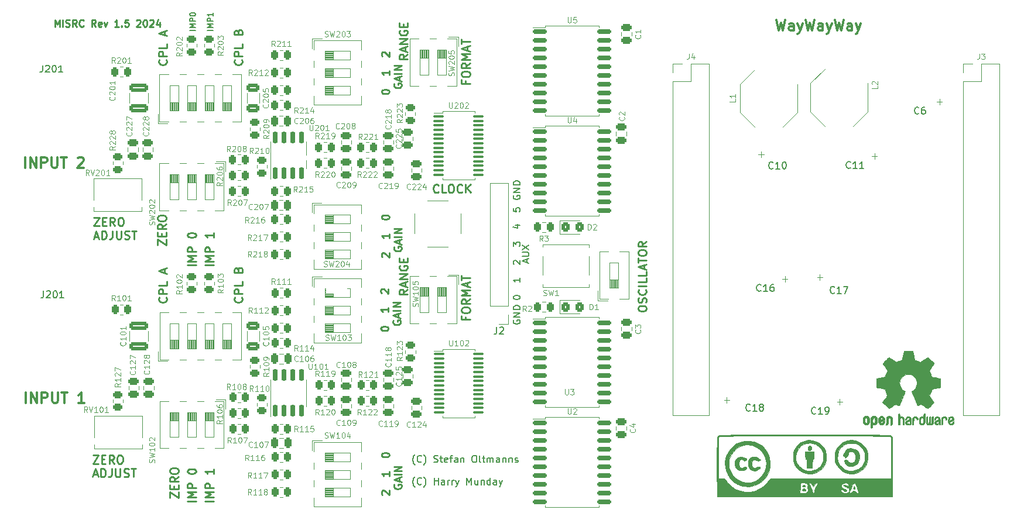
<source format=gbr>
%TF.GenerationSoftware,KiCad,Pcbnew,8.0.2*%
%TF.CreationDate,2024-10-09T13:35:06+01:00*%
%TF.ProjectId,MISRC V1.5,4d495352-4320-4563-912e-352e6b696361,0.3*%
%TF.SameCoordinates,Original*%
%TF.FileFunction,Legend,Top*%
%TF.FilePolarity,Positive*%
%FSLAX46Y46*%
G04 Gerber Fmt 4.6, Leading zero omitted, Abs format (unit mm)*
G04 Created by KiCad (PCBNEW 8.0.2) date 2024-10-09 13:35:06*
%MOMM*%
%LPD*%
G01*
G04 APERTURE LIST*
G04 Aperture macros list*
%AMRoundRect*
0 Rectangle with rounded corners*
0 $1 Rounding radius*
0 $2 $3 $4 $5 $6 $7 $8 $9 X,Y pos of 4 corners*
0 Add a 4 corners polygon primitive as box body*
4,1,4,$2,$3,$4,$5,$6,$7,$8,$9,$2,$3,0*
0 Add four circle primitives for the rounded corners*
1,1,$1+$1,$2,$3*
1,1,$1+$1,$4,$5*
1,1,$1+$1,$6,$7*
1,1,$1+$1,$8,$9*
0 Add four rect primitives between the rounded corners*
20,1,$1+$1,$2,$3,$4,$5,0*
20,1,$1+$1,$4,$5,$6,$7,0*
20,1,$1+$1,$6,$7,$8,$9,0*
20,1,$1+$1,$8,$9,$2,$3,0*%
G04 Aperture macros list end*
%ADD10C,0.150000*%
%ADD11C,0.250000*%
%ADD12C,0.200000*%
%ADD13C,0.300000*%
%ADD14C,0.160000*%
%ADD15C,0.120000*%
%ADD16C,0.010000*%
%ADD17C,0.532905*%
%ADD18C,0.434210*%
%ADD19C,0.476609*%
%ADD20R,2.440000X1.120000*%
%ADD21R,1.600000X1.600000*%
%ADD22C,1.600000*%
%ADD23RoundRect,0.250000X-0.475000X0.250000X-0.475000X-0.250000X0.475000X-0.250000X0.475000X0.250000X0*%
%ADD24RoundRect,0.250000X-0.262500X-0.450000X0.262500X-0.450000X0.262500X0.450000X-0.262500X0.450000X0*%
%ADD25R,1.700000X1.700000*%
%ADD26O,1.700000X1.700000*%
%ADD27C,3.200000*%
%ADD28RoundRect,0.250000X-0.325000X-0.450000X0.325000X-0.450000X0.325000X0.450000X-0.325000X0.450000X0*%
%ADD29RoundRect,0.250000X1.100000X-0.325000X1.100000X0.325000X-1.100000X0.325000X-1.100000X-0.325000X0*%
%ADD30RoundRect,0.250000X-0.450000X0.262500X-0.450000X-0.262500X0.450000X-0.262500X0.450000X0.262500X0*%
%ADD31RoundRect,0.250000X0.450000X-0.262500X0.450000X0.262500X-0.450000X0.262500X-0.450000X-0.262500X0*%
%ADD32RoundRect,0.250000X0.262500X0.450000X-0.262500X0.450000X-0.262500X-0.450000X0.262500X-0.450000X0*%
%ADD33RoundRect,0.100000X-0.637500X-0.100000X0.637500X-0.100000X0.637500X0.100000X-0.637500X0.100000X0*%
%ADD34RoundRect,0.250000X-0.250000X-0.475000X0.250000X-0.475000X0.250000X0.475000X-0.250000X0.475000X0*%
%ADD35RoundRect,0.150000X-0.875000X-0.150000X0.875000X-0.150000X0.875000X0.150000X-0.875000X0.150000X0*%
%ADD36C,2.050000*%
%ADD37C,2.250000*%
%ADD38C,1.440000*%
%ADD39R,3.200000X2.000000*%
%ADD40R,1.120000X2.440000*%
%ADD41C,2.500000*%
%ADD42C,2.400000*%
%ADD43RoundRect,0.250000X0.475000X-0.250000X0.475000X0.250000X-0.475000X0.250000X-0.475000X-0.250000X0*%
%ADD44R,2.750000X1.000000*%
%ADD45RoundRect,0.250000X-0.650000X0.325000X-0.650000X-0.325000X0.650000X-0.325000X0.650000X0.325000X0*%
%ADD46RoundRect,0.150000X0.150000X-0.725000X0.150000X0.725000X-0.150000X0.725000X-0.150000X-0.725000X0*%
G04 APERTURE END LIST*
D10*
X121172493Y-129180855D02*
X121124874Y-129133236D01*
X121124874Y-129133236D02*
X121029636Y-128990379D01*
X121029636Y-128990379D02*
X120982017Y-128895141D01*
X120982017Y-128895141D02*
X120934398Y-128752284D01*
X120934398Y-128752284D02*
X120886779Y-128514188D01*
X120886779Y-128514188D02*
X120886779Y-128323712D01*
X120886779Y-128323712D02*
X120934398Y-128085617D01*
X120934398Y-128085617D02*
X120982017Y-127942760D01*
X120982017Y-127942760D02*
X121029636Y-127847522D01*
X121029636Y-127847522D02*
X121124874Y-127704664D01*
X121124874Y-127704664D02*
X121172493Y-127657045D01*
X122124874Y-128704664D02*
X122077255Y-128752284D01*
X122077255Y-128752284D02*
X121934398Y-128799903D01*
X121934398Y-128799903D02*
X121839160Y-128799903D01*
X121839160Y-128799903D02*
X121696303Y-128752284D01*
X121696303Y-128752284D02*
X121601065Y-128657045D01*
X121601065Y-128657045D02*
X121553446Y-128561807D01*
X121553446Y-128561807D02*
X121505827Y-128371331D01*
X121505827Y-128371331D02*
X121505827Y-128228474D01*
X121505827Y-128228474D02*
X121553446Y-128037998D01*
X121553446Y-128037998D02*
X121601065Y-127942760D01*
X121601065Y-127942760D02*
X121696303Y-127847522D01*
X121696303Y-127847522D02*
X121839160Y-127799903D01*
X121839160Y-127799903D02*
X121934398Y-127799903D01*
X121934398Y-127799903D02*
X122077255Y-127847522D01*
X122077255Y-127847522D02*
X122124874Y-127895141D01*
X122458208Y-129180855D02*
X122505827Y-129133236D01*
X122505827Y-129133236D02*
X122601065Y-128990379D01*
X122601065Y-128990379D02*
X122648684Y-128895141D01*
X122648684Y-128895141D02*
X122696303Y-128752284D01*
X122696303Y-128752284D02*
X122743922Y-128514188D01*
X122743922Y-128514188D02*
X122743922Y-128323712D01*
X122743922Y-128323712D02*
X122696303Y-128085617D01*
X122696303Y-128085617D02*
X122648684Y-127942760D01*
X122648684Y-127942760D02*
X122601065Y-127847522D01*
X122601065Y-127847522D02*
X122505827Y-127704664D01*
X122505827Y-127704664D02*
X122458208Y-127657045D01*
X123934399Y-128752284D02*
X124077256Y-128799903D01*
X124077256Y-128799903D02*
X124315351Y-128799903D01*
X124315351Y-128799903D02*
X124410589Y-128752284D01*
X124410589Y-128752284D02*
X124458208Y-128704664D01*
X124458208Y-128704664D02*
X124505827Y-128609426D01*
X124505827Y-128609426D02*
X124505827Y-128514188D01*
X124505827Y-128514188D02*
X124458208Y-128418950D01*
X124458208Y-128418950D02*
X124410589Y-128371331D01*
X124410589Y-128371331D02*
X124315351Y-128323712D01*
X124315351Y-128323712D02*
X124124875Y-128276093D01*
X124124875Y-128276093D02*
X124029637Y-128228474D01*
X124029637Y-128228474D02*
X123982018Y-128180855D01*
X123982018Y-128180855D02*
X123934399Y-128085617D01*
X123934399Y-128085617D02*
X123934399Y-127990379D01*
X123934399Y-127990379D02*
X123982018Y-127895141D01*
X123982018Y-127895141D02*
X124029637Y-127847522D01*
X124029637Y-127847522D02*
X124124875Y-127799903D01*
X124124875Y-127799903D02*
X124362970Y-127799903D01*
X124362970Y-127799903D02*
X124505827Y-127847522D01*
X124791542Y-128133236D02*
X125172494Y-128133236D01*
X124934399Y-127799903D02*
X124934399Y-128657045D01*
X124934399Y-128657045D02*
X124982018Y-128752284D01*
X124982018Y-128752284D02*
X125077256Y-128799903D01*
X125077256Y-128799903D02*
X125172494Y-128799903D01*
X125886780Y-128752284D02*
X125791542Y-128799903D01*
X125791542Y-128799903D02*
X125601066Y-128799903D01*
X125601066Y-128799903D02*
X125505828Y-128752284D01*
X125505828Y-128752284D02*
X125458209Y-128657045D01*
X125458209Y-128657045D02*
X125458209Y-128276093D01*
X125458209Y-128276093D02*
X125505828Y-128180855D01*
X125505828Y-128180855D02*
X125601066Y-128133236D01*
X125601066Y-128133236D02*
X125791542Y-128133236D01*
X125791542Y-128133236D02*
X125886780Y-128180855D01*
X125886780Y-128180855D02*
X125934399Y-128276093D01*
X125934399Y-128276093D02*
X125934399Y-128371331D01*
X125934399Y-128371331D02*
X125458209Y-128466569D01*
X126220114Y-128133236D02*
X126601066Y-128133236D01*
X126362971Y-128799903D02*
X126362971Y-127942760D01*
X126362971Y-127942760D02*
X126410590Y-127847522D01*
X126410590Y-127847522D02*
X126505828Y-127799903D01*
X126505828Y-127799903D02*
X126601066Y-127799903D01*
X127362971Y-128799903D02*
X127362971Y-128276093D01*
X127362971Y-128276093D02*
X127315352Y-128180855D01*
X127315352Y-128180855D02*
X127220114Y-128133236D01*
X127220114Y-128133236D02*
X127029638Y-128133236D01*
X127029638Y-128133236D02*
X126934400Y-128180855D01*
X127362971Y-128752284D02*
X127267733Y-128799903D01*
X127267733Y-128799903D02*
X127029638Y-128799903D01*
X127029638Y-128799903D02*
X126934400Y-128752284D01*
X126934400Y-128752284D02*
X126886781Y-128657045D01*
X126886781Y-128657045D02*
X126886781Y-128561807D01*
X126886781Y-128561807D02*
X126934400Y-128466569D01*
X126934400Y-128466569D02*
X127029638Y-128418950D01*
X127029638Y-128418950D02*
X127267733Y-128418950D01*
X127267733Y-128418950D02*
X127362971Y-128371331D01*
X127839162Y-128133236D02*
X127839162Y-128799903D01*
X127839162Y-128228474D02*
X127886781Y-128180855D01*
X127886781Y-128180855D02*
X127982019Y-128133236D01*
X127982019Y-128133236D02*
X128124876Y-128133236D01*
X128124876Y-128133236D02*
X128220114Y-128180855D01*
X128220114Y-128180855D02*
X128267733Y-128276093D01*
X128267733Y-128276093D02*
X128267733Y-128799903D01*
X129696305Y-127799903D02*
X129886781Y-127799903D01*
X129886781Y-127799903D02*
X129982019Y-127847522D01*
X129982019Y-127847522D02*
X130077257Y-127942760D01*
X130077257Y-127942760D02*
X130124876Y-128133236D01*
X130124876Y-128133236D02*
X130124876Y-128466569D01*
X130124876Y-128466569D02*
X130077257Y-128657045D01*
X130077257Y-128657045D02*
X129982019Y-128752284D01*
X129982019Y-128752284D02*
X129886781Y-128799903D01*
X129886781Y-128799903D02*
X129696305Y-128799903D01*
X129696305Y-128799903D02*
X129601067Y-128752284D01*
X129601067Y-128752284D02*
X129505829Y-128657045D01*
X129505829Y-128657045D02*
X129458210Y-128466569D01*
X129458210Y-128466569D02*
X129458210Y-128133236D01*
X129458210Y-128133236D02*
X129505829Y-127942760D01*
X129505829Y-127942760D02*
X129601067Y-127847522D01*
X129601067Y-127847522D02*
X129696305Y-127799903D01*
X130696305Y-128799903D02*
X130601067Y-128752284D01*
X130601067Y-128752284D02*
X130553448Y-128657045D01*
X130553448Y-128657045D02*
X130553448Y-127799903D01*
X130934401Y-128133236D02*
X131315353Y-128133236D01*
X131077258Y-127799903D02*
X131077258Y-128657045D01*
X131077258Y-128657045D02*
X131124877Y-128752284D01*
X131124877Y-128752284D02*
X131220115Y-128799903D01*
X131220115Y-128799903D02*
X131315353Y-128799903D01*
X131648687Y-128799903D02*
X131648687Y-128133236D01*
X131648687Y-128228474D02*
X131696306Y-128180855D01*
X131696306Y-128180855D02*
X131791544Y-128133236D01*
X131791544Y-128133236D02*
X131934401Y-128133236D01*
X131934401Y-128133236D02*
X132029639Y-128180855D01*
X132029639Y-128180855D02*
X132077258Y-128276093D01*
X132077258Y-128276093D02*
X132077258Y-128799903D01*
X132077258Y-128276093D02*
X132124877Y-128180855D01*
X132124877Y-128180855D02*
X132220115Y-128133236D01*
X132220115Y-128133236D02*
X132362972Y-128133236D01*
X132362972Y-128133236D02*
X132458211Y-128180855D01*
X132458211Y-128180855D02*
X132505830Y-128276093D01*
X132505830Y-128276093D02*
X132505830Y-128799903D01*
X133410591Y-128799903D02*
X133410591Y-128276093D01*
X133410591Y-128276093D02*
X133362972Y-128180855D01*
X133362972Y-128180855D02*
X133267734Y-128133236D01*
X133267734Y-128133236D02*
X133077258Y-128133236D01*
X133077258Y-128133236D02*
X132982020Y-128180855D01*
X133410591Y-128752284D02*
X133315353Y-128799903D01*
X133315353Y-128799903D02*
X133077258Y-128799903D01*
X133077258Y-128799903D02*
X132982020Y-128752284D01*
X132982020Y-128752284D02*
X132934401Y-128657045D01*
X132934401Y-128657045D02*
X132934401Y-128561807D01*
X132934401Y-128561807D02*
X132982020Y-128466569D01*
X132982020Y-128466569D02*
X133077258Y-128418950D01*
X133077258Y-128418950D02*
X133315353Y-128418950D01*
X133315353Y-128418950D02*
X133410591Y-128371331D01*
X133886782Y-128133236D02*
X133886782Y-128799903D01*
X133886782Y-128228474D02*
X133934401Y-128180855D01*
X133934401Y-128180855D02*
X134029639Y-128133236D01*
X134029639Y-128133236D02*
X134172496Y-128133236D01*
X134172496Y-128133236D02*
X134267734Y-128180855D01*
X134267734Y-128180855D02*
X134315353Y-128276093D01*
X134315353Y-128276093D02*
X134315353Y-128799903D01*
X134791544Y-128133236D02*
X134791544Y-128799903D01*
X134791544Y-128228474D02*
X134839163Y-128180855D01*
X134839163Y-128180855D02*
X134934401Y-128133236D01*
X134934401Y-128133236D02*
X135077258Y-128133236D01*
X135077258Y-128133236D02*
X135172496Y-128180855D01*
X135172496Y-128180855D02*
X135220115Y-128276093D01*
X135220115Y-128276093D02*
X135220115Y-128799903D01*
X135648687Y-128752284D02*
X135743925Y-128799903D01*
X135743925Y-128799903D02*
X135934401Y-128799903D01*
X135934401Y-128799903D02*
X136029639Y-128752284D01*
X136029639Y-128752284D02*
X136077258Y-128657045D01*
X136077258Y-128657045D02*
X136077258Y-128609426D01*
X136077258Y-128609426D02*
X136029639Y-128514188D01*
X136029639Y-128514188D02*
X135934401Y-128466569D01*
X135934401Y-128466569D02*
X135791544Y-128466569D01*
X135791544Y-128466569D02*
X135696306Y-128418950D01*
X135696306Y-128418950D02*
X135648687Y-128323712D01*
X135648687Y-128323712D02*
X135648687Y-128276093D01*
X135648687Y-128276093D02*
X135696306Y-128180855D01*
X135696306Y-128180855D02*
X135791544Y-128133236D01*
X135791544Y-128133236D02*
X135934401Y-128133236D01*
X135934401Y-128133236D02*
X136029639Y-128180855D01*
X121172493Y-132400743D02*
X121124874Y-132353124D01*
X121124874Y-132353124D02*
X121029636Y-132210267D01*
X121029636Y-132210267D02*
X120982017Y-132115029D01*
X120982017Y-132115029D02*
X120934398Y-131972172D01*
X120934398Y-131972172D02*
X120886779Y-131734076D01*
X120886779Y-131734076D02*
X120886779Y-131543600D01*
X120886779Y-131543600D02*
X120934398Y-131305505D01*
X120934398Y-131305505D02*
X120982017Y-131162648D01*
X120982017Y-131162648D02*
X121029636Y-131067410D01*
X121029636Y-131067410D02*
X121124874Y-130924552D01*
X121124874Y-130924552D02*
X121172493Y-130876933D01*
X122124874Y-131924552D02*
X122077255Y-131972172D01*
X122077255Y-131972172D02*
X121934398Y-132019791D01*
X121934398Y-132019791D02*
X121839160Y-132019791D01*
X121839160Y-132019791D02*
X121696303Y-131972172D01*
X121696303Y-131972172D02*
X121601065Y-131876933D01*
X121601065Y-131876933D02*
X121553446Y-131781695D01*
X121553446Y-131781695D02*
X121505827Y-131591219D01*
X121505827Y-131591219D02*
X121505827Y-131448362D01*
X121505827Y-131448362D02*
X121553446Y-131257886D01*
X121553446Y-131257886D02*
X121601065Y-131162648D01*
X121601065Y-131162648D02*
X121696303Y-131067410D01*
X121696303Y-131067410D02*
X121839160Y-131019791D01*
X121839160Y-131019791D02*
X121934398Y-131019791D01*
X121934398Y-131019791D02*
X122077255Y-131067410D01*
X122077255Y-131067410D02*
X122124874Y-131115029D01*
X122458208Y-132400743D02*
X122505827Y-132353124D01*
X122505827Y-132353124D02*
X122601065Y-132210267D01*
X122601065Y-132210267D02*
X122648684Y-132115029D01*
X122648684Y-132115029D02*
X122696303Y-131972172D01*
X122696303Y-131972172D02*
X122743922Y-131734076D01*
X122743922Y-131734076D02*
X122743922Y-131543600D01*
X122743922Y-131543600D02*
X122696303Y-131305505D01*
X122696303Y-131305505D02*
X122648684Y-131162648D01*
X122648684Y-131162648D02*
X122601065Y-131067410D01*
X122601065Y-131067410D02*
X122505827Y-130924552D01*
X122505827Y-130924552D02*
X122458208Y-130876933D01*
X123982018Y-132019791D02*
X123982018Y-131019791D01*
X123982018Y-131495981D02*
X124553446Y-131495981D01*
X124553446Y-132019791D02*
X124553446Y-131019791D01*
X125458208Y-132019791D02*
X125458208Y-131495981D01*
X125458208Y-131495981D02*
X125410589Y-131400743D01*
X125410589Y-131400743D02*
X125315351Y-131353124D01*
X125315351Y-131353124D02*
X125124875Y-131353124D01*
X125124875Y-131353124D02*
X125029637Y-131400743D01*
X125458208Y-131972172D02*
X125362970Y-132019791D01*
X125362970Y-132019791D02*
X125124875Y-132019791D01*
X125124875Y-132019791D02*
X125029637Y-131972172D01*
X125029637Y-131972172D02*
X124982018Y-131876933D01*
X124982018Y-131876933D02*
X124982018Y-131781695D01*
X124982018Y-131781695D02*
X125029637Y-131686457D01*
X125029637Y-131686457D02*
X125124875Y-131638838D01*
X125124875Y-131638838D02*
X125362970Y-131638838D01*
X125362970Y-131638838D02*
X125458208Y-131591219D01*
X125934399Y-132019791D02*
X125934399Y-131353124D01*
X125934399Y-131543600D02*
X125982018Y-131448362D01*
X125982018Y-131448362D02*
X126029637Y-131400743D01*
X126029637Y-131400743D02*
X126124875Y-131353124D01*
X126124875Y-131353124D02*
X126220113Y-131353124D01*
X126553447Y-132019791D02*
X126553447Y-131353124D01*
X126553447Y-131543600D02*
X126601066Y-131448362D01*
X126601066Y-131448362D02*
X126648685Y-131400743D01*
X126648685Y-131400743D02*
X126743923Y-131353124D01*
X126743923Y-131353124D02*
X126839161Y-131353124D01*
X127077257Y-131353124D02*
X127315352Y-132019791D01*
X127553447Y-131353124D02*
X127315352Y-132019791D01*
X127315352Y-132019791D02*
X127220114Y-132257886D01*
X127220114Y-132257886D02*
X127172495Y-132305505D01*
X127172495Y-132305505D02*
X127077257Y-132353124D01*
X128696305Y-132019791D02*
X128696305Y-131019791D01*
X128696305Y-131019791D02*
X129029638Y-131734076D01*
X129029638Y-131734076D02*
X129362971Y-131019791D01*
X129362971Y-131019791D02*
X129362971Y-132019791D01*
X130267733Y-131353124D02*
X130267733Y-132019791D01*
X129839162Y-131353124D02*
X129839162Y-131876933D01*
X129839162Y-131876933D02*
X129886781Y-131972172D01*
X129886781Y-131972172D02*
X129982019Y-132019791D01*
X129982019Y-132019791D02*
X130124876Y-132019791D01*
X130124876Y-132019791D02*
X130220114Y-131972172D01*
X130220114Y-131972172D02*
X130267733Y-131924552D01*
X130743924Y-131353124D02*
X130743924Y-132019791D01*
X130743924Y-131448362D02*
X130791543Y-131400743D01*
X130791543Y-131400743D02*
X130886781Y-131353124D01*
X130886781Y-131353124D02*
X131029638Y-131353124D01*
X131029638Y-131353124D02*
X131124876Y-131400743D01*
X131124876Y-131400743D02*
X131172495Y-131495981D01*
X131172495Y-131495981D02*
X131172495Y-132019791D01*
X132077257Y-132019791D02*
X132077257Y-131019791D01*
X132077257Y-131972172D02*
X131982019Y-132019791D01*
X131982019Y-132019791D02*
X131791543Y-132019791D01*
X131791543Y-132019791D02*
X131696305Y-131972172D01*
X131696305Y-131972172D02*
X131648686Y-131924552D01*
X131648686Y-131924552D02*
X131601067Y-131829314D01*
X131601067Y-131829314D02*
X131601067Y-131543600D01*
X131601067Y-131543600D02*
X131648686Y-131448362D01*
X131648686Y-131448362D02*
X131696305Y-131400743D01*
X131696305Y-131400743D02*
X131791543Y-131353124D01*
X131791543Y-131353124D02*
X131982019Y-131353124D01*
X131982019Y-131353124D02*
X132077257Y-131400743D01*
X132982019Y-132019791D02*
X132982019Y-131495981D01*
X132982019Y-131495981D02*
X132934400Y-131400743D01*
X132934400Y-131400743D02*
X132839162Y-131353124D01*
X132839162Y-131353124D02*
X132648686Y-131353124D01*
X132648686Y-131353124D02*
X132553448Y-131400743D01*
X132982019Y-131972172D02*
X132886781Y-132019791D01*
X132886781Y-132019791D02*
X132648686Y-132019791D01*
X132648686Y-132019791D02*
X132553448Y-131972172D01*
X132553448Y-131972172D02*
X132505829Y-131876933D01*
X132505829Y-131876933D02*
X132505829Y-131781695D01*
X132505829Y-131781695D02*
X132553448Y-131686457D01*
X132553448Y-131686457D02*
X132648686Y-131638838D01*
X132648686Y-131638838D02*
X132886781Y-131638838D01*
X132886781Y-131638838D02*
X132982019Y-131591219D01*
X133362972Y-131353124D02*
X133601067Y-132019791D01*
X133839162Y-131353124D02*
X133601067Y-132019791D01*
X133601067Y-132019791D02*
X133505829Y-132257886D01*
X133505829Y-132257886D02*
X133458210Y-132305505D01*
X133458210Y-132305505D02*
X133362972Y-132353124D01*
D11*
X92042142Y-134423812D02*
X90842142Y-134423812D01*
X92042142Y-133852383D02*
X90842142Y-133852383D01*
X90842142Y-133852383D02*
X91699285Y-133452383D01*
X91699285Y-133452383D02*
X90842142Y-133052383D01*
X90842142Y-133052383D02*
X92042142Y-133052383D01*
X92042142Y-132480954D02*
X90842142Y-132480954D01*
X90842142Y-132480954D02*
X90842142Y-132023811D01*
X90842142Y-132023811D02*
X90899285Y-131909526D01*
X90899285Y-131909526D02*
X90956428Y-131852383D01*
X90956428Y-131852383D02*
X91070714Y-131795240D01*
X91070714Y-131795240D02*
X91242142Y-131795240D01*
X91242142Y-131795240D02*
X91356428Y-131852383D01*
X91356428Y-131852383D02*
X91413571Y-131909526D01*
X91413571Y-131909526D02*
X91470714Y-132023811D01*
X91470714Y-132023811D02*
X91470714Y-132480954D01*
X92042142Y-129738097D02*
X92042142Y-130423811D01*
X92042142Y-130080954D02*
X90842142Y-130080954D01*
X90842142Y-130080954D02*
X91013571Y-130195240D01*
X91013571Y-130195240D02*
X91127857Y-130309525D01*
X91127857Y-130309525D02*
X91185000Y-130423811D01*
X116466204Y-133484003D02*
X116413823Y-133431622D01*
X116413823Y-133431622D02*
X116361442Y-133326860D01*
X116361442Y-133326860D02*
X116361442Y-133064955D01*
X116361442Y-133064955D02*
X116413823Y-132960193D01*
X116413823Y-132960193D02*
X116466204Y-132907812D01*
X116466204Y-132907812D02*
X116570966Y-132855431D01*
X116570966Y-132855431D02*
X116675728Y-132855431D01*
X116675728Y-132855431D02*
X116832871Y-132907812D01*
X116832871Y-132907812D02*
X117461442Y-133536384D01*
X117461442Y-133536384D02*
X117461442Y-132855431D01*
X117461442Y-130131622D02*
X117461442Y-130760194D01*
X117461442Y-130445908D02*
X116361442Y-130445908D01*
X116361442Y-130445908D02*
X116518585Y-130550670D01*
X116518585Y-130550670D02*
X116623347Y-130655432D01*
X116623347Y-130655432D02*
X116675728Y-130760194D01*
X116361442Y-127774480D02*
X116361442Y-127669718D01*
X116361442Y-127669718D02*
X116413823Y-127564956D01*
X116413823Y-127564956D02*
X116466204Y-127512575D01*
X116466204Y-127512575D02*
X116570966Y-127460194D01*
X116570966Y-127460194D02*
X116780490Y-127407813D01*
X116780490Y-127407813D02*
X117042395Y-127407813D01*
X117042395Y-127407813D02*
X117251919Y-127460194D01*
X117251919Y-127460194D02*
X117356681Y-127512575D01*
X117356681Y-127512575D02*
X117409062Y-127564956D01*
X117409062Y-127564956D02*
X117461442Y-127669718D01*
X117461442Y-127669718D02*
X117461442Y-127774480D01*
X117461442Y-127774480D02*
X117409062Y-127879242D01*
X117409062Y-127879242D02*
X117356681Y-127931623D01*
X117356681Y-127931623D02*
X117251919Y-127984004D01*
X117251919Y-127984004D02*
X117042395Y-128036385D01*
X117042395Y-128036385D02*
X116780490Y-128036385D01*
X116780490Y-128036385D02*
X116570966Y-127984004D01*
X116570966Y-127984004D02*
X116466204Y-127931623D01*
X116466204Y-127931623D02*
X116413823Y-127879242D01*
X116413823Y-127879242D02*
X116361442Y-127774480D01*
X118184761Y-132017336D02*
X118132380Y-132122098D01*
X118132380Y-132122098D02*
X118132380Y-132279241D01*
X118132380Y-132279241D02*
X118184761Y-132436384D01*
X118184761Y-132436384D02*
X118289523Y-132541146D01*
X118289523Y-132541146D02*
X118394285Y-132593527D01*
X118394285Y-132593527D02*
X118603809Y-132645908D01*
X118603809Y-132645908D02*
X118760952Y-132645908D01*
X118760952Y-132645908D02*
X118970476Y-132593527D01*
X118970476Y-132593527D02*
X119075238Y-132541146D01*
X119075238Y-132541146D02*
X119180000Y-132436384D01*
X119180000Y-132436384D02*
X119232380Y-132279241D01*
X119232380Y-132279241D02*
X119232380Y-132174479D01*
X119232380Y-132174479D02*
X119180000Y-132017336D01*
X119180000Y-132017336D02*
X119127619Y-131964955D01*
X119127619Y-131964955D02*
X118760952Y-131964955D01*
X118760952Y-131964955D02*
X118760952Y-132174479D01*
X118918095Y-131545908D02*
X118918095Y-131022098D01*
X119232380Y-131650670D02*
X118132380Y-131284003D01*
X118132380Y-131284003D02*
X119232380Y-130917336D01*
X119232380Y-130550670D02*
X118132380Y-130550670D01*
X119232380Y-130026860D02*
X118132380Y-130026860D01*
X118132380Y-130026860D02*
X119232380Y-129398288D01*
X119232380Y-129398288D02*
X118132380Y-129398288D01*
D12*
X137376504Y-99880945D02*
X137376504Y-99404755D01*
X137662219Y-99976183D02*
X136662219Y-99642850D01*
X136662219Y-99642850D02*
X137662219Y-99309517D01*
X136662219Y-98976183D02*
X137471742Y-98976183D01*
X137471742Y-98976183D02*
X137566980Y-98928564D01*
X137566980Y-98928564D02*
X137614600Y-98880945D01*
X137614600Y-98880945D02*
X137662219Y-98785707D01*
X137662219Y-98785707D02*
X137662219Y-98595231D01*
X137662219Y-98595231D02*
X137614600Y-98499993D01*
X137614600Y-98499993D02*
X137566980Y-98452374D01*
X137566980Y-98452374D02*
X137471742Y-98404755D01*
X137471742Y-98404755D02*
X136662219Y-98404755D01*
X136662219Y-98023802D02*
X137662219Y-97357136D01*
X136662219Y-97357136D02*
X137662219Y-98023802D01*
D11*
X85196857Y-70492098D02*
X85254000Y-70549241D01*
X85254000Y-70549241D02*
X85311142Y-70720669D01*
X85311142Y-70720669D02*
X85311142Y-70834955D01*
X85311142Y-70834955D02*
X85254000Y-71006384D01*
X85254000Y-71006384D02*
X85139714Y-71120669D01*
X85139714Y-71120669D02*
X85025428Y-71177812D01*
X85025428Y-71177812D02*
X84796857Y-71234955D01*
X84796857Y-71234955D02*
X84625428Y-71234955D01*
X84625428Y-71234955D02*
X84396857Y-71177812D01*
X84396857Y-71177812D02*
X84282571Y-71120669D01*
X84282571Y-71120669D02*
X84168285Y-71006384D01*
X84168285Y-71006384D02*
X84111142Y-70834955D01*
X84111142Y-70834955D02*
X84111142Y-70720669D01*
X84111142Y-70720669D02*
X84168285Y-70549241D01*
X84168285Y-70549241D02*
X84225428Y-70492098D01*
X85311142Y-69977812D02*
X84111142Y-69977812D01*
X84111142Y-69977812D02*
X84111142Y-69520669D01*
X84111142Y-69520669D02*
X84168285Y-69406384D01*
X84168285Y-69406384D02*
X84225428Y-69349241D01*
X84225428Y-69349241D02*
X84339714Y-69292098D01*
X84339714Y-69292098D02*
X84511142Y-69292098D01*
X84511142Y-69292098D02*
X84625428Y-69349241D01*
X84625428Y-69349241D02*
X84682571Y-69406384D01*
X84682571Y-69406384D02*
X84739714Y-69520669D01*
X84739714Y-69520669D02*
X84739714Y-69977812D01*
X85311142Y-68206384D02*
X85311142Y-68777812D01*
X85311142Y-68777812D02*
X84111142Y-68777812D01*
X84968285Y-66949240D02*
X84968285Y-66377812D01*
X85311142Y-67063526D02*
X84111142Y-66663526D01*
X84111142Y-66663526D02*
X85311142Y-66263526D01*
D13*
X64854510Y-86130828D02*
X64854510Y-84630828D01*
X65568796Y-86130828D02*
X65568796Y-84630828D01*
X65568796Y-84630828D02*
X66425939Y-86130828D01*
X66425939Y-86130828D02*
X66425939Y-84630828D01*
X67140225Y-86130828D02*
X67140225Y-84630828D01*
X67140225Y-84630828D02*
X67711654Y-84630828D01*
X67711654Y-84630828D02*
X67854511Y-84702257D01*
X67854511Y-84702257D02*
X67925940Y-84773685D01*
X67925940Y-84773685D02*
X67997368Y-84916542D01*
X67997368Y-84916542D02*
X67997368Y-85130828D01*
X67997368Y-85130828D02*
X67925940Y-85273685D01*
X67925940Y-85273685D02*
X67854511Y-85345114D01*
X67854511Y-85345114D02*
X67711654Y-85416542D01*
X67711654Y-85416542D02*
X67140225Y-85416542D01*
X68640225Y-84630828D02*
X68640225Y-85845114D01*
X68640225Y-85845114D02*
X68711654Y-85987971D01*
X68711654Y-85987971D02*
X68783083Y-86059400D01*
X68783083Y-86059400D02*
X68925940Y-86130828D01*
X68925940Y-86130828D02*
X69211654Y-86130828D01*
X69211654Y-86130828D02*
X69354511Y-86059400D01*
X69354511Y-86059400D02*
X69425940Y-85987971D01*
X69425940Y-85987971D02*
X69497368Y-85845114D01*
X69497368Y-85845114D02*
X69497368Y-84630828D01*
X69997369Y-84630828D02*
X70854512Y-84630828D01*
X70425940Y-86130828D02*
X70425940Y-84630828D01*
X72425940Y-84773685D02*
X72497368Y-84702257D01*
X72497368Y-84702257D02*
X72640226Y-84630828D01*
X72640226Y-84630828D02*
X72997368Y-84630828D01*
X72997368Y-84630828D02*
X73140226Y-84702257D01*
X73140226Y-84702257D02*
X73211654Y-84773685D01*
X73211654Y-84773685D02*
X73283083Y-84916542D01*
X73283083Y-84916542D02*
X73283083Y-85059400D01*
X73283083Y-85059400D02*
X73211654Y-85273685D01*
X73211654Y-85273685D02*
X72354511Y-86130828D01*
X72354511Y-86130828D02*
X73283083Y-86130828D01*
D12*
X135725552Y-94451755D02*
X136392219Y-94451755D01*
X135344600Y-94689850D02*
X136058885Y-94927945D01*
X136058885Y-94927945D02*
X136058885Y-94308898D01*
D11*
X85762142Y-133903098D02*
X85762142Y-133103098D01*
X85762142Y-133103098D02*
X86962142Y-133903098D01*
X86962142Y-133903098D02*
X86962142Y-133103098D01*
X86333571Y-132645955D02*
X86333571Y-132245955D01*
X86962142Y-132074527D02*
X86962142Y-132645955D01*
X86962142Y-132645955D02*
X85762142Y-132645955D01*
X85762142Y-132645955D02*
X85762142Y-132074527D01*
X86962142Y-130874527D02*
X86390714Y-131274527D01*
X86962142Y-131560241D02*
X85762142Y-131560241D01*
X85762142Y-131560241D02*
X85762142Y-131103098D01*
X85762142Y-131103098D02*
X85819285Y-130988813D01*
X85819285Y-130988813D02*
X85876428Y-130931670D01*
X85876428Y-130931670D02*
X85990714Y-130874527D01*
X85990714Y-130874527D02*
X86162142Y-130874527D01*
X86162142Y-130874527D02*
X86276428Y-130931670D01*
X86276428Y-130931670D02*
X86333571Y-130988813D01*
X86333571Y-130988813D02*
X86390714Y-131103098D01*
X86390714Y-131103098D02*
X86390714Y-131560241D01*
X85762142Y-130131670D02*
X85762142Y-129903098D01*
X85762142Y-129903098D02*
X85819285Y-129788813D01*
X85819285Y-129788813D02*
X85933571Y-129674527D01*
X85933571Y-129674527D02*
X86162142Y-129617384D01*
X86162142Y-129617384D02*
X86562142Y-129617384D01*
X86562142Y-129617384D02*
X86790714Y-129674527D01*
X86790714Y-129674527D02*
X86905000Y-129788813D01*
X86905000Y-129788813D02*
X86962142Y-129903098D01*
X86962142Y-129903098D02*
X86962142Y-130131670D01*
X86962142Y-130131670D02*
X86905000Y-130245956D01*
X86905000Y-130245956D02*
X86790714Y-130360241D01*
X86790714Y-130360241D02*
X86562142Y-130417384D01*
X86562142Y-130417384D02*
X86162142Y-130417384D01*
X86162142Y-130417384D02*
X85933571Y-130360241D01*
X85933571Y-130360241D02*
X85819285Y-130245956D01*
X85819285Y-130245956D02*
X85762142Y-130131670D01*
D13*
X64934510Y-120170828D02*
X64934510Y-118670828D01*
X65648796Y-120170828D02*
X65648796Y-118670828D01*
X65648796Y-118670828D02*
X66505939Y-120170828D01*
X66505939Y-120170828D02*
X66505939Y-118670828D01*
X67220225Y-120170828D02*
X67220225Y-118670828D01*
X67220225Y-118670828D02*
X67791654Y-118670828D01*
X67791654Y-118670828D02*
X67934511Y-118742257D01*
X67934511Y-118742257D02*
X68005940Y-118813685D01*
X68005940Y-118813685D02*
X68077368Y-118956542D01*
X68077368Y-118956542D02*
X68077368Y-119170828D01*
X68077368Y-119170828D02*
X68005940Y-119313685D01*
X68005940Y-119313685D02*
X67934511Y-119385114D01*
X67934511Y-119385114D02*
X67791654Y-119456542D01*
X67791654Y-119456542D02*
X67220225Y-119456542D01*
X68720225Y-118670828D02*
X68720225Y-119885114D01*
X68720225Y-119885114D02*
X68791654Y-120027971D01*
X68791654Y-120027971D02*
X68863083Y-120099400D01*
X68863083Y-120099400D02*
X69005940Y-120170828D01*
X69005940Y-120170828D02*
X69291654Y-120170828D01*
X69291654Y-120170828D02*
X69434511Y-120099400D01*
X69434511Y-120099400D02*
X69505940Y-120027971D01*
X69505940Y-120027971D02*
X69577368Y-119885114D01*
X69577368Y-119885114D02*
X69577368Y-118670828D01*
X70077369Y-118670828D02*
X70934512Y-118670828D01*
X70505940Y-120170828D02*
X70505940Y-118670828D01*
X73363083Y-120170828D02*
X72505940Y-120170828D01*
X72934511Y-120170828D02*
X72934511Y-118670828D01*
X72934511Y-118670828D02*
X72791654Y-118885114D01*
X72791654Y-118885114D02*
X72648797Y-119027971D01*
X72648797Y-119027971D02*
X72505940Y-119099400D01*
D11*
X92042142Y-100260812D02*
X90842142Y-100260812D01*
X92042142Y-99689383D02*
X90842142Y-99689383D01*
X90842142Y-99689383D02*
X91699285Y-99289383D01*
X91699285Y-99289383D02*
X90842142Y-98889383D01*
X90842142Y-98889383D02*
X92042142Y-98889383D01*
X92042142Y-98317954D02*
X90842142Y-98317954D01*
X90842142Y-98317954D02*
X90842142Y-97860811D01*
X90842142Y-97860811D02*
X90899285Y-97746526D01*
X90899285Y-97746526D02*
X90956428Y-97689383D01*
X90956428Y-97689383D02*
X91070714Y-97632240D01*
X91070714Y-97632240D02*
X91242142Y-97632240D01*
X91242142Y-97632240D02*
X91356428Y-97689383D01*
X91356428Y-97689383D02*
X91413571Y-97746526D01*
X91413571Y-97746526D02*
X91470714Y-97860811D01*
X91470714Y-97860811D02*
X91470714Y-98317954D01*
X92042142Y-95575097D02*
X92042142Y-96260811D01*
X92042142Y-95917954D02*
X90842142Y-95917954D01*
X90842142Y-95917954D02*
X91013571Y-96032240D01*
X91013571Y-96032240D02*
X91127857Y-96146525D01*
X91127857Y-96146525D02*
X91185000Y-96260811D01*
D12*
X135392219Y-104976850D02*
X135392219Y-104881612D01*
X135392219Y-104881612D02*
X135439838Y-104786374D01*
X135439838Y-104786374D02*
X135487457Y-104738755D01*
X135487457Y-104738755D02*
X135582695Y-104691136D01*
X135582695Y-104691136D02*
X135773171Y-104643517D01*
X135773171Y-104643517D02*
X136011266Y-104643517D01*
X136011266Y-104643517D02*
X136201742Y-104691136D01*
X136201742Y-104691136D02*
X136296980Y-104738755D01*
X136296980Y-104738755D02*
X136344600Y-104786374D01*
X136344600Y-104786374D02*
X136392219Y-104881612D01*
X136392219Y-104881612D02*
X136392219Y-104976850D01*
X136392219Y-104976850D02*
X136344600Y-105072088D01*
X136344600Y-105072088D02*
X136296980Y-105119707D01*
X136296980Y-105119707D02*
X136201742Y-105167326D01*
X136201742Y-105167326D02*
X136011266Y-105214945D01*
X136011266Y-105214945D02*
X135773171Y-105214945D01*
X135773171Y-105214945D02*
X135582695Y-105167326D01*
X135582695Y-105167326D02*
X135487457Y-105119707D01*
X135487457Y-105119707D02*
X135439838Y-105072088D01*
X135439838Y-105072088D02*
X135392219Y-104976850D01*
D14*
X89428775Y-66252260D02*
X88628775Y-66252260D01*
X89428775Y-65871308D02*
X88628775Y-65871308D01*
X88628775Y-65871308D02*
X89200203Y-65604642D01*
X89200203Y-65604642D02*
X88628775Y-65337975D01*
X88628775Y-65337975D02*
X89428775Y-65337975D01*
X89428775Y-64957022D02*
X88628775Y-64957022D01*
X88628775Y-64957022D02*
X88628775Y-64652260D01*
X88628775Y-64652260D02*
X88666870Y-64576070D01*
X88666870Y-64576070D02*
X88704965Y-64537975D01*
X88704965Y-64537975D02*
X88781156Y-64499879D01*
X88781156Y-64499879D02*
X88895441Y-64499879D01*
X88895441Y-64499879D02*
X88971632Y-64537975D01*
X88971632Y-64537975D02*
X89009727Y-64576070D01*
X89009727Y-64576070D02*
X89047822Y-64652260D01*
X89047822Y-64652260D02*
X89047822Y-64957022D01*
X88628775Y-64004641D02*
X88628775Y-63928451D01*
X88628775Y-63928451D02*
X88666870Y-63852260D01*
X88666870Y-63852260D02*
X88704965Y-63814165D01*
X88704965Y-63814165D02*
X88781156Y-63776070D01*
X88781156Y-63776070D02*
X88933537Y-63737975D01*
X88933537Y-63737975D02*
X89124013Y-63737975D01*
X89124013Y-63737975D02*
X89276394Y-63776070D01*
X89276394Y-63776070D02*
X89352584Y-63814165D01*
X89352584Y-63814165D02*
X89390680Y-63852260D01*
X89390680Y-63852260D02*
X89428775Y-63928451D01*
X89428775Y-63928451D02*
X89428775Y-64004641D01*
X89428775Y-64004641D02*
X89390680Y-64080832D01*
X89390680Y-64080832D02*
X89352584Y-64118927D01*
X89352584Y-64118927D02*
X89276394Y-64157022D01*
X89276394Y-64157022D02*
X89124013Y-64195118D01*
X89124013Y-64195118D02*
X88933537Y-64195118D01*
X88933537Y-64195118D02*
X88781156Y-64157022D01*
X88781156Y-64157022D02*
X88704965Y-64118927D01*
X88704965Y-64118927D02*
X88666870Y-64080832D01*
X88666870Y-64080832D02*
X88628775Y-64004641D01*
D11*
X116234442Y-109473098D02*
X116234442Y-109368336D01*
X116234442Y-109368336D02*
X116286823Y-109263574D01*
X116286823Y-109263574D02*
X116339204Y-109211193D01*
X116339204Y-109211193D02*
X116443966Y-109158812D01*
X116443966Y-109158812D02*
X116653490Y-109106431D01*
X116653490Y-109106431D02*
X116915395Y-109106431D01*
X116915395Y-109106431D02*
X117124919Y-109158812D01*
X117124919Y-109158812D02*
X117229681Y-109211193D01*
X117229681Y-109211193D02*
X117282062Y-109263574D01*
X117282062Y-109263574D02*
X117334442Y-109368336D01*
X117334442Y-109368336D02*
X117334442Y-109473098D01*
X117334442Y-109473098D02*
X117282062Y-109577860D01*
X117282062Y-109577860D02*
X117229681Y-109630241D01*
X117229681Y-109630241D02*
X117124919Y-109682622D01*
X117124919Y-109682622D02*
X116915395Y-109735003D01*
X116915395Y-109735003D02*
X116653490Y-109735003D01*
X116653490Y-109735003D02*
X116443966Y-109682622D01*
X116443966Y-109682622D02*
X116339204Y-109630241D01*
X116339204Y-109630241D02*
X116286823Y-109577860D01*
X116286823Y-109577860D02*
X116234442Y-109473098D01*
X117334442Y-106382622D02*
X117334442Y-107011194D01*
X117334442Y-106696908D02*
X116234442Y-106696908D01*
X116234442Y-106696908D02*
X116391585Y-106801670D01*
X116391585Y-106801670D02*
X116496347Y-106906432D01*
X116496347Y-106906432D02*
X116548728Y-107011194D01*
X116339204Y-104287385D02*
X116286823Y-104235004D01*
X116286823Y-104235004D02*
X116234442Y-104130242D01*
X116234442Y-104130242D02*
X116234442Y-103868337D01*
X116234442Y-103868337D02*
X116286823Y-103763575D01*
X116286823Y-103763575D02*
X116339204Y-103711194D01*
X116339204Y-103711194D02*
X116443966Y-103658813D01*
X116443966Y-103658813D02*
X116548728Y-103658813D01*
X116548728Y-103658813D02*
X116705871Y-103711194D01*
X116705871Y-103711194D02*
X117334442Y-104339766D01*
X117334442Y-104339766D02*
X117334442Y-103658813D01*
X118057761Y-108268336D02*
X118005380Y-108373098D01*
X118005380Y-108373098D02*
X118005380Y-108530241D01*
X118005380Y-108530241D02*
X118057761Y-108687384D01*
X118057761Y-108687384D02*
X118162523Y-108792146D01*
X118162523Y-108792146D02*
X118267285Y-108844527D01*
X118267285Y-108844527D02*
X118476809Y-108896908D01*
X118476809Y-108896908D02*
X118633952Y-108896908D01*
X118633952Y-108896908D02*
X118843476Y-108844527D01*
X118843476Y-108844527D02*
X118948238Y-108792146D01*
X118948238Y-108792146D02*
X119053000Y-108687384D01*
X119053000Y-108687384D02*
X119105380Y-108530241D01*
X119105380Y-108530241D02*
X119105380Y-108425479D01*
X119105380Y-108425479D02*
X119053000Y-108268336D01*
X119053000Y-108268336D02*
X119000619Y-108215955D01*
X119000619Y-108215955D02*
X118633952Y-108215955D01*
X118633952Y-108215955D02*
X118633952Y-108425479D01*
X118791095Y-107796908D02*
X118791095Y-107273098D01*
X119105380Y-107901670D02*
X118005380Y-107535003D01*
X118005380Y-107535003D02*
X119105380Y-107168336D01*
X119105380Y-106801670D02*
X118005380Y-106801670D01*
X119105380Y-106277860D02*
X118005380Y-106277860D01*
X118005380Y-106277860D02*
X119105380Y-105649288D01*
X119105380Y-105649288D02*
X118005380Y-105649288D01*
D12*
X135439838Y-108199517D02*
X135392219Y-108294755D01*
X135392219Y-108294755D02*
X135392219Y-108437612D01*
X135392219Y-108437612D02*
X135439838Y-108580469D01*
X135439838Y-108580469D02*
X135535076Y-108675707D01*
X135535076Y-108675707D02*
X135630314Y-108723326D01*
X135630314Y-108723326D02*
X135820790Y-108770945D01*
X135820790Y-108770945D02*
X135963647Y-108770945D01*
X135963647Y-108770945D02*
X136154123Y-108723326D01*
X136154123Y-108723326D02*
X136249361Y-108675707D01*
X136249361Y-108675707D02*
X136344600Y-108580469D01*
X136344600Y-108580469D02*
X136392219Y-108437612D01*
X136392219Y-108437612D02*
X136392219Y-108342374D01*
X136392219Y-108342374D02*
X136344600Y-108199517D01*
X136344600Y-108199517D02*
X136296980Y-108151898D01*
X136296980Y-108151898D02*
X135963647Y-108151898D01*
X135963647Y-108151898D02*
X135963647Y-108342374D01*
X136392219Y-107723326D02*
X135392219Y-107723326D01*
X135392219Y-107723326D02*
X136392219Y-107151898D01*
X136392219Y-107151898D02*
X135392219Y-107151898D01*
X136392219Y-106675707D02*
X135392219Y-106675707D01*
X135392219Y-106675707D02*
X135392219Y-106437612D01*
X135392219Y-106437612D02*
X135439838Y-106294755D01*
X135439838Y-106294755D02*
X135535076Y-106199517D01*
X135535076Y-106199517D02*
X135630314Y-106151898D01*
X135630314Y-106151898D02*
X135820790Y-106104279D01*
X135820790Y-106104279D02*
X135963647Y-106104279D01*
X135963647Y-106104279D02*
X136154123Y-106151898D01*
X136154123Y-106151898D02*
X136249361Y-106199517D01*
X136249361Y-106199517D02*
X136344600Y-106294755D01*
X136344600Y-106294755D02*
X136392219Y-106437612D01*
X136392219Y-106437612D02*
X136392219Y-106675707D01*
D11*
X96118857Y-104909098D02*
X96176000Y-104966241D01*
X96176000Y-104966241D02*
X96233142Y-105137669D01*
X96233142Y-105137669D02*
X96233142Y-105251955D01*
X96233142Y-105251955D02*
X96176000Y-105423384D01*
X96176000Y-105423384D02*
X96061714Y-105537669D01*
X96061714Y-105537669D02*
X95947428Y-105594812D01*
X95947428Y-105594812D02*
X95718857Y-105651955D01*
X95718857Y-105651955D02*
X95547428Y-105651955D01*
X95547428Y-105651955D02*
X95318857Y-105594812D01*
X95318857Y-105594812D02*
X95204571Y-105537669D01*
X95204571Y-105537669D02*
X95090285Y-105423384D01*
X95090285Y-105423384D02*
X95033142Y-105251955D01*
X95033142Y-105251955D02*
X95033142Y-105137669D01*
X95033142Y-105137669D02*
X95090285Y-104966241D01*
X95090285Y-104966241D02*
X95147428Y-104909098D01*
X96233142Y-104394812D02*
X95033142Y-104394812D01*
X95033142Y-104394812D02*
X95033142Y-103937669D01*
X95033142Y-103937669D02*
X95090285Y-103823384D01*
X95090285Y-103823384D02*
X95147428Y-103766241D01*
X95147428Y-103766241D02*
X95261714Y-103709098D01*
X95261714Y-103709098D02*
X95433142Y-103709098D01*
X95433142Y-103709098D02*
X95547428Y-103766241D01*
X95547428Y-103766241D02*
X95604571Y-103823384D01*
X95604571Y-103823384D02*
X95661714Y-103937669D01*
X95661714Y-103937669D02*
X95661714Y-104394812D01*
X96233142Y-102623384D02*
X96233142Y-103194812D01*
X96233142Y-103194812D02*
X95033142Y-103194812D01*
X95604571Y-100909097D02*
X95661714Y-100737669D01*
X95661714Y-100737669D02*
X95718857Y-100680526D01*
X95718857Y-100680526D02*
X95833142Y-100623383D01*
X95833142Y-100623383D02*
X96004571Y-100623383D01*
X96004571Y-100623383D02*
X96118857Y-100680526D01*
X96118857Y-100680526D02*
X96176000Y-100737669D01*
X96176000Y-100737669D02*
X96233142Y-100851954D01*
X96233142Y-100851954D02*
X96233142Y-101309097D01*
X96233142Y-101309097D02*
X95033142Y-101309097D01*
X95033142Y-101309097D02*
X95033142Y-100909097D01*
X95033142Y-100909097D02*
X95090285Y-100794812D01*
X95090285Y-100794812D02*
X95147428Y-100737669D01*
X95147428Y-100737669D02*
X95261714Y-100680526D01*
X95261714Y-100680526D02*
X95376000Y-100680526D01*
X95376000Y-100680526D02*
X95490285Y-100737669D01*
X95490285Y-100737669D02*
X95547428Y-100794812D01*
X95547428Y-100794812D02*
X95604571Y-100909097D01*
X95604571Y-100909097D02*
X95604571Y-101309097D01*
X89502142Y-134423812D02*
X88302142Y-134423812D01*
X89502142Y-133852383D02*
X88302142Y-133852383D01*
X88302142Y-133852383D02*
X89159285Y-133452383D01*
X89159285Y-133452383D02*
X88302142Y-133052383D01*
X88302142Y-133052383D02*
X89502142Y-133052383D01*
X89502142Y-132480954D02*
X88302142Y-132480954D01*
X88302142Y-132480954D02*
X88302142Y-132023811D01*
X88302142Y-132023811D02*
X88359285Y-131909526D01*
X88359285Y-131909526D02*
X88416428Y-131852383D01*
X88416428Y-131852383D02*
X88530714Y-131795240D01*
X88530714Y-131795240D02*
X88702142Y-131795240D01*
X88702142Y-131795240D02*
X88816428Y-131852383D01*
X88816428Y-131852383D02*
X88873571Y-131909526D01*
X88873571Y-131909526D02*
X88930714Y-132023811D01*
X88930714Y-132023811D02*
X88930714Y-132480954D01*
X88302142Y-130138097D02*
X88302142Y-130023811D01*
X88302142Y-130023811D02*
X88359285Y-129909525D01*
X88359285Y-129909525D02*
X88416428Y-129852383D01*
X88416428Y-129852383D02*
X88530714Y-129795240D01*
X88530714Y-129795240D02*
X88759285Y-129738097D01*
X88759285Y-129738097D02*
X89045000Y-129738097D01*
X89045000Y-129738097D02*
X89273571Y-129795240D01*
X89273571Y-129795240D02*
X89387857Y-129852383D01*
X89387857Y-129852383D02*
X89445000Y-129909525D01*
X89445000Y-129909525D02*
X89502142Y-130023811D01*
X89502142Y-130023811D02*
X89502142Y-130138097D01*
X89502142Y-130138097D02*
X89445000Y-130252383D01*
X89445000Y-130252383D02*
X89387857Y-130309525D01*
X89387857Y-130309525D02*
X89273571Y-130366668D01*
X89273571Y-130366668D02*
X89045000Y-130423811D01*
X89045000Y-130423811D02*
X88759285Y-130423811D01*
X88759285Y-130423811D02*
X88530714Y-130366668D01*
X88530714Y-130366668D02*
X88416428Y-130309525D01*
X88416428Y-130309525D02*
X88359285Y-130252383D01*
X88359285Y-130252383D02*
X88302142Y-130138097D01*
X116361442Y-75183098D02*
X116361442Y-75078336D01*
X116361442Y-75078336D02*
X116413823Y-74973574D01*
X116413823Y-74973574D02*
X116466204Y-74921193D01*
X116466204Y-74921193D02*
X116570966Y-74868812D01*
X116570966Y-74868812D02*
X116780490Y-74816431D01*
X116780490Y-74816431D02*
X117042395Y-74816431D01*
X117042395Y-74816431D02*
X117251919Y-74868812D01*
X117251919Y-74868812D02*
X117356681Y-74921193D01*
X117356681Y-74921193D02*
X117409062Y-74973574D01*
X117409062Y-74973574D02*
X117461442Y-75078336D01*
X117461442Y-75078336D02*
X117461442Y-75183098D01*
X117461442Y-75183098D02*
X117409062Y-75287860D01*
X117409062Y-75287860D02*
X117356681Y-75340241D01*
X117356681Y-75340241D02*
X117251919Y-75392622D01*
X117251919Y-75392622D02*
X117042395Y-75445003D01*
X117042395Y-75445003D02*
X116780490Y-75445003D01*
X116780490Y-75445003D02*
X116570966Y-75392622D01*
X116570966Y-75392622D02*
X116466204Y-75340241D01*
X116466204Y-75340241D02*
X116413823Y-75287860D01*
X116413823Y-75287860D02*
X116361442Y-75183098D01*
X117461442Y-72092622D02*
X117461442Y-72721194D01*
X117461442Y-72406908D02*
X116361442Y-72406908D01*
X116361442Y-72406908D02*
X116518585Y-72511670D01*
X116518585Y-72511670D02*
X116623347Y-72616432D01*
X116623347Y-72616432D02*
X116675728Y-72721194D01*
X116466204Y-69997385D02*
X116413823Y-69945004D01*
X116413823Y-69945004D02*
X116361442Y-69840242D01*
X116361442Y-69840242D02*
X116361442Y-69578337D01*
X116361442Y-69578337D02*
X116413823Y-69473575D01*
X116413823Y-69473575D02*
X116466204Y-69421194D01*
X116466204Y-69421194D02*
X116570966Y-69368813D01*
X116570966Y-69368813D02*
X116675728Y-69368813D01*
X116675728Y-69368813D02*
X116832871Y-69421194D01*
X116832871Y-69421194D02*
X117461442Y-70049766D01*
X117461442Y-70049766D02*
X117461442Y-69368813D01*
X118184761Y-73978336D02*
X118132380Y-74083098D01*
X118132380Y-74083098D02*
X118132380Y-74240241D01*
X118132380Y-74240241D02*
X118184761Y-74397384D01*
X118184761Y-74397384D02*
X118289523Y-74502146D01*
X118289523Y-74502146D02*
X118394285Y-74554527D01*
X118394285Y-74554527D02*
X118603809Y-74606908D01*
X118603809Y-74606908D02*
X118760952Y-74606908D01*
X118760952Y-74606908D02*
X118970476Y-74554527D01*
X118970476Y-74554527D02*
X119075238Y-74502146D01*
X119075238Y-74502146D02*
X119180000Y-74397384D01*
X119180000Y-74397384D02*
X119232380Y-74240241D01*
X119232380Y-74240241D02*
X119232380Y-74135479D01*
X119232380Y-74135479D02*
X119180000Y-73978336D01*
X119180000Y-73978336D02*
X119127619Y-73925955D01*
X119127619Y-73925955D02*
X118760952Y-73925955D01*
X118760952Y-73925955D02*
X118760952Y-74135479D01*
X118918095Y-73506908D02*
X118918095Y-72983098D01*
X119232380Y-73611670D02*
X118132380Y-73245003D01*
X118132380Y-73245003D02*
X119232380Y-72878336D01*
X119232380Y-72511670D02*
X118132380Y-72511670D01*
X119232380Y-71987860D02*
X118132380Y-71987860D01*
X118132380Y-71987860D02*
X119232380Y-71359288D01*
X119232380Y-71359288D02*
X118132380Y-71359288D01*
X124579901Y-89641857D02*
X124522758Y-89699000D01*
X124522758Y-89699000D02*
X124351330Y-89756142D01*
X124351330Y-89756142D02*
X124237044Y-89756142D01*
X124237044Y-89756142D02*
X124065615Y-89699000D01*
X124065615Y-89699000D02*
X123951330Y-89584714D01*
X123951330Y-89584714D02*
X123894187Y-89470428D01*
X123894187Y-89470428D02*
X123837044Y-89241857D01*
X123837044Y-89241857D02*
X123837044Y-89070428D01*
X123837044Y-89070428D02*
X123894187Y-88841857D01*
X123894187Y-88841857D02*
X123951330Y-88727571D01*
X123951330Y-88727571D02*
X124065615Y-88613285D01*
X124065615Y-88613285D02*
X124237044Y-88556142D01*
X124237044Y-88556142D02*
X124351330Y-88556142D01*
X124351330Y-88556142D02*
X124522758Y-88613285D01*
X124522758Y-88613285D02*
X124579901Y-88670428D01*
X125665615Y-89756142D02*
X125094187Y-89756142D01*
X125094187Y-89756142D02*
X125094187Y-88556142D01*
X126294187Y-88556142D02*
X126522759Y-88556142D01*
X126522759Y-88556142D02*
X126637044Y-88613285D01*
X126637044Y-88613285D02*
X126751330Y-88727571D01*
X126751330Y-88727571D02*
X126808473Y-88956142D01*
X126808473Y-88956142D02*
X126808473Y-89356142D01*
X126808473Y-89356142D02*
X126751330Y-89584714D01*
X126751330Y-89584714D02*
X126637044Y-89699000D01*
X126637044Y-89699000D02*
X126522759Y-89756142D01*
X126522759Y-89756142D02*
X126294187Y-89756142D01*
X126294187Y-89756142D02*
X126179902Y-89699000D01*
X126179902Y-89699000D02*
X126065616Y-89584714D01*
X126065616Y-89584714D02*
X126008473Y-89356142D01*
X126008473Y-89356142D02*
X126008473Y-88956142D01*
X126008473Y-88956142D02*
X126065616Y-88727571D01*
X126065616Y-88727571D02*
X126179902Y-88613285D01*
X126179902Y-88613285D02*
X126294187Y-88556142D01*
X128008473Y-89641857D02*
X127951330Y-89699000D01*
X127951330Y-89699000D02*
X127779902Y-89756142D01*
X127779902Y-89756142D02*
X127665616Y-89756142D01*
X127665616Y-89756142D02*
X127494187Y-89699000D01*
X127494187Y-89699000D02*
X127379902Y-89584714D01*
X127379902Y-89584714D02*
X127322759Y-89470428D01*
X127322759Y-89470428D02*
X127265616Y-89241857D01*
X127265616Y-89241857D02*
X127265616Y-89070428D01*
X127265616Y-89070428D02*
X127322759Y-88841857D01*
X127322759Y-88841857D02*
X127379902Y-88727571D01*
X127379902Y-88727571D02*
X127494187Y-88613285D01*
X127494187Y-88613285D02*
X127665616Y-88556142D01*
X127665616Y-88556142D02*
X127779902Y-88556142D01*
X127779902Y-88556142D02*
X127951330Y-88613285D01*
X127951330Y-88613285D02*
X128008473Y-88670428D01*
X128522759Y-89756142D02*
X128522759Y-88556142D01*
X129208473Y-89756142D02*
X128694187Y-89070428D01*
X129208473Y-88556142D02*
X128522759Y-89241857D01*
X74630901Y-127772209D02*
X75430901Y-127772209D01*
X75430901Y-127772209D02*
X74630901Y-128972209D01*
X74630901Y-128972209D02*
X75430901Y-128972209D01*
X75888044Y-128343638D02*
X76288044Y-128343638D01*
X76459472Y-128972209D02*
X75888044Y-128972209D01*
X75888044Y-128972209D02*
X75888044Y-127772209D01*
X75888044Y-127772209D02*
X76459472Y-127772209D01*
X77659472Y-128972209D02*
X77259472Y-128400781D01*
X76973758Y-128972209D02*
X76973758Y-127772209D01*
X76973758Y-127772209D02*
X77430901Y-127772209D01*
X77430901Y-127772209D02*
X77545186Y-127829352D01*
X77545186Y-127829352D02*
X77602329Y-127886495D01*
X77602329Y-127886495D02*
X77659472Y-128000781D01*
X77659472Y-128000781D02*
X77659472Y-128172209D01*
X77659472Y-128172209D02*
X77602329Y-128286495D01*
X77602329Y-128286495D02*
X77545186Y-128343638D01*
X77545186Y-128343638D02*
X77430901Y-128400781D01*
X77430901Y-128400781D02*
X76973758Y-128400781D01*
X78402329Y-127772209D02*
X78630901Y-127772209D01*
X78630901Y-127772209D02*
X78745186Y-127829352D01*
X78745186Y-127829352D02*
X78859472Y-127943638D01*
X78859472Y-127943638D02*
X78916615Y-128172209D01*
X78916615Y-128172209D02*
X78916615Y-128572209D01*
X78916615Y-128572209D02*
X78859472Y-128800781D01*
X78859472Y-128800781D02*
X78745186Y-128915067D01*
X78745186Y-128915067D02*
X78630901Y-128972209D01*
X78630901Y-128972209D02*
X78402329Y-128972209D01*
X78402329Y-128972209D02*
X78288044Y-128915067D01*
X78288044Y-128915067D02*
X78173758Y-128800781D01*
X78173758Y-128800781D02*
X78116615Y-128572209D01*
X78116615Y-128572209D02*
X78116615Y-128172209D01*
X78116615Y-128172209D02*
X78173758Y-127943638D01*
X78173758Y-127943638D02*
X78288044Y-127829352D01*
X78288044Y-127829352D02*
X78402329Y-127772209D01*
X74688044Y-130561285D02*
X75259473Y-130561285D01*
X74573758Y-130904142D02*
X74973758Y-129704142D01*
X74973758Y-129704142D02*
X75373758Y-130904142D01*
X75773758Y-130904142D02*
X75773758Y-129704142D01*
X75773758Y-129704142D02*
X76059472Y-129704142D01*
X76059472Y-129704142D02*
X76230901Y-129761285D01*
X76230901Y-129761285D02*
X76345186Y-129875571D01*
X76345186Y-129875571D02*
X76402329Y-129989857D01*
X76402329Y-129989857D02*
X76459472Y-130218428D01*
X76459472Y-130218428D02*
X76459472Y-130389857D01*
X76459472Y-130389857D02*
X76402329Y-130618428D01*
X76402329Y-130618428D02*
X76345186Y-130732714D01*
X76345186Y-130732714D02*
X76230901Y-130847000D01*
X76230901Y-130847000D02*
X76059472Y-130904142D01*
X76059472Y-130904142D02*
X75773758Y-130904142D01*
X77316615Y-129704142D02*
X77316615Y-130561285D01*
X77316615Y-130561285D02*
X77259472Y-130732714D01*
X77259472Y-130732714D02*
X77145186Y-130847000D01*
X77145186Y-130847000D02*
X76973758Y-130904142D01*
X76973758Y-130904142D02*
X76859472Y-130904142D01*
X77888044Y-129704142D02*
X77888044Y-130675571D01*
X77888044Y-130675571D02*
X77945187Y-130789857D01*
X77945187Y-130789857D02*
X78002330Y-130847000D01*
X78002330Y-130847000D02*
X78116615Y-130904142D01*
X78116615Y-130904142D02*
X78345187Y-130904142D01*
X78345187Y-130904142D02*
X78459472Y-130847000D01*
X78459472Y-130847000D02*
X78516615Y-130789857D01*
X78516615Y-130789857D02*
X78573758Y-130675571D01*
X78573758Y-130675571D02*
X78573758Y-129704142D01*
X79088044Y-130847000D02*
X79259473Y-130904142D01*
X79259473Y-130904142D02*
X79545187Y-130904142D01*
X79545187Y-130904142D02*
X79659473Y-130847000D01*
X79659473Y-130847000D02*
X79716615Y-130789857D01*
X79716615Y-130789857D02*
X79773758Y-130675571D01*
X79773758Y-130675571D02*
X79773758Y-130561285D01*
X79773758Y-130561285D02*
X79716615Y-130447000D01*
X79716615Y-130447000D02*
X79659473Y-130389857D01*
X79659473Y-130389857D02*
X79545187Y-130332714D01*
X79545187Y-130332714D02*
X79316615Y-130275571D01*
X79316615Y-130275571D02*
X79202330Y-130218428D01*
X79202330Y-130218428D02*
X79145187Y-130161285D01*
X79145187Y-130161285D02*
X79088044Y-130047000D01*
X79088044Y-130047000D02*
X79088044Y-129932714D01*
X79088044Y-129932714D02*
X79145187Y-129818428D01*
X79145187Y-129818428D02*
X79202330Y-129761285D01*
X79202330Y-129761285D02*
X79316615Y-129704142D01*
X79316615Y-129704142D02*
X79602330Y-129704142D01*
X79602330Y-129704142D02*
X79773758Y-129761285D01*
X80116615Y-129704142D02*
X80802330Y-129704142D01*
X80459472Y-130904142D02*
X80459472Y-129704142D01*
X69112568Y-65734619D02*
X69112568Y-64734619D01*
X69112568Y-64734619D02*
X69445901Y-65448904D01*
X69445901Y-65448904D02*
X69779234Y-64734619D01*
X69779234Y-64734619D02*
X69779234Y-65734619D01*
X70255425Y-65734619D02*
X70255425Y-64734619D01*
X70683996Y-65687000D02*
X70826853Y-65734619D01*
X70826853Y-65734619D02*
X71064948Y-65734619D01*
X71064948Y-65734619D02*
X71160186Y-65687000D01*
X71160186Y-65687000D02*
X71207805Y-65639380D01*
X71207805Y-65639380D02*
X71255424Y-65544142D01*
X71255424Y-65544142D02*
X71255424Y-65448904D01*
X71255424Y-65448904D02*
X71207805Y-65353666D01*
X71207805Y-65353666D02*
X71160186Y-65306047D01*
X71160186Y-65306047D02*
X71064948Y-65258428D01*
X71064948Y-65258428D02*
X70874472Y-65210809D01*
X70874472Y-65210809D02*
X70779234Y-65163190D01*
X70779234Y-65163190D02*
X70731615Y-65115571D01*
X70731615Y-65115571D02*
X70683996Y-65020333D01*
X70683996Y-65020333D02*
X70683996Y-64925095D01*
X70683996Y-64925095D02*
X70731615Y-64829857D01*
X70731615Y-64829857D02*
X70779234Y-64782238D01*
X70779234Y-64782238D02*
X70874472Y-64734619D01*
X70874472Y-64734619D02*
X71112567Y-64734619D01*
X71112567Y-64734619D02*
X71255424Y-64782238D01*
X72255424Y-65734619D02*
X71922091Y-65258428D01*
X71683996Y-65734619D02*
X71683996Y-64734619D01*
X71683996Y-64734619D02*
X72064948Y-64734619D01*
X72064948Y-64734619D02*
X72160186Y-64782238D01*
X72160186Y-64782238D02*
X72207805Y-64829857D01*
X72207805Y-64829857D02*
X72255424Y-64925095D01*
X72255424Y-64925095D02*
X72255424Y-65067952D01*
X72255424Y-65067952D02*
X72207805Y-65163190D01*
X72207805Y-65163190D02*
X72160186Y-65210809D01*
X72160186Y-65210809D02*
X72064948Y-65258428D01*
X72064948Y-65258428D02*
X71683996Y-65258428D01*
X73255424Y-65639380D02*
X73207805Y-65687000D01*
X73207805Y-65687000D02*
X73064948Y-65734619D01*
X73064948Y-65734619D02*
X72969710Y-65734619D01*
X72969710Y-65734619D02*
X72826853Y-65687000D01*
X72826853Y-65687000D02*
X72731615Y-65591761D01*
X72731615Y-65591761D02*
X72683996Y-65496523D01*
X72683996Y-65496523D02*
X72636377Y-65306047D01*
X72636377Y-65306047D02*
X72636377Y-65163190D01*
X72636377Y-65163190D02*
X72683996Y-64972714D01*
X72683996Y-64972714D02*
X72731615Y-64877476D01*
X72731615Y-64877476D02*
X72826853Y-64782238D01*
X72826853Y-64782238D02*
X72969710Y-64734619D01*
X72969710Y-64734619D02*
X73064948Y-64734619D01*
X73064948Y-64734619D02*
X73207805Y-64782238D01*
X73207805Y-64782238D02*
X73255424Y-64829857D01*
X75017329Y-65734619D02*
X74683996Y-65258428D01*
X74445901Y-65734619D02*
X74445901Y-64734619D01*
X74445901Y-64734619D02*
X74826853Y-64734619D01*
X74826853Y-64734619D02*
X74922091Y-64782238D01*
X74922091Y-64782238D02*
X74969710Y-64829857D01*
X74969710Y-64829857D02*
X75017329Y-64925095D01*
X75017329Y-64925095D02*
X75017329Y-65067952D01*
X75017329Y-65067952D02*
X74969710Y-65163190D01*
X74969710Y-65163190D02*
X74922091Y-65210809D01*
X74922091Y-65210809D02*
X74826853Y-65258428D01*
X74826853Y-65258428D02*
X74445901Y-65258428D01*
X75826853Y-65687000D02*
X75731615Y-65734619D01*
X75731615Y-65734619D02*
X75541139Y-65734619D01*
X75541139Y-65734619D02*
X75445901Y-65687000D01*
X75445901Y-65687000D02*
X75398282Y-65591761D01*
X75398282Y-65591761D02*
X75398282Y-65210809D01*
X75398282Y-65210809D02*
X75445901Y-65115571D01*
X75445901Y-65115571D02*
X75541139Y-65067952D01*
X75541139Y-65067952D02*
X75731615Y-65067952D01*
X75731615Y-65067952D02*
X75826853Y-65115571D01*
X75826853Y-65115571D02*
X75874472Y-65210809D01*
X75874472Y-65210809D02*
X75874472Y-65306047D01*
X75874472Y-65306047D02*
X75398282Y-65401285D01*
X76207806Y-65067952D02*
X76445901Y-65734619D01*
X76445901Y-65734619D02*
X76683996Y-65067952D01*
X78350663Y-65734619D02*
X77779235Y-65734619D01*
X78064949Y-65734619D02*
X78064949Y-64734619D01*
X78064949Y-64734619D02*
X77969711Y-64877476D01*
X77969711Y-64877476D02*
X77874473Y-64972714D01*
X77874473Y-64972714D02*
X77779235Y-65020333D01*
X78779235Y-65639380D02*
X78826854Y-65687000D01*
X78826854Y-65687000D02*
X78779235Y-65734619D01*
X78779235Y-65734619D02*
X78731616Y-65687000D01*
X78731616Y-65687000D02*
X78779235Y-65639380D01*
X78779235Y-65639380D02*
X78779235Y-65734619D01*
X79731615Y-64734619D02*
X79255425Y-64734619D01*
X79255425Y-64734619D02*
X79207806Y-65210809D01*
X79207806Y-65210809D02*
X79255425Y-65163190D01*
X79255425Y-65163190D02*
X79350663Y-65115571D01*
X79350663Y-65115571D02*
X79588758Y-65115571D01*
X79588758Y-65115571D02*
X79683996Y-65163190D01*
X79683996Y-65163190D02*
X79731615Y-65210809D01*
X79731615Y-65210809D02*
X79779234Y-65306047D01*
X79779234Y-65306047D02*
X79779234Y-65544142D01*
X79779234Y-65544142D02*
X79731615Y-65639380D01*
X79731615Y-65639380D02*
X79683996Y-65687000D01*
X79683996Y-65687000D02*
X79588758Y-65734619D01*
X79588758Y-65734619D02*
X79350663Y-65734619D01*
X79350663Y-65734619D02*
X79255425Y-65687000D01*
X79255425Y-65687000D02*
X79207806Y-65639380D01*
X80922092Y-64829857D02*
X80969711Y-64782238D01*
X80969711Y-64782238D02*
X81064949Y-64734619D01*
X81064949Y-64734619D02*
X81303044Y-64734619D01*
X81303044Y-64734619D02*
X81398282Y-64782238D01*
X81398282Y-64782238D02*
X81445901Y-64829857D01*
X81445901Y-64829857D02*
X81493520Y-64925095D01*
X81493520Y-64925095D02*
X81493520Y-65020333D01*
X81493520Y-65020333D02*
X81445901Y-65163190D01*
X81445901Y-65163190D02*
X80874473Y-65734619D01*
X80874473Y-65734619D02*
X81493520Y-65734619D01*
X82112568Y-64734619D02*
X82207806Y-64734619D01*
X82207806Y-64734619D02*
X82303044Y-64782238D01*
X82303044Y-64782238D02*
X82350663Y-64829857D01*
X82350663Y-64829857D02*
X82398282Y-64925095D01*
X82398282Y-64925095D02*
X82445901Y-65115571D01*
X82445901Y-65115571D02*
X82445901Y-65353666D01*
X82445901Y-65353666D02*
X82398282Y-65544142D01*
X82398282Y-65544142D02*
X82350663Y-65639380D01*
X82350663Y-65639380D02*
X82303044Y-65687000D01*
X82303044Y-65687000D02*
X82207806Y-65734619D01*
X82207806Y-65734619D02*
X82112568Y-65734619D01*
X82112568Y-65734619D02*
X82017330Y-65687000D01*
X82017330Y-65687000D02*
X81969711Y-65639380D01*
X81969711Y-65639380D02*
X81922092Y-65544142D01*
X81922092Y-65544142D02*
X81874473Y-65353666D01*
X81874473Y-65353666D02*
X81874473Y-65115571D01*
X81874473Y-65115571D02*
X81922092Y-64925095D01*
X81922092Y-64925095D02*
X81969711Y-64829857D01*
X81969711Y-64829857D02*
X82017330Y-64782238D01*
X82017330Y-64782238D02*
X82112568Y-64734619D01*
X82826854Y-64829857D02*
X82874473Y-64782238D01*
X82874473Y-64782238D02*
X82969711Y-64734619D01*
X82969711Y-64734619D02*
X83207806Y-64734619D01*
X83207806Y-64734619D02*
X83303044Y-64782238D01*
X83303044Y-64782238D02*
X83350663Y-64829857D01*
X83350663Y-64829857D02*
X83398282Y-64925095D01*
X83398282Y-64925095D02*
X83398282Y-65020333D01*
X83398282Y-65020333D02*
X83350663Y-65163190D01*
X83350663Y-65163190D02*
X82779235Y-65734619D01*
X82779235Y-65734619D02*
X83398282Y-65734619D01*
X84255425Y-65067952D02*
X84255425Y-65734619D01*
X84017330Y-64687000D02*
X83779235Y-65401285D01*
X83779235Y-65401285D02*
X84398282Y-65401285D01*
D12*
X135439838Y-90165517D02*
X135392219Y-90260755D01*
X135392219Y-90260755D02*
X135392219Y-90403612D01*
X135392219Y-90403612D02*
X135439838Y-90546469D01*
X135439838Y-90546469D02*
X135535076Y-90641707D01*
X135535076Y-90641707D02*
X135630314Y-90689326D01*
X135630314Y-90689326D02*
X135820790Y-90736945D01*
X135820790Y-90736945D02*
X135963647Y-90736945D01*
X135963647Y-90736945D02*
X136154123Y-90689326D01*
X136154123Y-90689326D02*
X136249361Y-90641707D01*
X136249361Y-90641707D02*
X136344600Y-90546469D01*
X136344600Y-90546469D02*
X136392219Y-90403612D01*
X136392219Y-90403612D02*
X136392219Y-90308374D01*
X136392219Y-90308374D02*
X136344600Y-90165517D01*
X136344600Y-90165517D02*
X136296980Y-90117898D01*
X136296980Y-90117898D02*
X135963647Y-90117898D01*
X135963647Y-90117898D02*
X135963647Y-90308374D01*
X136392219Y-89689326D02*
X135392219Y-89689326D01*
X135392219Y-89689326D02*
X136392219Y-89117898D01*
X136392219Y-89117898D02*
X135392219Y-89117898D01*
X136392219Y-88641707D02*
X135392219Y-88641707D01*
X135392219Y-88641707D02*
X135392219Y-88403612D01*
X135392219Y-88403612D02*
X135439838Y-88260755D01*
X135439838Y-88260755D02*
X135535076Y-88165517D01*
X135535076Y-88165517D02*
X135630314Y-88117898D01*
X135630314Y-88117898D02*
X135820790Y-88070279D01*
X135820790Y-88070279D02*
X135963647Y-88070279D01*
X135963647Y-88070279D02*
X136154123Y-88117898D01*
X136154123Y-88117898D02*
X136249361Y-88165517D01*
X136249361Y-88165517D02*
X136344600Y-88260755D01*
X136344600Y-88260755D02*
X136392219Y-88403612D01*
X136392219Y-88403612D02*
X136392219Y-88641707D01*
D11*
X85196857Y-104909098D02*
X85254000Y-104966241D01*
X85254000Y-104966241D02*
X85311142Y-105137669D01*
X85311142Y-105137669D02*
X85311142Y-105251955D01*
X85311142Y-105251955D02*
X85254000Y-105423384D01*
X85254000Y-105423384D02*
X85139714Y-105537669D01*
X85139714Y-105537669D02*
X85025428Y-105594812D01*
X85025428Y-105594812D02*
X84796857Y-105651955D01*
X84796857Y-105651955D02*
X84625428Y-105651955D01*
X84625428Y-105651955D02*
X84396857Y-105594812D01*
X84396857Y-105594812D02*
X84282571Y-105537669D01*
X84282571Y-105537669D02*
X84168285Y-105423384D01*
X84168285Y-105423384D02*
X84111142Y-105251955D01*
X84111142Y-105251955D02*
X84111142Y-105137669D01*
X84111142Y-105137669D02*
X84168285Y-104966241D01*
X84168285Y-104966241D02*
X84225428Y-104909098D01*
X85311142Y-104394812D02*
X84111142Y-104394812D01*
X84111142Y-104394812D02*
X84111142Y-103937669D01*
X84111142Y-103937669D02*
X84168285Y-103823384D01*
X84168285Y-103823384D02*
X84225428Y-103766241D01*
X84225428Y-103766241D02*
X84339714Y-103709098D01*
X84339714Y-103709098D02*
X84511142Y-103709098D01*
X84511142Y-103709098D02*
X84625428Y-103766241D01*
X84625428Y-103766241D02*
X84682571Y-103823384D01*
X84682571Y-103823384D02*
X84739714Y-103937669D01*
X84739714Y-103937669D02*
X84739714Y-104394812D01*
X85311142Y-102623384D02*
X85311142Y-103194812D01*
X85311142Y-103194812D02*
X84111142Y-103194812D01*
X84968285Y-101366240D02*
X84968285Y-100794812D01*
X85311142Y-101480526D02*
X84111142Y-101080526D01*
X84111142Y-101080526D02*
X85311142Y-100680526D01*
X120109142Y-103766098D02*
X119537714Y-104166098D01*
X120109142Y-104451812D02*
X118909142Y-104451812D01*
X118909142Y-104451812D02*
X118909142Y-103994669D01*
X118909142Y-103994669D02*
X118966285Y-103880384D01*
X118966285Y-103880384D02*
X119023428Y-103823241D01*
X119023428Y-103823241D02*
X119137714Y-103766098D01*
X119137714Y-103766098D02*
X119309142Y-103766098D01*
X119309142Y-103766098D02*
X119423428Y-103823241D01*
X119423428Y-103823241D02*
X119480571Y-103880384D01*
X119480571Y-103880384D02*
X119537714Y-103994669D01*
X119537714Y-103994669D02*
X119537714Y-104451812D01*
X119766285Y-103308955D02*
X119766285Y-102737527D01*
X120109142Y-103423241D02*
X118909142Y-103023241D01*
X118909142Y-103023241D02*
X120109142Y-102623241D01*
X120109142Y-102223241D02*
X118909142Y-102223241D01*
X118909142Y-102223241D02*
X120109142Y-101537527D01*
X120109142Y-101537527D02*
X118909142Y-101537527D01*
X118966285Y-100337527D02*
X118909142Y-100451813D01*
X118909142Y-100451813D02*
X118909142Y-100623241D01*
X118909142Y-100623241D02*
X118966285Y-100794670D01*
X118966285Y-100794670D02*
X119080571Y-100908955D01*
X119080571Y-100908955D02*
X119194857Y-100966098D01*
X119194857Y-100966098D02*
X119423428Y-101023241D01*
X119423428Y-101023241D02*
X119594857Y-101023241D01*
X119594857Y-101023241D02*
X119823428Y-100966098D01*
X119823428Y-100966098D02*
X119937714Y-100908955D01*
X119937714Y-100908955D02*
X120052000Y-100794670D01*
X120052000Y-100794670D02*
X120109142Y-100623241D01*
X120109142Y-100623241D02*
X120109142Y-100508955D01*
X120109142Y-100508955D02*
X120052000Y-100337527D01*
X120052000Y-100337527D02*
X119994857Y-100280384D01*
X119994857Y-100280384D02*
X119594857Y-100280384D01*
X119594857Y-100280384D02*
X119594857Y-100508955D01*
X119480571Y-99766098D02*
X119480571Y-99366098D01*
X120109142Y-99194670D02*
X120109142Y-99766098D01*
X120109142Y-99766098D02*
X118909142Y-99766098D01*
X118909142Y-99766098D02*
X118909142Y-99194670D01*
D12*
X136392219Y-102103517D02*
X136392219Y-102674945D01*
X136392219Y-102389231D02*
X135392219Y-102389231D01*
X135392219Y-102389231D02*
X135535076Y-102484469D01*
X135535076Y-102484469D02*
X135630314Y-102579707D01*
X135630314Y-102579707D02*
X135677933Y-102674945D01*
D11*
X128497571Y-107734812D02*
X128497571Y-108134812D01*
X129126142Y-108134812D02*
X127926142Y-108134812D01*
X127926142Y-108134812D02*
X127926142Y-107563384D01*
X127926142Y-106877670D02*
X127926142Y-106649098D01*
X127926142Y-106649098D02*
X127983285Y-106534813D01*
X127983285Y-106534813D02*
X128097571Y-106420527D01*
X128097571Y-106420527D02*
X128326142Y-106363384D01*
X128326142Y-106363384D02*
X128726142Y-106363384D01*
X128726142Y-106363384D02*
X128954714Y-106420527D01*
X128954714Y-106420527D02*
X129069000Y-106534813D01*
X129069000Y-106534813D02*
X129126142Y-106649098D01*
X129126142Y-106649098D02*
X129126142Y-106877670D01*
X129126142Y-106877670D02*
X129069000Y-106991956D01*
X129069000Y-106991956D02*
X128954714Y-107106241D01*
X128954714Y-107106241D02*
X128726142Y-107163384D01*
X128726142Y-107163384D02*
X128326142Y-107163384D01*
X128326142Y-107163384D02*
X128097571Y-107106241D01*
X128097571Y-107106241D02*
X127983285Y-106991956D01*
X127983285Y-106991956D02*
X127926142Y-106877670D01*
X129126142Y-105163384D02*
X128554714Y-105563384D01*
X129126142Y-105849098D02*
X127926142Y-105849098D01*
X127926142Y-105849098D02*
X127926142Y-105391955D01*
X127926142Y-105391955D02*
X127983285Y-105277670D01*
X127983285Y-105277670D02*
X128040428Y-105220527D01*
X128040428Y-105220527D02*
X128154714Y-105163384D01*
X128154714Y-105163384D02*
X128326142Y-105163384D01*
X128326142Y-105163384D02*
X128440428Y-105220527D01*
X128440428Y-105220527D02*
X128497571Y-105277670D01*
X128497571Y-105277670D02*
X128554714Y-105391955D01*
X128554714Y-105391955D02*
X128554714Y-105849098D01*
X129126142Y-104649098D02*
X127926142Y-104649098D01*
X127926142Y-104649098D02*
X128783285Y-104249098D01*
X128783285Y-104249098D02*
X127926142Y-103849098D01*
X127926142Y-103849098D02*
X129126142Y-103849098D01*
X128783285Y-103334812D02*
X128783285Y-102763384D01*
X129126142Y-103449098D02*
X127926142Y-103049098D01*
X127926142Y-103049098D02*
X129126142Y-102649098D01*
X127926142Y-102420527D02*
X127926142Y-101734813D01*
X129126142Y-102077670D02*
X127926142Y-102077670D01*
X120109142Y-69730098D02*
X119537714Y-70130098D01*
X120109142Y-70415812D02*
X118909142Y-70415812D01*
X118909142Y-70415812D02*
X118909142Y-69958669D01*
X118909142Y-69958669D02*
X118966285Y-69844384D01*
X118966285Y-69844384D02*
X119023428Y-69787241D01*
X119023428Y-69787241D02*
X119137714Y-69730098D01*
X119137714Y-69730098D02*
X119309142Y-69730098D01*
X119309142Y-69730098D02*
X119423428Y-69787241D01*
X119423428Y-69787241D02*
X119480571Y-69844384D01*
X119480571Y-69844384D02*
X119537714Y-69958669D01*
X119537714Y-69958669D02*
X119537714Y-70415812D01*
X119766285Y-69272955D02*
X119766285Y-68701527D01*
X120109142Y-69387241D02*
X118909142Y-68987241D01*
X118909142Y-68987241D02*
X120109142Y-68587241D01*
X120109142Y-68187241D02*
X118909142Y-68187241D01*
X118909142Y-68187241D02*
X120109142Y-67501527D01*
X120109142Y-67501527D02*
X118909142Y-67501527D01*
X118966285Y-66301527D02*
X118909142Y-66415813D01*
X118909142Y-66415813D02*
X118909142Y-66587241D01*
X118909142Y-66587241D02*
X118966285Y-66758670D01*
X118966285Y-66758670D02*
X119080571Y-66872955D01*
X119080571Y-66872955D02*
X119194857Y-66930098D01*
X119194857Y-66930098D02*
X119423428Y-66987241D01*
X119423428Y-66987241D02*
X119594857Y-66987241D01*
X119594857Y-66987241D02*
X119823428Y-66930098D01*
X119823428Y-66930098D02*
X119937714Y-66872955D01*
X119937714Y-66872955D02*
X120052000Y-66758670D01*
X120052000Y-66758670D02*
X120109142Y-66587241D01*
X120109142Y-66587241D02*
X120109142Y-66472955D01*
X120109142Y-66472955D02*
X120052000Y-66301527D01*
X120052000Y-66301527D02*
X119994857Y-66244384D01*
X119994857Y-66244384D02*
X119594857Y-66244384D01*
X119594857Y-66244384D02*
X119594857Y-66472955D01*
X119480571Y-65730098D02*
X119480571Y-65330098D01*
X120109142Y-65158670D02*
X120109142Y-65730098D01*
X120109142Y-65730098D02*
X118909142Y-65730098D01*
X118909142Y-65730098D02*
X118909142Y-65158670D01*
X153453142Y-106636241D02*
X153453142Y-106407669D01*
X153453142Y-106407669D02*
X153510285Y-106293384D01*
X153510285Y-106293384D02*
X153624571Y-106179098D01*
X153624571Y-106179098D02*
X153853142Y-106121955D01*
X153853142Y-106121955D02*
X154253142Y-106121955D01*
X154253142Y-106121955D02*
X154481714Y-106179098D01*
X154481714Y-106179098D02*
X154596000Y-106293384D01*
X154596000Y-106293384D02*
X154653142Y-106407669D01*
X154653142Y-106407669D02*
X154653142Y-106636241D01*
X154653142Y-106636241D02*
X154596000Y-106750527D01*
X154596000Y-106750527D02*
X154481714Y-106864812D01*
X154481714Y-106864812D02*
X154253142Y-106921955D01*
X154253142Y-106921955D02*
X153853142Y-106921955D01*
X153853142Y-106921955D02*
X153624571Y-106864812D01*
X153624571Y-106864812D02*
X153510285Y-106750527D01*
X153510285Y-106750527D02*
X153453142Y-106636241D01*
X154596000Y-105664812D02*
X154653142Y-105493384D01*
X154653142Y-105493384D02*
X154653142Y-105207669D01*
X154653142Y-105207669D02*
X154596000Y-105093384D01*
X154596000Y-105093384D02*
X154538857Y-105036241D01*
X154538857Y-105036241D02*
X154424571Y-104979098D01*
X154424571Y-104979098D02*
X154310285Y-104979098D01*
X154310285Y-104979098D02*
X154196000Y-105036241D01*
X154196000Y-105036241D02*
X154138857Y-105093384D01*
X154138857Y-105093384D02*
X154081714Y-105207669D01*
X154081714Y-105207669D02*
X154024571Y-105436241D01*
X154024571Y-105436241D02*
X153967428Y-105550526D01*
X153967428Y-105550526D02*
X153910285Y-105607669D01*
X153910285Y-105607669D02*
X153796000Y-105664812D01*
X153796000Y-105664812D02*
X153681714Y-105664812D01*
X153681714Y-105664812D02*
X153567428Y-105607669D01*
X153567428Y-105607669D02*
X153510285Y-105550526D01*
X153510285Y-105550526D02*
X153453142Y-105436241D01*
X153453142Y-105436241D02*
X153453142Y-105150526D01*
X153453142Y-105150526D02*
X153510285Y-104979098D01*
X154538857Y-103779098D02*
X154596000Y-103836241D01*
X154596000Y-103836241D02*
X154653142Y-104007669D01*
X154653142Y-104007669D02*
X154653142Y-104121955D01*
X154653142Y-104121955D02*
X154596000Y-104293384D01*
X154596000Y-104293384D02*
X154481714Y-104407669D01*
X154481714Y-104407669D02*
X154367428Y-104464812D01*
X154367428Y-104464812D02*
X154138857Y-104521955D01*
X154138857Y-104521955D02*
X153967428Y-104521955D01*
X153967428Y-104521955D02*
X153738857Y-104464812D01*
X153738857Y-104464812D02*
X153624571Y-104407669D01*
X153624571Y-104407669D02*
X153510285Y-104293384D01*
X153510285Y-104293384D02*
X153453142Y-104121955D01*
X153453142Y-104121955D02*
X153453142Y-104007669D01*
X153453142Y-104007669D02*
X153510285Y-103836241D01*
X153510285Y-103836241D02*
X153567428Y-103779098D01*
X154653142Y-103264812D02*
X153453142Y-103264812D01*
X154653142Y-102121955D02*
X154653142Y-102693383D01*
X154653142Y-102693383D02*
X153453142Y-102693383D01*
X154653142Y-101150526D02*
X154653142Y-101721954D01*
X154653142Y-101721954D02*
X153453142Y-101721954D01*
X154310285Y-100807668D02*
X154310285Y-100236240D01*
X154653142Y-100921954D02*
X153453142Y-100521954D01*
X153453142Y-100521954D02*
X154653142Y-100121954D01*
X153453142Y-99893383D02*
X153453142Y-99207669D01*
X154653142Y-99550526D02*
X153453142Y-99550526D01*
X153453142Y-98579097D02*
X153453142Y-98350525D01*
X153453142Y-98350525D02*
X153510285Y-98236240D01*
X153510285Y-98236240D02*
X153624571Y-98121954D01*
X153624571Y-98121954D02*
X153853142Y-98064811D01*
X153853142Y-98064811D02*
X154253142Y-98064811D01*
X154253142Y-98064811D02*
X154481714Y-98121954D01*
X154481714Y-98121954D02*
X154596000Y-98236240D01*
X154596000Y-98236240D02*
X154653142Y-98350525D01*
X154653142Y-98350525D02*
X154653142Y-98579097D01*
X154653142Y-98579097D02*
X154596000Y-98693383D01*
X154596000Y-98693383D02*
X154481714Y-98807668D01*
X154481714Y-98807668D02*
X154253142Y-98864811D01*
X154253142Y-98864811D02*
X153853142Y-98864811D01*
X153853142Y-98864811D02*
X153624571Y-98807668D01*
X153624571Y-98807668D02*
X153510285Y-98693383D01*
X153510285Y-98693383D02*
X153453142Y-98579097D01*
X154653142Y-96864811D02*
X154081714Y-97264811D01*
X154653142Y-97550525D02*
X153453142Y-97550525D01*
X153453142Y-97550525D02*
X153453142Y-97093382D01*
X153453142Y-97093382D02*
X153510285Y-96979097D01*
X153510285Y-96979097D02*
X153567428Y-96921954D01*
X153567428Y-96921954D02*
X153681714Y-96864811D01*
X153681714Y-96864811D02*
X153853142Y-96864811D01*
X153853142Y-96864811D02*
X153967428Y-96921954D01*
X153967428Y-96921954D02*
X154024571Y-96979097D01*
X154024571Y-96979097D02*
X154081714Y-97093382D01*
X154081714Y-97093382D02*
X154081714Y-97550525D01*
D13*
X173451653Y-64760828D02*
X173808796Y-66260828D01*
X173808796Y-66260828D02*
X174094510Y-65189400D01*
X174094510Y-65189400D02*
X174380225Y-66260828D01*
X174380225Y-66260828D02*
X174737368Y-64760828D01*
X175951654Y-66260828D02*
X175951654Y-65475114D01*
X175951654Y-65475114D02*
X175880225Y-65332257D01*
X175880225Y-65332257D02*
X175737368Y-65260828D01*
X175737368Y-65260828D02*
X175451654Y-65260828D01*
X175451654Y-65260828D02*
X175308796Y-65332257D01*
X175951654Y-66189400D02*
X175808796Y-66260828D01*
X175808796Y-66260828D02*
X175451654Y-66260828D01*
X175451654Y-66260828D02*
X175308796Y-66189400D01*
X175308796Y-66189400D02*
X175237368Y-66046542D01*
X175237368Y-66046542D02*
X175237368Y-65903685D01*
X175237368Y-65903685D02*
X175308796Y-65760828D01*
X175308796Y-65760828D02*
X175451654Y-65689400D01*
X175451654Y-65689400D02*
X175808796Y-65689400D01*
X175808796Y-65689400D02*
X175951654Y-65617971D01*
X176523082Y-65260828D02*
X176880225Y-66260828D01*
X177237368Y-65260828D02*
X176880225Y-66260828D01*
X176880225Y-66260828D02*
X176737368Y-66617971D01*
X176737368Y-66617971D02*
X176665939Y-66689400D01*
X176665939Y-66689400D02*
X176523082Y-66760828D01*
X177665939Y-64760828D02*
X178023082Y-66260828D01*
X178023082Y-66260828D02*
X178308796Y-65189400D01*
X178308796Y-65189400D02*
X178594511Y-66260828D01*
X178594511Y-66260828D02*
X178951654Y-64760828D01*
X180165940Y-66260828D02*
X180165940Y-65475114D01*
X180165940Y-65475114D02*
X180094511Y-65332257D01*
X180094511Y-65332257D02*
X179951654Y-65260828D01*
X179951654Y-65260828D02*
X179665940Y-65260828D01*
X179665940Y-65260828D02*
X179523082Y-65332257D01*
X180165940Y-66189400D02*
X180023082Y-66260828D01*
X180023082Y-66260828D02*
X179665940Y-66260828D01*
X179665940Y-66260828D02*
X179523082Y-66189400D01*
X179523082Y-66189400D02*
X179451654Y-66046542D01*
X179451654Y-66046542D02*
X179451654Y-65903685D01*
X179451654Y-65903685D02*
X179523082Y-65760828D01*
X179523082Y-65760828D02*
X179665940Y-65689400D01*
X179665940Y-65689400D02*
X180023082Y-65689400D01*
X180023082Y-65689400D02*
X180165940Y-65617971D01*
X180737368Y-65260828D02*
X181094511Y-66260828D01*
X181451654Y-65260828D02*
X181094511Y-66260828D01*
X181094511Y-66260828D02*
X180951654Y-66617971D01*
X180951654Y-66617971D02*
X180880225Y-66689400D01*
X180880225Y-66689400D02*
X180737368Y-66760828D01*
X181880225Y-64760828D02*
X182237368Y-66260828D01*
X182237368Y-66260828D02*
X182523082Y-65189400D01*
X182523082Y-65189400D02*
X182808797Y-66260828D01*
X182808797Y-66260828D02*
X183165940Y-64760828D01*
X184380226Y-66260828D02*
X184380226Y-65475114D01*
X184380226Y-65475114D02*
X184308797Y-65332257D01*
X184308797Y-65332257D02*
X184165940Y-65260828D01*
X184165940Y-65260828D02*
X183880226Y-65260828D01*
X183880226Y-65260828D02*
X183737368Y-65332257D01*
X184380226Y-66189400D02*
X184237368Y-66260828D01*
X184237368Y-66260828D02*
X183880226Y-66260828D01*
X183880226Y-66260828D02*
X183737368Y-66189400D01*
X183737368Y-66189400D02*
X183665940Y-66046542D01*
X183665940Y-66046542D02*
X183665940Y-65903685D01*
X183665940Y-65903685D02*
X183737368Y-65760828D01*
X183737368Y-65760828D02*
X183880226Y-65689400D01*
X183880226Y-65689400D02*
X184237368Y-65689400D01*
X184237368Y-65689400D02*
X184380226Y-65617971D01*
X184951654Y-65260828D02*
X185308797Y-66260828D01*
X185665940Y-65260828D02*
X185308797Y-66260828D01*
X185308797Y-66260828D02*
X185165940Y-66617971D01*
X185165940Y-66617971D02*
X185094511Y-66689400D01*
X185094511Y-66689400D02*
X184951654Y-66760828D01*
D11*
X89502142Y-100260812D02*
X88302142Y-100260812D01*
X89502142Y-99689383D02*
X88302142Y-99689383D01*
X88302142Y-99689383D02*
X89159285Y-99289383D01*
X89159285Y-99289383D02*
X88302142Y-98889383D01*
X88302142Y-98889383D02*
X89502142Y-98889383D01*
X89502142Y-98317954D02*
X88302142Y-98317954D01*
X88302142Y-98317954D02*
X88302142Y-97860811D01*
X88302142Y-97860811D02*
X88359285Y-97746526D01*
X88359285Y-97746526D02*
X88416428Y-97689383D01*
X88416428Y-97689383D02*
X88530714Y-97632240D01*
X88530714Y-97632240D02*
X88702142Y-97632240D01*
X88702142Y-97632240D02*
X88816428Y-97689383D01*
X88816428Y-97689383D02*
X88873571Y-97746526D01*
X88873571Y-97746526D02*
X88930714Y-97860811D01*
X88930714Y-97860811D02*
X88930714Y-98317954D01*
X88302142Y-95975097D02*
X88302142Y-95860811D01*
X88302142Y-95860811D02*
X88359285Y-95746525D01*
X88359285Y-95746525D02*
X88416428Y-95689383D01*
X88416428Y-95689383D02*
X88530714Y-95632240D01*
X88530714Y-95632240D02*
X88759285Y-95575097D01*
X88759285Y-95575097D02*
X89045000Y-95575097D01*
X89045000Y-95575097D02*
X89273571Y-95632240D01*
X89273571Y-95632240D02*
X89387857Y-95689383D01*
X89387857Y-95689383D02*
X89445000Y-95746525D01*
X89445000Y-95746525D02*
X89502142Y-95860811D01*
X89502142Y-95860811D02*
X89502142Y-95975097D01*
X89502142Y-95975097D02*
X89445000Y-96089383D01*
X89445000Y-96089383D02*
X89387857Y-96146525D01*
X89387857Y-96146525D02*
X89273571Y-96203668D01*
X89273571Y-96203668D02*
X89045000Y-96260811D01*
X89045000Y-96260811D02*
X88759285Y-96260811D01*
X88759285Y-96260811D02*
X88530714Y-96203668D01*
X88530714Y-96203668D02*
X88416428Y-96146525D01*
X88416428Y-96146525D02*
X88359285Y-96089383D01*
X88359285Y-96089383D02*
X88302142Y-95975097D01*
D12*
X135392219Y-91991136D02*
X135392219Y-92467326D01*
X135392219Y-92467326D02*
X135868409Y-92514945D01*
X135868409Y-92514945D02*
X135820790Y-92467326D01*
X135820790Y-92467326D02*
X135773171Y-92372088D01*
X135773171Y-92372088D02*
X135773171Y-92133993D01*
X135773171Y-92133993D02*
X135820790Y-92038755D01*
X135820790Y-92038755D02*
X135868409Y-91991136D01*
X135868409Y-91991136D02*
X135963647Y-91943517D01*
X135963647Y-91943517D02*
X136201742Y-91943517D01*
X136201742Y-91943517D02*
X136296980Y-91991136D01*
X136296980Y-91991136D02*
X136344600Y-92038755D01*
X136344600Y-92038755D02*
X136392219Y-92133993D01*
X136392219Y-92133993D02*
X136392219Y-92372088D01*
X136392219Y-92372088D02*
X136344600Y-92467326D01*
X136344600Y-92467326D02*
X136296980Y-92514945D01*
D11*
X128497571Y-73571812D02*
X128497571Y-73971812D01*
X129126142Y-73971812D02*
X127926142Y-73971812D01*
X127926142Y-73971812D02*
X127926142Y-73400384D01*
X127926142Y-72714670D02*
X127926142Y-72486098D01*
X127926142Y-72486098D02*
X127983285Y-72371813D01*
X127983285Y-72371813D02*
X128097571Y-72257527D01*
X128097571Y-72257527D02*
X128326142Y-72200384D01*
X128326142Y-72200384D02*
X128726142Y-72200384D01*
X128726142Y-72200384D02*
X128954714Y-72257527D01*
X128954714Y-72257527D02*
X129069000Y-72371813D01*
X129069000Y-72371813D02*
X129126142Y-72486098D01*
X129126142Y-72486098D02*
X129126142Y-72714670D01*
X129126142Y-72714670D02*
X129069000Y-72828956D01*
X129069000Y-72828956D02*
X128954714Y-72943241D01*
X128954714Y-72943241D02*
X128726142Y-73000384D01*
X128726142Y-73000384D02*
X128326142Y-73000384D01*
X128326142Y-73000384D02*
X128097571Y-72943241D01*
X128097571Y-72943241D02*
X127983285Y-72828956D01*
X127983285Y-72828956D02*
X127926142Y-72714670D01*
X129126142Y-71000384D02*
X128554714Y-71400384D01*
X129126142Y-71686098D02*
X127926142Y-71686098D01*
X127926142Y-71686098D02*
X127926142Y-71228955D01*
X127926142Y-71228955D02*
X127983285Y-71114670D01*
X127983285Y-71114670D02*
X128040428Y-71057527D01*
X128040428Y-71057527D02*
X128154714Y-71000384D01*
X128154714Y-71000384D02*
X128326142Y-71000384D01*
X128326142Y-71000384D02*
X128440428Y-71057527D01*
X128440428Y-71057527D02*
X128497571Y-71114670D01*
X128497571Y-71114670D02*
X128554714Y-71228955D01*
X128554714Y-71228955D02*
X128554714Y-71686098D01*
X129126142Y-70486098D02*
X127926142Y-70486098D01*
X127926142Y-70486098D02*
X128783285Y-70086098D01*
X128783285Y-70086098D02*
X127926142Y-69686098D01*
X127926142Y-69686098D02*
X129126142Y-69686098D01*
X128783285Y-69171812D02*
X128783285Y-68600384D01*
X129126142Y-69286098D02*
X127926142Y-68886098D01*
X127926142Y-68886098D02*
X129126142Y-68486098D01*
X127926142Y-68257527D02*
X127926142Y-67571813D01*
X129126142Y-67914670D02*
X127926142Y-67914670D01*
X116466204Y-99067003D02*
X116413823Y-99014622D01*
X116413823Y-99014622D02*
X116361442Y-98909860D01*
X116361442Y-98909860D02*
X116361442Y-98647955D01*
X116361442Y-98647955D02*
X116413823Y-98543193D01*
X116413823Y-98543193D02*
X116466204Y-98490812D01*
X116466204Y-98490812D02*
X116570966Y-98438431D01*
X116570966Y-98438431D02*
X116675728Y-98438431D01*
X116675728Y-98438431D02*
X116832871Y-98490812D01*
X116832871Y-98490812D02*
X117461442Y-99119384D01*
X117461442Y-99119384D02*
X117461442Y-98438431D01*
X117461442Y-95714622D02*
X117461442Y-96343194D01*
X117461442Y-96028908D02*
X116361442Y-96028908D01*
X116361442Y-96028908D02*
X116518585Y-96133670D01*
X116518585Y-96133670D02*
X116623347Y-96238432D01*
X116623347Y-96238432D02*
X116675728Y-96343194D01*
X116361442Y-93357480D02*
X116361442Y-93252718D01*
X116361442Y-93252718D02*
X116413823Y-93147956D01*
X116413823Y-93147956D02*
X116466204Y-93095575D01*
X116466204Y-93095575D02*
X116570966Y-93043194D01*
X116570966Y-93043194D02*
X116780490Y-92990813D01*
X116780490Y-92990813D02*
X117042395Y-92990813D01*
X117042395Y-92990813D02*
X117251919Y-93043194D01*
X117251919Y-93043194D02*
X117356681Y-93095575D01*
X117356681Y-93095575D02*
X117409062Y-93147956D01*
X117409062Y-93147956D02*
X117461442Y-93252718D01*
X117461442Y-93252718D02*
X117461442Y-93357480D01*
X117461442Y-93357480D02*
X117409062Y-93462242D01*
X117409062Y-93462242D02*
X117356681Y-93514623D01*
X117356681Y-93514623D02*
X117251919Y-93567004D01*
X117251919Y-93567004D02*
X117042395Y-93619385D01*
X117042395Y-93619385D02*
X116780490Y-93619385D01*
X116780490Y-93619385D02*
X116570966Y-93567004D01*
X116570966Y-93567004D02*
X116466204Y-93514623D01*
X116466204Y-93514623D02*
X116413823Y-93462242D01*
X116413823Y-93462242D02*
X116361442Y-93357480D01*
X118184761Y-97600336D02*
X118132380Y-97705098D01*
X118132380Y-97705098D02*
X118132380Y-97862241D01*
X118132380Y-97862241D02*
X118184761Y-98019384D01*
X118184761Y-98019384D02*
X118289523Y-98124146D01*
X118289523Y-98124146D02*
X118394285Y-98176527D01*
X118394285Y-98176527D02*
X118603809Y-98228908D01*
X118603809Y-98228908D02*
X118760952Y-98228908D01*
X118760952Y-98228908D02*
X118970476Y-98176527D01*
X118970476Y-98176527D02*
X119075238Y-98124146D01*
X119075238Y-98124146D02*
X119180000Y-98019384D01*
X119180000Y-98019384D02*
X119232380Y-97862241D01*
X119232380Y-97862241D02*
X119232380Y-97757479D01*
X119232380Y-97757479D02*
X119180000Y-97600336D01*
X119180000Y-97600336D02*
X119127619Y-97547955D01*
X119127619Y-97547955D02*
X118760952Y-97547955D01*
X118760952Y-97547955D02*
X118760952Y-97757479D01*
X118918095Y-97128908D02*
X118918095Y-96605098D01*
X119232380Y-97233670D02*
X118132380Y-96867003D01*
X118132380Y-96867003D02*
X119232380Y-96500336D01*
X119232380Y-96133670D02*
X118132380Y-96133670D01*
X119232380Y-95609860D02*
X118132380Y-95609860D01*
X118132380Y-95609860D02*
X119232380Y-94981288D01*
X119232380Y-94981288D02*
X118132380Y-94981288D01*
D14*
X91968775Y-66252260D02*
X91168775Y-66252260D01*
X91968775Y-65871308D02*
X91168775Y-65871308D01*
X91168775Y-65871308D02*
X91740203Y-65604642D01*
X91740203Y-65604642D02*
X91168775Y-65337975D01*
X91168775Y-65337975D02*
X91968775Y-65337975D01*
X91968775Y-64957022D02*
X91168775Y-64957022D01*
X91168775Y-64957022D02*
X91168775Y-64652260D01*
X91168775Y-64652260D02*
X91206870Y-64576070D01*
X91206870Y-64576070D02*
X91244965Y-64537975D01*
X91244965Y-64537975D02*
X91321156Y-64499879D01*
X91321156Y-64499879D02*
X91435441Y-64499879D01*
X91435441Y-64499879D02*
X91511632Y-64537975D01*
X91511632Y-64537975D02*
X91549727Y-64576070D01*
X91549727Y-64576070D02*
X91587822Y-64652260D01*
X91587822Y-64652260D02*
X91587822Y-64957022D01*
X91968775Y-63737975D02*
X91968775Y-64195118D01*
X91968775Y-63966546D02*
X91168775Y-63966546D01*
X91168775Y-63966546D02*
X91283060Y-64042737D01*
X91283060Y-64042737D02*
X91359251Y-64118927D01*
X91359251Y-64118927D02*
X91397346Y-64195118D01*
D11*
X83984142Y-97327098D02*
X83984142Y-96527098D01*
X83984142Y-96527098D02*
X85184142Y-97327098D01*
X85184142Y-97327098D02*
X85184142Y-96527098D01*
X84555571Y-96069955D02*
X84555571Y-95669955D01*
X85184142Y-95498527D02*
X85184142Y-96069955D01*
X85184142Y-96069955D02*
X83984142Y-96069955D01*
X83984142Y-96069955D02*
X83984142Y-95498527D01*
X85184142Y-94298527D02*
X84612714Y-94698527D01*
X85184142Y-94984241D02*
X83984142Y-94984241D01*
X83984142Y-94984241D02*
X83984142Y-94527098D01*
X83984142Y-94527098D02*
X84041285Y-94412813D01*
X84041285Y-94412813D02*
X84098428Y-94355670D01*
X84098428Y-94355670D02*
X84212714Y-94298527D01*
X84212714Y-94298527D02*
X84384142Y-94298527D01*
X84384142Y-94298527D02*
X84498428Y-94355670D01*
X84498428Y-94355670D02*
X84555571Y-94412813D01*
X84555571Y-94412813D02*
X84612714Y-94527098D01*
X84612714Y-94527098D02*
X84612714Y-94984241D01*
X83984142Y-93555670D02*
X83984142Y-93327098D01*
X83984142Y-93327098D02*
X84041285Y-93212813D01*
X84041285Y-93212813D02*
X84155571Y-93098527D01*
X84155571Y-93098527D02*
X84384142Y-93041384D01*
X84384142Y-93041384D02*
X84784142Y-93041384D01*
X84784142Y-93041384D02*
X85012714Y-93098527D01*
X85012714Y-93098527D02*
X85127000Y-93212813D01*
X85127000Y-93212813D02*
X85184142Y-93327098D01*
X85184142Y-93327098D02*
X85184142Y-93555670D01*
X85184142Y-93555670D02*
X85127000Y-93669956D01*
X85127000Y-93669956D02*
X85012714Y-93784241D01*
X85012714Y-93784241D02*
X84784142Y-93841384D01*
X84784142Y-93841384D02*
X84384142Y-93841384D01*
X84384142Y-93841384D02*
X84155571Y-93784241D01*
X84155571Y-93784241D02*
X84041285Y-93669956D01*
X84041285Y-93669956D02*
X83984142Y-93555670D01*
X74757901Y-93355209D02*
X75557901Y-93355209D01*
X75557901Y-93355209D02*
X74757901Y-94555209D01*
X74757901Y-94555209D02*
X75557901Y-94555209D01*
X76015044Y-93926638D02*
X76415044Y-93926638D01*
X76586472Y-94555209D02*
X76015044Y-94555209D01*
X76015044Y-94555209D02*
X76015044Y-93355209D01*
X76015044Y-93355209D02*
X76586472Y-93355209D01*
X77786472Y-94555209D02*
X77386472Y-93983781D01*
X77100758Y-94555209D02*
X77100758Y-93355209D01*
X77100758Y-93355209D02*
X77557901Y-93355209D01*
X77557901Y-93355209D02*
X77672186Y-93412352D01*
X77672186Y-93412352D02*
X77729329Y-93469495D01*
X77729329Y-93469495D02*
X77786472Y-93583781D01*
X77786472Y-93583781D02*
X77786472Y-93755209D01*
X77786472Y-93755209D02*
X77729329Y-93869495D01*
X77729329Y-93869495D02*
X77672186Y-93926638D01*
X77672186Y-93926638D02*
X77557901Y-93983781D01*
X77557901Y-93983781D02*
X77100758Y-93983781D01*
X78529329Y-93355209D02*
X78757901Y-93355209D01*
X78757901Y-93355209D02*
X78872186Y-93412352D01*
X78872186Y-93412352D02*
X78986472Y-93526638D01*
X78986472Y-93526638D02*
X79043615Y-93755209D01*
X79043615Y-93755209D02*
X79043615Y-94155209D01*
X79043615Y-94155209D02*
X78986472Y-94383781D01*
X78986472Y-94383781D02*
X78872186Y-94498067D01*
X78872186Y-94498067D02*
X78757901Y-94555209D01*
X78757901Y-94555209D02*
X78529329Y-94555209D01*
X78529329Y-94555209D02*
X78415044Y-94498067D01*
X78415044Y-94498067D02*
X78300758Y-94383781D01*
X78300758Y-94383781D02*
X78243615Y-94155209D01*
X78243615Y-94155209D02*
X78243615Y-93755209D01*
X78243615Y-93755209D02*
X78300758Y-93526638D01*
X78300758Y-93526638D02*
X78415044Y-93412352D01*
X78415044Y-93412352D02*
X78529329Y-93355209D01*
X74815044Y-96144285D02*
X75386473Y-96144285D01*
X74700758Y-96487142D02*
X75100758Y-95287142D01*
X75100758Y-95287142D02*
X75500758Y-96487142D01*
X75900758Y-96487142D02*
X75900758Y-95287142D01*
X75900758Y-95287142D02*
X76186472Y-95287142D01*
X76186472Y-95287142D02*
X76357901Y-95344285D01*
X76357901Y-95344285D02*
X76472186Y-95458571D01*
X76472186Y-95458571D02*
X76529329Y-95572857D01*
X76529329Y-95572857D02*
X76586472Y-95801428D01*
X76586472Y-95801428D02*
X76586472Y-95972857D01*
X76586472Y-95972857D02*
X76529329Y-96201428D01*
X76529329Y-96201428D02*
X76472186Y-96315714D01*
X76472186Y-96315714D02*
X76357901Y-96430000D01*
X76357901Y-96430000D02*
X76186472Y-96487142D01*
X76186472Y-96487142D02*
X75900758Y-96487142D01*
X77443615Y-95287142D02*
X77443615Y-96144285D01*
X77443615Y-96144285D02*
X77386472Y-96315714D01*
X77386472Y-96315714D02*
X77272186Y-96430000D01*
X77272186Y-96430000D02*
X77100758Y-96487142D01*
X77100758Y-96487142D02*
X76986472Y-96487142D01*
X78015044Y-95287142D02*
X78015044Y-96258571D01*
X78015044Y-96258571D02*
X78072187Y-96372857D01*
X78072187Y-96372857D02*
X78129330Y-96430000D01*
X78129330Y-96430000D02*
X78243615Y-96487142D01*
X78243615Y-96487142D02*
X78472187Y-96487142D01*
X78472187Y-96487142D02*
X78586472Y-96430000D01*
X78586472Y-96430000D02*
X78643615Y-96372857D01*
X78643615Y-96372857D02*
X78700758Y-96258571D01*
X78700758Y-96258571D02*
X78700758Y-95287142D01*
X79215044Y-96430000D02*
X79386473Y-96487142D01*
X79386473Y-96487142D02*
X79672187Y-96487142D01*
X79672187Y-96487142D02*
X79786473Y-96430000D01*
X79786473Y-96430000D02*
X79843615Y-96372857D01*
X79843615Y-96372857D02*
X79900758Y-96258571D01*
X79900758Y-96258571D02*
X79900758Y-96144285D01*
X79900758Y-96144285D02*
X79843615Y-96030000D01*
X79843615Y-96030000D02*
X79786473Y-95972857D01*
X79786473Y-95972857D02*
X79672187Y-95915714D01*
X79672187Y-95915714D02*
X79443615Y-95858571D01*
X79443615Y-95858571D02*
X79329330Y-95801428D01*
X79329330Y-95801428D02*
X79272187Y-95744285D01*
X79272187Y-95744285D02*
X79215044Y-95630000D01*
X79215044Y-95630000D02*
X79215044Y-95515714D01*
X79215044Y-95515714D02*
X79272187Y-95401428D01*
X79272187Y-95401428D02*
X79329330Y-95344285D01*
X79329330Y-95344285D02*
X79443615Y-95287142D01*
X79443615Y-95287142D02*
X79729330Y-95287142D01*
X79729330Y-95287142D02*
X79900758Y-95344285D01*
X80243615Y-95287142D02*
X80929330Y-95287142D01*
X80586472Y-96487142D02*
X80586472Y-95287142D01*
D12*
X135392219Y-97515564D02*
X135392219Y-96896517D01*
X135392219Y-96896517D02*
X135773171Y-97229850D01*
X135773171Y-97229850D02*
X135773171Y-97086993D01*
X135773171Y-97086993D02*
X135820790Y-96991755D01*
X135820790Y-96991755D02*
X135868409Y-96944136D01*
X135868409Y-96944136D02*
X135963647Y-96896517D01*
X135963647Y-96896517D02*
X136201742Y-96896517D01*
X136201742Y-96896517D02*
X136296980Y-96944136D01*
X136296980Y-96944136D02*
X136344600Y-96991755D01*
X136344600Y-96991755D02*
X136392219Y-97086993D01*
X136392219Y-97086993D02*
X136392219Y-97372707D01*
X136392219Y-97372707D02*
X136344600Y-97467945D01*
X136344600Y-97467945D02*
X136296980Y-97515564D01*
X135487457Y-100134945D02*
X135439838Y-100087326D01*
X135439838Y-100087326D02*
X135392219Y-99992088D01*
X135392219Y-99992088D02*
X135392219Y-99753993D01*
X135392219Y-99753993D02*
X135439838Y-99658755D01*
X135439838Y-99658755D02*
X135487457Y-99611136D01*
X135487457Y-99611136D02*
X135582695Y-99563517D01*
X135582695Y-99563517D02*
X135677933Y-99563517D01*
X135677933Y-99563517D02*
X135820790Y-99611136D01*
X135820790Y-99611136D02*
X136392219Y-100182564D01*
X136392219Y-100182564D02*
X136392219Y-99563517D01*
D11*
X96118857Y-70492098D02*
X96176000Y-70549241D01*
X96176000Y-70549241D02*
X96233142Y-70720669D01*
X96233142Y-70720669D02*
X96233142Y-70834955D01*
X96233142Y-70834955D02*
X96176000Y-71006384D01*
X96176000Y-71006384D02*
X96061714Y-71120669D01*
X96061714Y-71120669D02*
X95947428Y-71177812D01*
X95947428Y-71177812D02*
X95718857Y-71234955D01*
X95718857Y-71234955D02*
X95547428Y-71234955D01*
X95547428Y-71234955D02*
X95318857Y-71177812D01*
X95318857Y-71177812D02*
X95204571Y-71120669D01*
X95204571Y-71120669D02*
X95090285Y-71006384D01*
X95090285Y-71006384D02*
X95033142Y-70834955D01*
X95033142Y-70834955D02*
X95033142Y-70720669D01*
X95033142Y-70720669D02*
X95090285Y-70549241D01*
X95090285Y-70549241D02*
X95147428Y-70492098D01*
X96233142Y-69977812D02*
X95033142Y-69977812D01*
X95033142Y-69977812D02*
X95033142Y-69520669D01*
X95033142Y-69520669D02*
X95090285Y-69406384D01*
X95090285Y-69406384D02*
X95147428Y-69349241D01*
X95147428Y-69349241D02*
X95261714Y-69292098D01*
X95261714Y-69292098D02*
X95433142Y-69292098D01*
X95433142Y-69292098D02*
X95547428Y-69349241D01*
X95547428Y-69349241D02*
X95604571Y-69406384D01*
X95604571Y-69406384D02*
X95661714Y-69520669D01*
X95661714Y-69520669D02*
X95661714Y-69977812D01*
X96233142Y-68206384D02*
X96233142Y-68777812D01*
X96233142Y-68777812D02*
X95033142Y-68777812D01*
X95604571Y-66492097D02*
X95661714Y-66320669D01*
X95661714Y-66320669D02*
X95718857Y-66263526D01*
X95718857Y-66263526D02*
X95833142Y-66206383D01*
X95833142Y-66206383D02*
X96004571Y-66206383D01*
X96004571Y-66206383D02*
X96118857Y-66263526D01*
X96118857Y-66263526D02*
X96176000Y-66320669D01*
X96176000Y-66320669D02*
X96233142Y-66434954D01*
X96233142Y-66434954D02*
X96233142Y-66892097D01*
X96233142Y-66892097D02*
X95033142Y-66892097D01*
X95033142Y-66892097D02*
X95033142Y-66492097D01*
X95033142Y-66492097D02*
X95090285Y-66377812D01*
X95090285Y-66377812D02*
X95147428Y-66320669D01*
X95147428Y-66320669D02*
X95261714Y-66263526D01*
X95261714Y-66263526D02*
X95376000Y-66263526D01*
X95376000Y-66263526D02*
X95490285Y-66320669D01*
X95490285Y-66320669D02*
X95547428Y-66377812D01*
X95547428Y-66377812D02*
X95604571Y-66492097D01*
X95604571Y-66492097D02*
X95604571Y-66892097D01*
D15*
X108026427Y-100401760D02*
X108140713Y-100439855D01*
X108140713Y-100439855D02*
X108331189Y-100439855D01*
X108331189Y-100439855D02*
X108407380Y-100401760D01*
X108407380Y-100401760D02*
X108445475Y-100363664D01*
X108445475Y-100363664D02*
X108483570Y-100287474D01*
X108483570Y-100287474D02*
X108483570Y-100211283D01*
X108483570Y-100211283D02*
X108445475Y-100135093D01*
X108445475Y-100135093D02*
X108407380Y-100096998D01*
X108407380Y-100096998D02*
X108331189Y-100058902D01*
X108331189Y-100058902D02*
X108178808Y-100020807D01*
X108178808Y-100020807D02*
X108102618Y-99982712D01*
X108102618Y-99982712D02*
X108064523Y-99944617D01*
X108064523Y-99944617D02*
X108026427Y-99868426D01*
X108026427Y-99868426D02*
X108026427Y-99792236D01*
X108026427Y-99792236D02*
X108064523Y-99716045D01*
X108064523Y-99716045D02*
X108102618Y-99677950D01*
X108102618Y-99677950D02*
X108178808Y-99639855D01*
X108178808Y-99639855D02*
X108369285Y-99639855D01*
X108369285Y-99639855D02*
X108483570Y-99677950D01*
X108750237Y-99639855D02*
X108940713Y-100439855D01*
X108940713Y-100439855D02*
X109093094Y-99868426D01*
X109093094Y-99868426D02*
X109245475Y-100439855D01*
X109245475Y-100439855D02*
X109435952Y-99639855D01*
X109702618Y-99716045D02*
X109740714Y-99677950D01*
X109740714Y-99677950D02*
X109816904Y-99639855D01*
X109816904Y-99639855D02*
X110007380Y-99639855D01*
X110007380Y-99639855D02*
X110083571Y-99677950D01*
X110083571Y-99677950D02*
X110121666Y-99716045D01*
X110121666Y-99716045D02*
X110159761Y-99792236D01*
X110159761Y-99792236D02*
X110159761Y-99868426D01*
X110159761Y-99868426D02*
X110121666Y-99982712D01*
X110121666Y-99982712D02*
X109664523Y-100439855D01*
X109664523Y-100439855D02*
X110159761Y-100439855D01*
X110655000Y-99639855D02*
X110731190Y-99639855D01*
X110731190Y-99639855D02*
X110807381Y-99677950D01*
X110807381Y-99677950D02*
X110845476Y-99716045D01*
X110845476Y-99716045D02*
X110883571Y-99792236D01*
X110883571Y-99792236D02*
X110921666Y-99944617D01*
X110921666Y-99944617D02*
X110921666Y-100135093D01*
X110921666Y-100135093D02*
X110883571Y-100287474D01*
X110883571Y-100287474D02*
X110845476Y-100363664D01*
X110845476Y-100363664D02*
X110807381Y-100401760D01*
X110807381Y-100401760D02*
X110731190Y-100439855D01*
X110731190Y-100439855D02*
X110655000Y-100439855D01*
X110655000Y-100439855D02*
X110578809Y-100401760D01*
X110578809Y-100401760D02*
X110540714Y-100363664D01*
X110540714Y-100363664D02*
X110502619Y-100287474D01*
X110502619Y-100287474D02*
X110464523Y-100135093D01*
X110464523Y-100135093D02*
X110464523Y-99944617D01*
X110464523Y-99944617D02*
X110502619Y-99792236D01*
X110502619Y-99792236D02*
X110540714Y-99716045D01*
X110540714Y-99716045D02*
X110578809Y-99677950D01*
X110578809Y-99677950D02*
X110655000Y-99639855D01*
X111607381Y-99906521D02*
X111607381Y-100439855D01*
X111416905Y-99601760D02*
X111226428Y-100173188D01*
X111226428Y-100173188D02*
X111721667Y-100173188D01*
D10*
X179161142Y-121723580D02*
X179113523Y-121771200D01*
X179113523Y-121771200D02*
X178970666Y-121818819D01*
X178970666Y-121818819D02*
X178875428Y-121818819D01*
X178875428Y-121818819D02*
X178732571Y-121771200D01*
X178732571Y-121771200D02*
X178637333Y-121675961D01*
X178637333Y-121675961D02*
X178589714Y-121580723D01*
X178589714Y-121580723D02*
X178542095Y-121390247D01*
X178542095Y-121390247D02*
X178542095Y-121247390D01*
X178542095Y-121247390D02*
X178589714Y-121056914D01*
X178589714Y-121056914D02*
X178637333Y-120961676D01*
X178637333Y-120961676D02*
X178732571Y-120866438D01*
X178732571Y-120866438D02*
X178875428Y-120818819D01*
X178875428Y-120818819D02*
X178970666Y-120818819D01*
X178970666Y-120818819D02*
X179113523Y-120866438D01*
X179113523Y-120866438D02*
X179161142Y-120914057D01*
X180113523Y-121818819D02*
X179542095Y-121818819D01*
X179827809Y-121818819D02*
X179827809Y-120818819D01*
X179827809Y-120818819D02*
X179732571Y-120961676D01*
X179732571Y-120961676D02*
X179637333Y-121056914D01*
X179637333Y-121056914D02*
X179542095Y-121104533D01*
X180589714Y-121818819D02*
X180780190Y-121818819D01*
X180780190Y-121818819D02*
X180875428Y-121771200D01*
X180875428Y-121771200D02*
X180923047Y-121723580D01*
X180923047Y-121723580D02*
X181018285Y-121580723D01*
X181018285Y-121580723D02*
X181065904Y-121390247D01*
X181065904Y-121390247D02*
X181065904Y-121009295D01*
X181065904Y-121009295D02*
X181018285Y-120914057D01*
X181018285Y-120914057D02*
X180970666Y-120866438D01*
X180970666Y-120866438D02*
X180875428Y-120818819D01*
X180875428Y-120818819D02*
X180684952Y-120818819D01*
X180684952Y-120818819D02*
X180589714Y-120866438D01*
X180589714Y-120866438D02*
X180542095Y-120914057D01*
X180542095Y-120914057D02*
X180494476Y-121009295D01*
X180494476Y-121009295D02*
X180494476Y-121247390D01*
X180494476Y-121247390D02*
X180542095Y-121342628D01*
X180542095Y-121342628D02*
X180589714Y-121390247D01*
X180589714Y-121390247D02*
X180684952Y-121437866D01*
X180684952Y-121437866D02*
X180875428Y-121437866D01*
X180875428Y-121437866D02*
X180970666Y-121390247D01*
X180970666Y-121390247D02*
X181018285Y-121342628D01*
X181018285Y-121342628D02*
X181065904Y-121247390D01*
D15*
X116452762Y-123477664D02*
X116414666Y-123515760D01*
X116414666Y-123515760D02*
X116300381Y-123553855D01*
X116300381Y-123553855D02*
X116224190Y-123553855D01*
X116224190Y-123553855D02*
X116109904Y-123515760D01*
X116109904Y-123515760D02*
X116033714Y-123439569D01*
X116033714Y-123439569D02*
X115995619Y-123363379D01*
X115995619Y-123363379D02*
X115957523Y-123210998D01*
X115957523Y-123210998D02*
X115957523Y-123096712D01*
X115957523Y-123096712D02*
X115995619Y-122944331D01*
X115995619Y-122944331D02*
X116033714Y-122868140D01*
X116033714Y-122868140D02*
X116109904Y-122791950D01*
X116109904Y-122791950D02*
X116224190Y-122753855D01*
X116224190Y-122753855D02*
X116300381Y-122753855D01*
X116300381Y-122753855D02*
X116414666Y-122791950D01*
X116414666Y-122791950D02*
X116452762Y-122830045D01*
X117214666Y-123553855D02*
X116757523Y-123553855D01*
X116986095Y-123553855D02*
X116986095Y-122753855D01*
X116986095Y-122753855D02*
X116909904Y-122868140D01*
X116909904Y-122868140D02*
X116833714Y-122944331D01*
X116833714Y-122944331D02*
X116757523Y-122982426D01*
X117976571Y-123553855D02*
X117519428Y-123553855D01*
X117748000Y-123553855D02*
X117748000Y-122753855D01*
X117748000Y-122753855D02*
X117671809Y-122868140D01*
X117671809Y-122868140D02*
X117595619Y-122944331D01*
X117595619Y-122944331D02*
X117519428Y-122982426D01*
X118357524Y-123553855D02*
X118509905Y-123553855D01*
X118509905Y-123553855D02*
X118586095Y-123515760D01*
X118586095Y-123515760D02*
X118624191Y-123477664D01*
X118624191Y-123477664D02*
X118700381Y-123363379D01*
X118700381Y-123363379D02*
X118738476Y-123210998D01*
X118738476Y-123210998D02*
X118738476Y-122906236D01*
X118738476Y-122906236D02*
X118700381Y-122830045D01*
X118700381Y-122830045D02*
X118662286Y-122791950D01*
X118662286Y-122791950D02*
X118586095Y-122753855D01*
X118586095Y-122753855D02*
X118433714Y-122753855D01*
X118433714Y-122753855D02*
X118357524Y-122791950D01*
X118357524Y-122791950D02*
X118319429Y-122830045D01*
X118319429Y-122830045D02*
X118281333Y-122906236D01*
X118281333Y-122906236D02*
X118281333Y-123096712D01*
X118281333Y-123096712D02*
X118319429Y-123172902D01*
X118319429Y-123172902D02*
X118357524Y-123210998D01*
X118357524Y-123210998D02*
X118433714Y-123249093D01*
X118433714Y-123249093D02*
X118586095Y-123249093D01*
X118586095Y-123249093D02*
X118662286Y-123210998D01*
X118662286Y-123210998D02*
X118700381Y-123172902D01*
X118700381Y-123172902D02*
X118738476Y-123096712D01*
X107308762Y-121902855D02*
X107042095Y-121521902D01*
X106851619Y-121902855D02*
X106851619Y-121102855D01*
X106851619Y-121102855D02*
X107156381Y-121102855D01*
X107156381Y-121102855D02*
X107232571Y-121140950D01*
X107232571Y-121140950D02*
X107270666Y-121179045D01*
X107270666Y-121179045D02*
X107308762Y-121255236D01*
X107308762Y-121255236D02*
X107308762Y-121369521D01*
X107308762Y-121369521D02*
X107270666Y-121445712D01*
X107270666Y-121445712D02*
X107232571Y-121483807D01*
X107232571Y-121483807D02*
X107156381Y-121521902D01*
X107156381Y-121521902D02*
X106851619Y-121521902D01*
X108070666Y-121902855D02*
X107613523Y-121902855D01*
X107842095Y-121902855D02*
X107842095Y-121102855D01*
X107842095Y-121102855D02*
X107765904Y-121217140D01*
X107765904Y-121217140D02*
X107689714Y-121293331D01*
X107689714Y-121293331D02*
X107613523Y-121331426D01*
X108375428Y-121179045D02*
X108413524Y-121140950D01*
X108413524Y-121140950D02*
X108489714Y-121102855D01*
X108489714Y-121102855D02*
X108680190Y-121102855D01*
X108680190Y-121102855D02*
X108756381Y-121140950D01*
X108756381Y-121140950D02*
X108794476Y-121179045D01*
X108794476Y-121179045D02*
X108832571Y-121255236D01*
X108832571Y-121255236D02*
X108832571Y-121331426D01*
X108832571Y-121331426D02*
X108794476Y-121445712D01*
X108794476Y-121445712D02*
X108337333Y-121902855D01*
X108337333Y-121902855D02*
X108832571Y-121902855D01*
X109327810Y-121102855D02*
X109404000Y-121102855D01*
X109404000Y-121102855D02*
X109480191Y-121140950D01*
X109480191Y-121140950D02*
X109518286Y-121179045D01*
X109518286Y-121179045D02*
X109556381Y-121255236D01*
X109556381Y-121255236D02*
X109594476Y-121407617D01*
X109594476Y-121407617D02*
X109594476Y-121598093D01*
X109594476Y-121598093D02*
X109556381Y-121750474D01*
X109556381Y-121750474D02*
X109518286Y-121826664D01*
X109518286Y-121826664D02*
X109480191Y-121864760D01*
X109480191Y-121864760D02*
X109404000Y-121902855D01*
X109404000Y-121902855D02*
X109327810Y-121902855D01*
X109327810Y-121902855D02*
X109251619Y-121864760D01*
X109251619Y-121864760D02*
X109213524Y-121826664D01*
X109213524Y-121826664D02*
X109175429Y-121750474D01*
X109175429Y-121750474D02*
X109137333Y-121598093D01*
X109137333Y-121598093D02*
X109137333Y-121407617D01*
X109137333Y-121407617D02*
X109175429Y-121255236D01*
X109175429Y-121255236D02*
X109213524Y-121179045D01*
X109213524Y-121179045D02*
X109251619Y-121140950D01*
X109251619Y-121140950D02*
X109327810Y-121102855D01*
X110356762Y-114968664D02*
X110318666Y-115006760D01*
X110318666Y-115006760D02*
X110204381Y-115044855D01*
X110204381Y-115044855D02*
X110128190Y-115044855D01*
X110128190Y-115044855D02*
X110013904Y-115006760D01*
X110013904Y-115006760D02*
X109937714Y-114930569D01*
X109937714Y-114930569D02*
X109899619Y-114854379D01*
X109899619Y-114854379D02*
X109861523Y-114701998D01*
X109861523Y-114701998D02*
X109861523Y-114587712D01*
X109861523Y-114587712D02*
X109899619Y-114435331D01*
X109899619Y-114435331D02*
X109937714Y-114359140D01*
X109937714Y-114359140D02*
X110013904Y-114282950D01*
X110013904Y-114282950D02*
X110128190Y-114244855D01*
X110128190Y-114244855D02*
X110204381Y-114244855D01*
X110204381Y-114244855D02*
X110318666Y-114282950D01*
X110318666Y-114282950D02*
X110356762Y-114321045D01*
X111118666Y-115044855D02*
X110661523Y-115044855D01*
X110890095Y-115044855D02*
X110890095Y-114244855D01*
X110890095Y-114244855D02*
X110813904Y-114359140D01*
X110813904Y-114359140D02*
X110737714Y-114435331D01*
X110737714Y-114435331D02*
X110661523Y-114473426D01*
X111613905Y-114244855D02*
X111690095Y-114244855D01*
X111690095Y-114244855D02*
X111766286Y-114282950D01*
X111766286Y-114282950D02*
X111804381Y-114321045D01*
X111804381Y-114321045D02*
X111842476Y-114397236D01*
X111842476Y-114397236D02*
X111880571Y-114549617D01*
X111880571Y-114549617D02*
X111880571Y-114740093D01*
X111880571Y-114740093D02*
X111842476Y-114892474D01*
X111842476Y-114892474D02*
X111804381Y-114968664D01*
X111804381Y-114968664D02*
X111766286Y-115006760D01*
X111766286Y-115006760D02*
X111690095Y-115044855D01*
X111690095Y-115044855D02*
X111613905Y-115044855D01*
X111613905Y-115044855D02*
X111537714Y-115006760D01*
X111537714Y-115006760D02*
X111499619Y-114968664D01*
X111499619Y-114968664D02*
X111461524Y-114892474D01*
X111461524Y-114892474D02*
X111423428Y-114740093D01*
X111423428Y-114740093D02*
X111423428Y-114549617D01*
X111423428Y-114549617D02*
X111461524Y-114397236D01*
X111461524Y-114397236D02*
X111499619Y-114321045D01*
X111499619Y-114321045D02*
X111537714Y-114282950D01*
X111537714Y-114282950D02*
X111613905Y-114244855D01*
X112337714Y-114587712D02*
X112261524Y-114549617D01*
X112261524Y-114549617D02*
X112223429Y-114511521D01*
X112223429Y-114511521D02*
X112185333Y-114435331D01*
X112185333Y-114435331D02*
X112185333Y-114397236D01*
X112185333Y-114397236D02*
X112223429Y-114321045D01*
X112223429Y-114321045D02*
X112261524Y-114282950D01*
X112261524Y-114282950D02*
X112337714Y-114244855D01*
X112337714Y-114244855D02*
X112490095Y-114244855D01*
X112490095Y-114244855D02*
X112566286Y-114282950D01*
X112566286Y-114282950D02*
X112604381Y-114321045D01*
X112604381Y-114321045D02*
X112642476Y-114397236D01*
X112642476Y-114397236D02*
X112642476Y-114435331D01*
X112642476Y-114435331D02*
X112604381Y-114511521D01*
X112604381Y-114511521D02*
X112566286Y-114549617D01*
X112566286Y-114549617D02*
X112490095Y-114587712D01*
X112490095Y-114587712D02*
X112337714Y-114587712D01*
X112337714Y-114587712D02*
X112261524Y-114625807D01*
X112261524Y-114625807D02*
X112223429Y-114663902D01*
X112223429Y-114663902D02*
X112185333Y-114740093D01*
X112185333Y-114740093D02*
X112185333Y-114892474D01*
X112185333Y-114892474D02*
X112223429Y-114968664D01*
X112223429Y-114968664D02*
X112261524Y-115006760D01*
X112261524Y-115006760D02*
X112337714Y-115044855D01*
X112337714Y-115044855D02*
X112490095Y-115044855D01*
X112490095Y-115044855D02*
X112566286Y-115006760D01*
X112566286Y-115006760D02*
X112604381Y-114968664D01*
X112604381Y-114968664D02*
X112642476Y-114892474D01*
X112642476Y-114892474D02*
X112642476Y-114740093D01*
X112642476Y-114740093D02*
X112604381Y-114663902D01*
X112604381Y-114663902D02*
X112566286Y-114625807D01*
X112566286Y-114625807D02*
X112490095Y-114587712D01*
X100945762Y-68563855D02*
X100679095Y-68182902D01*
X100488619Y-68563855D02*
X100488619Y-67763855D01*
X100488619Y-67763855D02*
X100793381Y-67763855D01*
X100793381Y-67763855D02*
X100869571Y-67801950D01*
X100869571Y-67801950D02*
X100907666Y-67840045D01*
X100907666Y-67840045D02*
X100945762Y-67916236D01*
X100945762Y-67916236D02*
X100945762Y-68030521D01*
X100945762Y-68030521D02*
X100907666Y-68106712D01*
X100907666Y-68106712D02*
X100869571Y-68144807D01*
X100869571Y-68144807D02*
X100793381Y-68182902D01*
X100793381Y-68182902D02*
X100488619Y-68182902D01*
X101250523Y-67840045D02*
X101288619Y-67801950D01*
X101288619Y-67801950D02*
X101364809Y-67763855D01*
X101364809Y-67763855D02*
X101555285Y-67763855D01*
X101555285Y-67763855D02*
X101631476Y-67801950D01*
X101631476Y-67801950D02*
X101669571Y-67840045D01*
X101669571Y-67840045D02*
X101707666Y-67916236D01*
X101707666Y-67916236D02*
X101707666Y-67992426D01*
X101707666Y-67992426D02*
X101669571Y-68106712D01*
X101669571Y-68106712D02*
X101212428Y-68563855D01*
X101212428Y-68563855D02*
X101707666Y-68563855D01*
X102469571Y-68563855D02*
X102012428Y-68563855D01*
X102241000Y-68563855D02*
X102241000Y-67763855D01*
X102241000Y-67763855D02*
X102164809Y-67878140D01*
X102164809Y-67878140D02*
X102088619Y-67954331D01*
X102088619Y-67954331D02*
X102012428Y-67992426D01*
X103231476Y-68563855D02*
X102774333Y-68563855D01*
X103002905Y-68563855D02*
X103002905Y-67763855D01*
X103002905Y-67763855D02*
X102926714Y-67878140D01*
X102926714Y-67878140D02*
X102850524Y-67954331D01*
X102850524Y-67954331D02*
X102774333Y-67992426D01*
D10*
X133016666Y-109226819D02*
X133016666Y-109941104D01*
X133016666Y-109941104D02*
X132969047Y-110083961D01*
X132969047Y-110083961D02*
X132873809Y-110179200D01*
X132873809Y-110179200D02*
X132730952Y-110226819D01*
X132730952Y-110226819D02*
X132635714Y-110226819D01*
X133445238Y-109322057D02*
X133492857Y-109274438D01*
X133492857Y-109274438D02*
X133588095Y-109226819D01*
X133588095Y-109226819D02*
X133826190Y-109226819D01*
X133826190Y-109226819D02*
X133921428Y-109274438D01*
X133921428Y-109274438D02*
X133969047Y-109322057D01*
X133969047Y-109322057D02*
X134016666Y-109417295D01*
X134016666Y-109417295D02*
X134016666Y-109512533D01*
X134016666Y-109512533D02*
X133969047Y-109655390D01*
X133969047Y-109655390D02*
X133397619Y-110226819D01*
X133397619Y-110226819D02*
X134016666Y-110226819D01*
D15*
X77844762Y-105393855D02*
X77578095Y-105012902D01*
X77387619Y-105393855D02*
X77387619Y-104593855D01*
X77387619Y-104593855D02*
X77692381Y-104593855D01*
X77692381Y-104593855D02*
X77768571Y-104631950D01*
X77768571Y-104631950D02*
X77806666Y-104670045D01*
X77806666Y-104670045D02*
X77844762Y-104746236D01*
X77844762Y-104746236D02*
X77844762Y-104860521D01*
X77844762Y-104860521D02*
X77806666Y-104936712D01*
X77806666Y-104936712D02*
X77768571Y-104974807D01*
X77768571Y-104974807D02*
X77692381Y-105012902D01*
X77692381Y-105012902D02*
X77387619Y-105012902D01*
X78606666Y-105393855D02*
X78149523Y-105393855D01*
X78378095Y-105393855D02*
X78378095Y-104593855D01*
X78378095Y-104593855D02*
X78301904Y-104708140D01*
X78301904Y-104708140D02*
X78225714Y-104784331D01*
X78225714Y-104784331D02*
X78149523Y-104822426D01*
X79101905Y-104593855D02*
X79178095Y-104593855D01*
X79178095Y-104593855D02*
X79254286Y-104631950D01*
X79254286Y-104631950D02*
X79292381Y-104670045D01*
X79292381Y-104670045D02*
X79330476Y-104746236D01*
X79330476Y-104746236D02*
X79368571Y-104898617D01*
X79368571Y-104898617D02*
X79368571Y-105089093D01*
X79368571Y-105089093D02*
X79330476Y-105241474D01*
X79330476Y-105241474D02*
X79292381Y-105317664D01*
X79292381Y-105317664D02*
X79254286Y-105355760D01*
X79254286Y-105355760D02*
X79178095Y-105393855D01*
X79178095Y-105393855D02*
X79101905Y-105393855D01*
X79101905Y-105393855D02*
X79025714Y-105355760D01*
X79025714Y-105355760D02*
X78987619Y-105317664D01*
X78987619Y-105317664D02*
X78949524Y-105241474D01*
X78949524Y-105241474D02*
X78911428Y-105089093D01*
X78911428Y-105089093D02*
X78911428Y-104898617D01*
X78911428Y-104898617D02*
X78949524Y-104746236D01*
X78949524Y-104746236D02*
X78987619Y-104670045D01*
X78987619Y-104670045D02*
X79025714Y-104631950D01*
X79025714Y-104631950D02*
X79101905Y-104593855D01*
X80130476Y-105393855D02*
X79673333Y-105393855D01*
X79901905Y-105393855D02*
X79901905Y-104593855D01*
X79901905Y-104593855D02*
X79825714Y-104708140D01*
X79825714Y-104708140D02*
X79749524Y-104784331D01*
X79749524Y-104784331D02*
X79673333Y-104822426D01*
X108280427Y-111069760D02*
X108394713Y-111107855D01*
X108394713Y-111107855D02*
X108585189Y-111107855D01*
X108585189Y-111107855D02*
X108661380Y-111069760D01*
X108661380Y-111069760D02*
X108699475Y-111031664D01*
X108699475Y-111031664D02*
X108737570Y-110955474D01*
X108737570Y-110955474D02*
X108737570Y-110879283D01*
X108737570Y-110879283D02*
X108699475Y-110803093D01*
X108699475Y-110803093D02*
X108661380Y-110764998D01*
X108661380Y-110764998D02*
X108585189Y-110726902D01*
X108585189Y-110726902D02*
X108432808Y-110688807D01*
X108432808Y-110688807D02*
X108356618Y-110650712D01*
X108356618Y-110650712D02*
X108318523Y-110612617D01*
X108318523Y-110612617D02*
X108280427Y-110536426D01*
X108280427Y-110536426D02*
X108280427Y-110460236D01*
X108280427Y-110460236D02*
X108318523Y-110384045D01*
X108318523Y-110384045D02*
X108356618Y-110345950D01*
X108356618Y-110345950D02*
X108432808Y-110307855D01*
X108432808Y-110307855D02*
X108623285Y-110307855D01*
X108623285Y-110307855D02*
X108737570Y-110345950D01*
X109004237Y-110307855D02*
X109194713Y-111107855D01*
X109194713Y-111107855D02*
X109347094Y-110536426D01*
X109347094Y-110536426D02*
X109499475Y-111107855D01*
X109499475Y-111107855D02*
X109689952Y-110307855D01*
X110413761Y-111107855D02*
X109956618Y-111107855D01*
X110185190Y-111107855D02*
X110185190Y-110307855D01*
X110185190Y-110307855D02*
X110108999Y-110422140D01*
X110108999Y-110422140D02*
X110032809Y-110498331D01*
X110032809Y-110498331D02*
X109956618Y-110536426D01*
X110909000Y-110307855D02*
X110985190Y-110307855D01*
X110985190Y-110307855D02*
X111061381Y-110345950D01*
X111061381Y-110345950D02*
X111099476Y-110384045D01*
X111099476Y-110384045D02*
X111137571Y-110460236D01*
X111137571Y-110460236D02*
X111175666Y-110612617D01*
X111175666Y-110612617D02*
X111175666Y-110803093D01*
X111175666Y-110803093D02*
X111137571Y-110955474D01*
X111137571Y-110955474D02*
X111099476Y-111031664D01*
X111099476Y-111031664D02*
X111061381Y-111069760D01*
X111061381Y-111069760D02*
X110985190Y-111107855D01*
X110985190Y-111107855D02*
X110909000Y-111107855D01*
X110909000Y-111107855D02*
X110832809Y-111069760D01*
X110832809Y-111069760D02*
X110794714Y-111031664D01*
X110794714Y-111031664D02*
X110756619Y-110955474D01*
X110756619Y-110955474D02*
X110718523Y-110803093D01*
X110718523Y-110803093D02*
X110718523Y-110612617D01*
X110718523Y-110612617D02*
X110756619Y-110460236D01*
X110756619Y-110460236D02*
X110794714Y-110384045D01*
X110794714Y-110384045D02*
X110832809Y-110345950D01*
X110832809Y-110345950D02*
X110909000Y-110307855D01*
X111442333Y-110307855D02*
X111937571Y-110307855D01*
X111937571Y-110307855D02*
X111670905Y-110612617D01*
X111670905Y-110612617D02*
X111785190Y-110612617D01*
X111785190Y-110612617D02*
X111861381Y-110650712D01*
X111861381Y-110650712D02*
X111899476Y-110688807D01*
X111899476Y-110688807D02*
X111937571Y-110764998D01*
X111937571Y-110764998D02*
X111937571Y-110955474D01*
X111937571Y-110955474D02*
X111899476Y-111031664D01*
X111899476Y-111031664D02*
X111861381Y-111069760D01*
X111861381Y-111069760D02*
X111785190Y-111107855D01*
X111785190Y-111107855D02*
X111556619Y-111107855D01*
X111556619Y-111107855D02*
X111480428Y-111069760D01*
X111480428Y-111069760D02*
X111442333Y-111031664D01*
X146221524Y-95105855D02*
X146221524Y-94305855D01*
X146221524Y-94305855D02*
X146412000Y-94305855D01*
X146412000Y-94305855D02*
X146526286Y-94343950D01*
X146526286Y-94343950D02*
X146602476Y-94420140D01*
X146602476Y-94420140D02*
X146640571Y-94496331D01*
X146640571Y-94496331D02*
X146678667Y-94648712D01*
X146678667Y-94648712D02*
X146678667Y-94762998D01*
X146678667Y-94762998D02*
X146640571Y-94915379D01*
X146640571Y-94915379D02*
X146602476Y-94991569D01*
X146602476Y-94991569D02*
X146526286Y-95067760D01*
X146526286Y-95067760D02*
X146412000Y-95105855D01*
X146412000Y-95105855D02*
X146221524Y-95105855D01*
X146983428Y-94382045D02*
X147021524Y-94343950D01*
X147021524Y-94343950D02*
X147097714Y-94305855D01*
X147097714Y-94305855D02*
X147288190Y-94305855D01*
X147288190Y-94305855D02*
X147364381Y-94343950D01*
X147364381Y-94343950D02*
X147402476Y-94382045D01*
X147402476Y-94382045D02*
X147440571Y-94458236D01*
X147440571Y-94458236D02*
X147440571Y-94534426D01*
X147440571Y-94534426D02*
X147402476Y-94648712D01*
X147402476Y-94648712D02*
X146945333Y-95105855D01*
X146945333Y-95105855D02*
X147440571Y-95105855D01*
X97148762Y-128506855D02*
X96882095Y-128125902D01*
X96691619Y-128506855D02*
X96691619Y-127706855D01*
X96691619Y-127706855D02*
X96996381Y-127706855D01*
X96996381Y-127706855D02*
X97072571Y-127744950D01*
X97072571Y-127744950D02*
X97110666Y-127783045D01*
X97110666Y-127783045D02*
X97148762Y-127859236D01*
X97148762Y-127859236D02*
X97148762Y-127973521D01*
X97148762Y-127973521D02*
X97110666Y-128049712D01*
X97110666Y-128049712D02*
X97072571Y-128087807D01*
X97072571Y-128087807D02*
X96996381Y-128125902D01*
X96996381Y-128125902D02*
X96691619Y-128125902D01*
X97910666Y-128506855D02*
X97453523Y-128506855D01*
X97682095Y-128506855D02*
X97682095Y-127706855D01*
X97682095Y-127706855D02*
X97605904Y-127821140D01*
X97605904Y-127821140D02*
X97529714Y-127897331D01*
X97529714Y-127897331D02*
X97453523Y-127935426D01*
X98672571Y-128506855D02*
X98215428Y-128506855D01*
X98444000Y-128506855D02*
X98444000Y-127706855D01*
X98444000Y-127706855D02*
X98367809Y-127821140D01*
X98367809Y-127821140D02*
X98291619Y-127897331D01*
X98291619Y-127897331D02*
X98215428Y-127935426D01*
X99358286Y-127706855D02*
X99205905Y-127706855D01*
X99205905Y-127706855D02*
X99129714Y-127744950D01*
X99129714Y-127744950D02*
X99091619Y-127783045D01*
X99091619Y-127783045D02*
X99015429Y-127897331D01*
X99015429Y-127897331D02*
X98977333Y-128049712D01*
X98977333Y-128049712D02*
X98977333Y-128354474D01*
X98977333Y-128354474D02*
X99015429Y-128430664D01*
X99015429Y-128430664D02*
X99053524Y-128468760D01*
X99053524Y-128468760D02*
X99129714Y-128506855D01*
X99129714Y-128506855D02*
X99282095Y-128506855D01*
X99282095Y-128506855D02*
X99358286Y-128468760D01*
X99358286Y-128468760D02*
X99396381Y-128430664D01*
X99396381Y-128430664D02*
X99434476Y-128354474D01*
X99434476Y-128354474D02*
X99434476Y-128163998D01*
X99434476Y-128163998D02*
X99396381Y-128087807D01*
X99396381Y-128087807D02*
X99358286Y-128049712D01*
X99358286Y-128049712D02*
X99282095Y-128011617D01*
X99282095Y-128011617D02*
X99129714Y-128011617D01*
X99129714Y-128011617D02*
X99053524Y-128049712D01*
X99053524Y-128049712D02*
X99015429Y-128087807D01*
X99015429Y-128087807D02*
X98977333Y-128163998D01*
X202806333Y-69623855D02*
X202806333Y-70195283D01*
X202806333Y-70195283D02*
X202768238Y-70309569D01*
X202768238Y-70309569D02*
X202692047Y-70385760D01*
X202692047Y-70385760D02*
X202577762Y-70423855D01*
X202577762Y-70423855D02*
X202501571Y-70423855D01*
X203111095Y-69623855D02*
X203606333Y-69623855D01*
X203606333Y-69623855D02*
X203339667Y-69928617D01*
X203339667Y-69928617D02*
X203453952Y-69928617D01*
X203453952Y-69928617D02*
X203530143Y-69966712D01*
X203530143Y-69966712D02*
X203568238Y-70004807D01*
X203568238Y-70004807D02*
X203606333Y-70080998D01*
X203606333Y-70080998D02*
X203606333Y-70271474D01*
X203606333Y-70271474D02*
X203568238Y-70347664D01*
X203568238Y-70347664D02*
X203530143Y-70385760D01*
X203530143Y-70385760D02*
X203453952Y-70423855D01*
X203453952Y-70423855D02*
X203225381Y-70423855D01*
X203225381Y-70423855D02*
X203149190Y-70385760D01*
X203149190Y-70385760D02*
X203111095Y-70347664D01*
X79267664Y-111385237D02*
X79305760Y-111423333D01*
X79305760Y-111423333D02*
X79343855Y-111537618D01*
X79343855Y-111537618D02*
X79343855Y-111613809D01*
X79343855Y-111613809D02*
X79305760Y-111728095D01*
X79305760Y-111728095D02*
X79229569Y-111804285D01*
X79229569Y-111804285D02*
X79153379Y-111842380D01*
X79153379Y-111842380D02*
X79000998Y-111880476D01*
X79000998Y-111880476D02*
X78886712Y-111880476D01*
X78886712Y-111880476D02*
X78734331Y-111842380D01*
X78734331Y-111842380D02*
X78658140Y-111804285D01*
X78658140Y-111804285D02*
X78581950Y-111728095D01*
X78581950Y-111728095D02*
X78543855Y-111613809D01*
X78543855Y-111613809D02*
X78543855Y-111537618D01*
X78543855Y-111537618D02*
X78581950Y-111423333D01*
X78581950Y-111423333D02*
X78620045Y-111385237D01*
X79343855Y-110623333D02*
X79343855Y-111080476D01*
X79343855Y-110851904D02*
X78543855Y-110851904D01*
X78543855Y-110851904D02*
X78658140Y-110928095D01*
X78658140Y-110928095D02*
X78734331Y-111004285D01*
X78734331Y-111004285D02*
X78772426Y-111080476D01*
X78543855Y-110128094D02*
X78543855Y-110051904D01*
X78543855Y-110051904D02*
X78581950Y-109975713D01*
X78581950Y-109975713D02*
X78620045Y-109937618D01*
X78620045Y-109937618D02*
X78696236Y-109899523D01*
X78696236Y-109899523D02*
X78848617Y-109861428D01*
X78848617Y-109861428D02*
X79039093Y-109861428D01*
X79039093Y-109861428D02*
X79191474Y-109899523D01*
X79191474Y-109899523D02*
X79267664Y-109937618D01*
X79267664Y-109937618D02*
X79305760Y-109975713D01*
X79305760Y-109975713D02*
X79343855Y-110051904D01*
X79343855Y-110051904D02*
X79343855Y-110128094D01*
X79343855Y-110128094D02*
X79305760Y-110204285D01*
X79305760Y-110204285D02*
X79267664Y-110242380D01*
X79267664Y-110242380D02*
X79191474Y-110280475D01*
X79191474Y-110280475D02*
X79039093Y-110318571D01*
X79039093Y-110318571D02*
X78848617Y-110318571D01*
X78848617Y-110318571D02*
X78696236Y-110280475D01*
X78696236Y-110280475D02*
X78620045Y-110242380D01*
X78620045Y-110242380D02*
X78581950Y-110204285D01*
X78581950Y-110204285D02*
X78543855Y-110128094D01*
X79343855Y-109099523D02*
X79343855Y-109556666D01*
X79343855Y-109328094D02*
X78543855Y-109328094D01*
X78543855Y-109328094D02*
X78658140Y-109404285D01*
X78658140Y-109404285D02*
X78734331Y-109480475D01*
X78734331Y-109480475D02*
X78772426Y-109556666D01*
X100044855Y-81413237D02*
X99663902Y-81679904D01*
X100044855Y-81870380D02*
X99244855Y-81870380D01*
X99244855Y-81870380D02*
X99244855Y-81565618D01*
X99244855Y-81565618D02*
X99282950Y-81489428D01*
X99282950Y-81489428D02*
X99321045Y-81451333D01*
X99321045Y-81451333D02*
X99397236Y-81413237D01*
X99397236Y-81413237D02*
X99511521Y-81413237D01*
X99511521Y-81413237D02*
X99587712Y-81451333D01*
X99587712Y-81451333D02*
X99625807Y-81489428D01*
X99625807Y-81489428D02*
X99663902Y-81565618D01*
X99663902Y-81565618D02*
X99663902Y-81870380D01*
X99321045Y-81108476D02*
X99282950Y-81070380D01*
X99282950Y-81070380D02*
X99244855Y-80994190D01*
X99244855Y-80994190D02*
X99244855Y-80803714D01*
X99244855Y-80803714D02*
X99282950Y-80727523D01*
X99282950Y-80727523D02*
X99321045Y-80689428D01*
X99321045Y-80689428D02*
X99397236Y-80651333D01*
X99397236Y-80651333D02*
X99473426Y-80651333D01*
X99473426Y-80651333D02*
X99587712Y-80689428D01*
X99587712Y-80689428D02*
X100044855Y-81146571D01*
X100044855Y-81146571D02*
X100044855Y-80651333D01*
X99244855Y-80156094D02*
X99244855Y-80079904D01*
X99244855Y-80079904D02*
X99282950Y-80003713D01*
X99282950Y-80003713D02*
X99321045Y-79965618D01*
X99321045Y-79965618D02*
X99397236Y-79927523D01*
X99397236Y-79927523D02*
X99549617Y-79889428D01*
X99549617Y-79889428D02*
X99740093Y-79889428D01*
X99740093Y-79889428D02*
X99892474Y-79927523D01*
X99892474Y-79927523D02*
X99968664Y-79965618D01*
X99968664Y-79965618D02*
X100006760Y-80003713D01*
X100006760Y-80003713D02*
X100044855Y-80079904D01*
X100044855Y-80079904D02*
X100044855Y-80156094D01*
X100044855Y-80156094D02*
X100006760Y-80232285D01*
X100006760Y-80232285D02*
X99968664Y-80270380D01*
X99968664Y-80270380D02*
X99892474Y-80308475D01*
X99892474Y-80308475D02*
X99740093Y-80346571D01*
X99740093Y-80346571D02*
X99549617Y-80346571D01*
X99549617Y-80346571D02*
X99397236Y-80308475D01*
X99397236Y-80308475D02*
X99321045Y-80270380D01*
X99321045Y-80270380D02*
X99282950Y-80232285D01*
X99282950Y-80232285D02*
X99244855Y-80156094D01*
X100044855Y-79508475D02*
X100044855Y-79356094D01*
X100044855Y-79356094D02*
X100006760Y-79279904D01*
X100006760Y-79279904D02*
X99968664Y-79241808D01*
X99968664Y-79241808D02*
X99854379Y-79165618D01*
X99854379Y-79165618D02*
X99701998Y-79127523D01*
X99701998Y-79127523D02*
X99397236Y-79127523D01*
X99397236Y-79127523D02*
X99321045Y-79165618D01*
X99321045Y-79165618D02*
X99282950Y-79203713D01*
X99282950Y-79203713D02*
X99244855Y-79279904D01*
X99244855Y-79279904D02*
X99244855Y-79432285D01*
X99244855Y-79432285D02*
X99282950Y-79508475D01*
X99282950Y-79508475D02*
X99321045Y-79546570D01*
X99321045Y-79546570D02*
X99397236Y-79584666D01*
X99397236Y-79584666D02*
X99587712Y-79584666D01*
X99587712Y-79584666D02*
X99663902Y-79546570D01*
X99663902Y-79546570D02*
X99701998Y-79508475D01*
X99701998Y-79508475D02*
X99740093Y-79432285D01*
X99740093Y-79432285D02*
X99740093Y-79279904D01*
X99740093Y-79279904D02*
X99701998Y-79203713D01*
X99701998Y-79203713D02*
X99663902Y-79165618D01*
X99663902Y-79165618D02*
X99587712Y-79127523D01*
X93441855Y-69348237D02*
X93060902Y-69614904D01*
X93441855Y-69805380D02*
X92641855Y-69805380D01*
X92641855Y-69805380D02*
X92641855Y-69500618D01*
X92641855Y-69500618D02*
X92679950Y-69424428D01*
X92679950Y-69424428D02*
X92718045Y-69386333D01*
X92718045Y-69386333D02*
X92794236Y-69348237D01*
X92794236Y-69348237D02*
X92908521Y-69348237D01*
X92908521Y-69348237D02*
X92984712Y-69386333D01*
X92984712Y-69386333D02*
X93022807Y-69424428D01*
X93022807Y-69424428D02*
X93060902Y-69500618D01*
X93060902Y-69500618D02*
X93060902Y-69805380D01*
X92718045Y-69043476D02*
X92679950Y-69005380D01*
X92679950Y-69005380D02*
X92641855Y-68929190D01*
X92641855Y-68929190D02*
X92641855Y-68738714D01*
X92641855Y-68738714D02*
X92679950Y-68662523D01*
X92679950Y-68662523D02*
X92718045Y-68624428D01*
X92718045Y-68624428D02*
X92794236Y-68586333D01*
X92794236Y-68586333D02*
X92870426Y-68586333D01*
X92870426Y-68586333D02*
X92984712Y-68624428D01*
X92984712Y-68624428D02*
X93441855Y-69081571D01*
X93441855Y-69081571D02*
X93441855Y-68586333D01*
X92641855Y-68091094D02*
X92641855Y-68014904D01*
X92641855Y-68014904D02*
X92679950Y-67938713D01*
X92679950Y-67938713D02*
X92718045Y-67900618D01*
X92718045Y-67900618D02*
X92794236Y-67862523D01*
X92794236Y-67862523D02*
X92946617Y-67824428D01*
X92946617Y-67824428D02*
X93137093Y-67824428D01*
X93137093Y-67824428D02*
X93289474Y-67862523D01*
X93289474Y-67862523D02*
X93365664Y-67900618D01*
X93365664Y-67900618D02*
X93403760Y-67938713D01*
X93403760Y-67938713D02*
X93441855Y-68014904D01*
X93441855Y-68014904D02*
X93441855Y-68091094D01*
X93441855Y-68091094D02*
X93403760Y-68167285D01*
X93403760Y-68167285D02*
X93365664Y-68205380D01*
X93365664Y-68205380D02*
X93289474Y-68243475D01*
X93289474Y-68243475D02*
X93137093Y-68281571D01*
X93137093Y-68281571D02*
X92946617Y-68281571D01*
X92946617Y-68281571D02*
X92794236Y-68243475D01*
X92794236Y-68243475D02*
X92718045Y-68205380D01*
X92718045Y-68205380D02*
X92679950Y-68167285D01*
X92679950Y-68167285D02*
X92641855Y-68091094D01*
X92641855Y-67557761D02*
X92641855Y-67062523D01*
X92641855Y-67062523D02*
X92946617Y-67329189D01*
X92946617Y-67329189D02*
X92946617Y-67214904D01*
X92946617Y-67214904D02*
X92984712Y-67138713D01*
X92984712Y-67138713D02*
X93022807Y-67100618D01*
X93022807Y-67100618D02*
X93098998Y-67062523D01*
X93098998Y-67062523D02*
X93289474Y-67062523D01*
X93289474Y-67062523D02*
X93365664Y-67100618D01*
X93365664Y-67100618D02*
X93403760Y-67138713D01*
X93403760Y-67138713D02*
X93441855Y-67214904D01*
X93441855Y-67214904D02*
X93441855Y-67443475D01*
X93441855Y-67443475D02*
X93403760Y-67519666D01*
X93403760Y-67519666D02*
X93365664Y-67557761D01*
X94468762Y-83802855D02*
X94202095Y-83421902D01*
X94011619Y-83802855D02*
X94011619Y-83002855D01*
X94011619Y-83002855D02*
X94316381Y-83002855D01*
X94316381Y-83002855D02*
X94392571Y-83040950D01*
X94392571Y-83040950D02*
X94430666Y-83079045D01*
X94430666Y-83079045D02*
X94468762Y-83155236D01*
X94468762Y-83155236D02*
X94468762Y-83269521D01*
X94468762Y-83269521D02*
X94430666Y-83345712D01*
X94430666Y-83345712D02*
X94392571Y-83383807D01*
X94392571Y-83383807D02*
X94316381Y-83421902D01*
X94316381Y-83421902D02*
X94011619Y-83421902D01*
X94773523Y-83079045D02*
X94811619Y-83040950D01*
X94811619Y-83040950D02*
X94887809Y-83002855D01*
X94887809Y-83002855D02*
X95078285Y-83002855D01*
X95078285Y-83002855D02*
X95154476Y-83040950D01*
X95154476Y-83040950D02*
X95192571Y-83079045D01*
X95192571Y-83079045D02*
X95230666Y-83155236D01*
X95230666Y-83155236D02*
X95230666Y-83231426D01*
X95230666Y-83231426D02*
X95192571Y-83345712D01*
X95192571Y-83345712D02*
X94735428Y-83802855D01*
X94735428Y-83802855D02*
X95230666Y-83802855D01*
X95725905Y-83002855D02*
X95802095Y-83002855D01*
X95802095Y-83002855D02*
X95878286Y-83040950D01*
X95878286Y-83040950D02*
X95916381Y-83079045D01*
X95916381Y-83079045D02*
X95954476Y-83155236D01*
X95954476Y-83155236D02*
X95992571Y-83307617D01*
X95992571Y-83307617D02*
X95992571Y-83498093D01*
X95992571Y-83498093D02*
X95954476Y-83650474D01*
X95954476Y-83650474D02*
X95916381Y-83726664D01*
X95916381Y-83726664D02*
X95878286Y-83764760D01*
X95878286Y-83764760D02*
X95802095Y-83802855D01*
X95802095Y-83802855D02*
X95725905Y-83802855D01*
X95725905Y-83802855D02*
X95649714Y-83764760D01*
X95649714Y-83764760D02*
X95611619Y-83726664D01*
X95611619Y-83726664D02*
X95573524Y-83650474D01*
X95573524Y-83650474D02*
X95535428Y-83498093D01*
X95535428Y-83498093D02*
X95535428Y-83307617D01*
X95535428Y-83307617D02*
X95573524Y-83155236D01*
X95573524Y-83155236D02*
X95611619Y-83079045D01*
X95611619Y-83079045D02*
X95649714Y-83040950D01*
X95649714Y-83040950D02*
X95725905Y-83002855D01*
X96449714Y-83345712D02*
X96373524Y-83307617D01*
X96373524Y-83307617D02*
X96335429Y-83269521D01*
X96335429Y-83269521D02*
X96297333Y-83193331D01*
X96297333Y-83193331D02*
X96297333Y-83155236D01*
X96297333Y-83155236D02*
X96335429Y-83079045D01*
X96335429Y-83079045D02*
X96373524Y-83040950D01*
X96373524Y-83040950D02*
X96449714Y-83002855D01*
X96449714Y-83002855D02*
X96602095Y-83002855D01*
X96602095Y-83002855D02*
X96678286Y-83040950D01*
X96678286Y-83040950D02*
X96716381Y-83079045D01*
X96716381Y-83079045D02*
X96754476Y-83155236D01*
X96754476Y-83155236D02*
X96754476Y-83193331D01*
X96754476Y-83193331D02*
X96716381Y-83269521D01*
X96716381Y-83269521D02*
X96678286Y-83307617D01*
X96678286Y-83307617D02*
X96602095Y-83345712D01*
X96602095Y-83345712D02*
X96449714Y-83345712D01*
X96449714Y-83345712D02*
X96373524Y-83383807D01*
X96373524Y-83383807D02*
X96335429Y-83421902D01*
X96335429Y-83421902D02*
X96297333Y-83498093D01*
X96297333Y-83498093D02*
X96297333Y-83650474D01*
X96297333Y-83650474D02*
X96335429Y-83726664D01*
X96335429Y-83726664D02*
X96373524Y-83764760D01*
X96373524Y-83764760D02*
X96449714Y-83802855D01*
X96449714Y-83802855D02*
X96602095Y-83802855D01*
X96602095Y-83802855D02*
X96678286Y-83764760D01*
X96678286Y-83764760D02*
X96716381Y-83726664D01*
X96716381Y-83726664D02*
X96754476Y-83650474D01*
X96754476Y-83650474D02*
X96754476Y-83498093D01*
X96754476Y-83498093D02*
X96716381Y-83421902D01*
X96716381Y-83421902D02*
X96678286Y-83383807D01*
X96678286Y-83383807D02*
X96602095Y-83345712D01*
X93314855Y-88271237D02*
X92933902Y-88537904D01*
X93314855Y-88728380D02*
X92514855Y-88728380D01*
X92514855Y-88728380D02*
X92514855Y-88423618D01*
X92514855Y-88423618D02*
X92552950Y-88347428D01*
X92552950Y-88347428D02*
X92591045Y-88309333D01*
X92591045Y-88309333D02*
X92667236Y-88271237D01*
X92667236Y-88271237D02*
X92781521Y-88271237D01*
X92781521Y-88271237D02*
X92857712Y-88309333D01*
X92857712Y-88309333D02*
X92895807Y-88347428D01*
X92895807Y-88347428D02*
X92933902Y-88423618D01*
X92933902Y-88423618D02*
X92933902Y-88728380D01*
X92591045Y-87966476D02*
X92552950Y-87928380D01*
X92552950Y-87928380D02*
X92514855Y-87852190D01*
X92514855Y-87852190D02*
X92514855Y-87661714D01*
X92514855Y-87661714D02*
X92552950Y-87585523D01*
X92552950Y-87585523D02*
X92591045Y-87547428D01*
X92591045Y-87547428D02*
X92667236Y-87509333D01*
X92667236Y-87509333D02*
X92743426Y-87509333D01*
X92743426Y-87509333D02*
X92857712Y-87547428D01*
X92857712Y-87547428D02*
X93314855Y-88004571D01*
X93314855Y-88004571D02*
X93314855Y-87509333D01*
X92514855Y-87014094D02*
X92514855Y-86937904D01*
X92514855Y-86937904D02*
X92552950Y-86861713D01*
X92552950Y-86861713D02*
X92591045Y-86823618D01*
X92591045Y-86823618D02*
X92667236Y-86785523D01*
X92667236Y-86785523D02*
X92819617Y-86747428D01*
X92819617Y-86747428D02*
X93010093Y-86747428D01*
X93010093Y-86747428D02*
X93162474Y-86785523D01*
X93162474Y-86785523D02*
X93238664Y-86823618D01*
X93238664Y-86823618D02*
X93276760Y-86861713D01*
X93276760Y-86861713D02*
X93314855Y-86937904D01*
X93314855Y-86937904D02*
X93314855Y-87014094D01*
X93314855Y-87014094D02*
X93276760Y-87090285D01*
X93276760Y-87090285D02*
X93238664Y-87128380D01*
X93238664Y-87128380D02*
X93162474Y-87166475D01*
X93162474Y-87166475D02*
X93010093Y-87204571D01*
X93010093Y-87204571D02*
X92819617Y-87204571D01*
X92819617Y-87204571D02*
X92667236Y-87166475D01*
X92667236Y-87166475D02*
X92591045Y-87128380D01*
X92591045Y-87128380D02*
X92552950Y-87090285D01*
X92552950Y-87090285D02*
X92514855Y-87014094D01*
X92514855Y-86061713D02*
X92514855Y-86214094D01*
X92514855Y-86214094D02*
X92552950Y-86290285D01*
X92552950Y-86290285D02*
X92591045Y-86328380D01*
X92591045Y-86328380D02*
X92705331Y-86404570D01*
X92705331Y-86404570D02*
X92857712Y-86442666D01*
X92857712Y-86442666D02*
X93162474Y-86442666D01*
X93162474Y-86442666D02*
X93238664Y-86404570D01*
X93238664Y-86404570D02*
X93276760Y-86366475D01*
X93276760Y-86366475D02*
X93314855Y-86290285D01*
X93314855Y-86290285D02*
X93314855Y-86137904D01*
X93314855Y-86137904D02*
X93276760Y-86061713D01*
X93276760Y-86061713D02*
X93238664Y-86023618D01*
X93238664Y-86023618D02*
X93162474Y-85985523D01*
X93162474Y-85985523D02*
X92971998Y-85985523D01*
X92971998Y-85985523D02*
X92895807Y-86023618D01*
X92895807Y-86023618D02*
X92857712Y-86061713D01*
X92857712Y-86061713D02*
X92819617Y-86137904D01*
X92819617Y-86137904D02*
X92819617Y-86290285D01*
X92819617Y-86290285D02*
X92857712Y-86366475D01*
X92857712Y-86366475D02*
X92895807Y-86404570D01*
X92895807Y-86404570D02*
X92971998Y-86442666D01*
X97783762Y-118473855D02*
X97517095Y-118092902D01*
X97326619Y-118473855D02*
X97326619Y-117673855D01*
X97326619Y-117673855D02*
X97631381Y-117673855D01*
X97631381Y-117673855D02*
X97707571Y-117711950D01*
X97707571Y-117711950D02*
X97745666Y-117750045D01*
X97745666Y-117750045D02*
X97783762Y-117826236D01*
X97783762Y-117826236D02*
X97783762Y-117940521D01*
X97783762Y-117940521D02*
X97745666Y-118016712D01*
X97745666Y-118016712D02*
X97707571Y-118054807D01*
X97707571Y-118054807D02*
X97631381Y-118092902D01*
X97631381Y-118092902D02*
X97326619Y-118092902D01*
X98545666Y-118473855D02*
X98088523Y-118473855D01*
X98317095Y-118473855D02*
X98317095Y-117673855D01*
X98317095Y-117673855D02*
X98240904Y-117788140D01*
X98240904Y-117788140D02*
X98164714Y-117864331D01*
X98164714Y-117864331D02*
X98088523Y-117902426D01*
X99307571Y-118473855D02*
X98850428Y-118473855D01*
X99079000Y-118473855D02*
X99079000Y-117673855D01*
X99079000Y-117673855D02*
X99002809Y-117788140D01*
X99002809Y-117788140D02*
X98926619Y-117864331D01*
X98926619Y-117864331D02*
X98850428Y-117902426D01*
X99802810Y-117673855D02*
X99879000Y-117673855D01*
X99879000Y-117673855D02*
X99955191Y-117711950D01*
X99955191Y-117711950D02*
X99993286Y-117750045D01*
X99993286Y-117750045D02*
X100031381Y-117826236D01*
X100031381Y-117826236D02*
X100069476Y-117978617D01*
X100069476Y-117978617D02*
X100069476Y-118169093D01*
X100069476Y-118169093D02*
X100031381Y-118321474D01*
X100031381Y-118321474D02*
X99993286Y-118397664D01*
X99993286Y-118397664D02*
X99955191Y-118435760D01*
X99955191Y-118435760D02*
X99879000Y-118473855D01*
X99879000Y-118473855D02*
X99802810Y-118473855D01*
X99802810Y-118473855D02*
X99726619Y-118435760D01*
X99726619Y-118435760D02*
X99688524Y-118397664D01*
X99688524Y-118397664D02*
X99650429Y-118321474D01*
X99650429Y-118321474D02*
X99612333Y-118169093D01*
X99612333Y-118169093D02*
X99612333Y-117978617D01*
X99612333Y-117978617D02*
X99650429Y-117826236D01*
X99650429Y-117826236D02*
X99688524Y-117750045D01*
X99688524Y-117750045D02*
X99726619Y-117711950D01*
X99726619Y-117711950D02*
X99802810Y-117673855D01*
X126136571Y-111111855D02*
X126136571Y-111759474D01*
X126136571Y-111759474D02*
X126174666Y-111835664D01*
X126174666Y-111835664D02*
X126212761Y-111873760D01*
X126212761Y-111873760D02*
X126288952Y-111911855D01*
X126288952Y-111911855D02*
X126441333Y-111911855D01*
X126441333Y-111911855D02*
X126517523Y-111873760D01*
X126517523Y-111873760D02*
X126555618Y-111835664D01*
X126555618Y-111835664D02*
X126593714Y-111759474D01*
X126593714Y-111759474D02*
X126593714Y-111111855D01*
X127393713Y-111911855D02*
X126936570Y-111911855D01*
X127165142Y-111911855D02*
X127165142Y-111111855D01*
X127165142Y-111111855D02*
X127088951Y-111226140D01*
X127088951Y-111226140D02*
X127012761Y-111302331D01*
X127012761Y-111302331D02*
X126936570Y-111340426D01*
X127888952Y-111111855D02*
X127965142Y-111111855D01*
X127965142Y-111111855D02*
X128041333Y-111149950D01*
X128041333Y-111149950D02*
X128079428Y-111188045D01*
X128079428Y-111188045D02*
X128117523Y-111264236D01*
X128117523Y-111264236D02*
X128155618Y-111416617D01*
X128155618Y-111416617D02*
X128155618Y-111607093D01*
X128155618Y-111607093D02*
X128117523Y-111759474D01*
X128117523Y-111759474D02*
X128079428Y-111835664D01*
X128079428Y-111835664D02*
X128041333Y-111873760D01*
X128041333Y-111873760D02*
X127965142Y-111911855D01*
X127965142Y-111911855D02*
X127888952Y-111911855D01*
X127888952Y-111911855D02*
X127812761Y-111873760D01*
X127812761Y-111873760D02*
X127774666Y-111835664D01*
X127774666Y-111835664D02*
X127736571Y-111759474D01*
X127736571Y-111759474D02*
X127698475Y-111607093D01*
X127698475Y-111607093D02*
X127698475Y-111416617D01*
X127698475Y-111416617D02*
X127736571Y-111264236D01*
X127736571Y-111264236D02*
X127774666Y-111188045D01*
X127774666Y-111188045D02*
X127812761Y-111149950D01*
X127812761Y-111149950D02*
X127888952Y-111111855D01*
X128460380Y-111188045D02*
X128498476Y-111149950D01*
X128498476Y-111149950D02*
X128574666Y-111111855D01*
X128574666Y-111111855D02*
X128765142Y-111111855D01*
X128765142Y-111111855D02*
X128841333Y-111149950D01*
X128841333Y-111149950D02*
X128879428Y-111188045D01*
X128879428Y-111188045D02*
X128917523Y-111264236D01*
X128917523Y-111264236D02*
X128917523Y-111340426D01*
X128917523Y-111340426D02*
X128879428Y-111454712D01*
X128879428Y-111454712D02*
X128422285Y-111911855D01*
X128422285Y-111911855D02*
X128917523Y-111911855D01*
X97770762Y-84056855D02*
X97504095Y-83675902D01*
X97313619Y-84056855D02*
X97313619Y-83256855D01*
X97313619Y-83256855D02*
X97618381Y-83256855D01*
X97618381Y-83256855D02*
X97694571Y-83294950D01*
X97694571Y-83294950D02*
X97732666Y-83333045D01*
X97732666Y-83333045D02*
X97770762Y-83409236D01*
X97770762Y-83409236D02*
X97770762Y-83523521D01*
X97770762Y-83523521D02*
X97732666Y-83599712D01*
X97732666Y-83599712D02*
X97694571Y-83637807D01*
X97694571Y-83637807D02*
X97618381Y-83675902D01*
X97618381Y-83675902D02*
X97313619Y-83675902D01*
X98075523Y-83333045D02*
X98113619Y-83294950D01*
X98113619Y-83294950D02*
X98189809Y-83256855D01*
X98189809Y-83256855D02*
X98380285Y-83256855D01*
X98380285Y-83256855D02*
X98456476Y-83294950D01*
X98456476Y-83294950D02*
X98494571Y-83333045D01*
X98494571Y-83333045D02*
X98532666Y-83409236D01*
X98532666Y-83409236D02*
X98532666Y-83485426D01*
X98532666Y-83485426D02*
X98494571Y-83599712D01*
X98494571Y-83599712D02*
X98037428Y-84056855D01*
X98037428Y-84056855D02*
X98532666Y-84056855D01*
X99294571Y-84056855D02*
X98837428Y-84056855D01*
X99066000Y-84056855D02*
X99066000Y-83256855D01*
X99066000Y-83256855D02*
X98989809Y-83371140D01*
X98989809Y-83371140D02*
X98913619Y-83447331D01*
X98913619Y-83447331D02*
X98837428Y-83485426D01*
X99789810Y-83256855D02*
X99866000Y-83256855D01*
X99866000Y-83256855D02*
X99942191Y-83294950D01*
X99942191Y-83294950D02*
X99980286Y-83333045D01*
X99980286Y-83333045D02*
X100018381Y-83409236D01*
X100018381Y-83409236D02*
X100056476Y-83561617D01*
X100056476Y-83561617D02*
X100056476Y-83752093D01*
X100056476Y-83752093D02*
X100018381Y-83904474D01*
X100018381Y-83904474D02*
X99980286Y-83980664D01*
X99980286Y-83980664D02*
X99942191Y-84018760D01*
X99942191Y-84018760D02*
X99866000Y-84056855D01*
X99866000Y-84056855D02*
X99789810Y-84056855D01*
X99789810Y-84056855D02*
X99713619Y-84018760D01*
X99713619Y-84018760D02*
X99675524Y-83980664D01*
X99675524Y-83980664D02*
X99637429Y-83904474D01*
X99637429Y-83904474D02*
X99599333Y-83752093D01*
X99599333Y-83752093D02*
X99599333Y-83561617D01*
X99599333Y-83561617D02*
X99637429Y-83409236D01*
X99637429Y-83409236D02*
X99675524Y-83333045D01*
X99675524Y-83333045D02*
X99713619Y-83294950D01*
X99713619Y-83294950D02*
X99789810Y-83256855D01*
X104260762Y-114079664D02*
X104222666Y-114117760D01*
X104222666Y-114117760D02*
X104108381Y-114155855D01*
X104108381Y-114155855D02*
X104032190Y-114155855D01*
X104032190Y-114155855D02*
X103917904Y-114117760D01*
X103917904Y-114117760D02*
X103841714Y-114041569D01*
X103841714Y-114041569D02*
X103803619Y-113965379D01*
X103803619Y-113965379D02*
X103765523Y-113812998D01*
X103765523Y-113812998D02*
X103765523Y-113698712D01*
X103765523Y-113698712D02*
X103803619Y-113546331D01*
X103803619Y-113546331D02*
X103841714Y-113470140D01*
X103841714Y-113470140D02*
X103917904Y-113393950D01*
X103917904Y-113393950D02*
X104032190Y-113355855D01*
X104032190Y-113355855D02*
X104108381Y-113355855D01*
X104108381Y-113355855D02*
X104222666Y-113393950D01*
X104222666Y-113393950D02*
X104260762Y-113432045D01*
X105022666Y-114155855D02*
X104565523Y-114155855D01*
X104794095Y-114155855D02*
X104794095Y-113355855D01*
X104794095Y-113355855D02*
X104717904Y-113470140D01*
X104717904Y-113470140D02*
X104641714Y-113546331D01*
X104641714Y-113546331D02*
X104565523Y-113584426D01*
X105517905Y-113355855D02*
X105594095Y-113355855D01*
X105594095Y-113355855D02*
X105670286Y-113393950D01*
X105670286Y-113393950D02*
X105708381Y-113432045D01*
X105708381Y-113432045D02*
X105746476Y-113508236D01*
X105746476Y-113508236D02*
X105784571Y-113660617D01*
X105784571Y-113660617D02*
X105784571Y-113851093D01*
X105784571Y-113851093D02*
X105746476Y-114003474D01*
X105746476Y-114003474D02*
X105708381Y-114079664D01*
X105708381Y-114079664D02*
X105670286Y-114117760D01*
X105670286Y-114117760D02*
X105594095Y-114155855D01*
X105594095Y-114155855D02*
X105517905Y-114155855D01*
X105517905Y-114155855D02*
X105441714Y-114117760D01*
X105441714Y-114117760D02*
X105403619Y-114079664D01*
X105403619Y-114079664D02*
X105365524Y-114003474D01*
X105365524Y-114003474D02*
X105327428Y-113851093D01*
X105327428Y-113851093D02*
X105327428Y-113660617D01*
X105327428Y-113660617D02*
X105365524Y-113508236D01*
X105365524Y-113508236D02*
X105403619Y-113432045D01*
X105403619Y-113432045D02*
X105441714Y-113393950D01*
X105441714Y-113393950D02*
X105517905Y-113355855D01*
X106470286Y-113355855D02*
X106317905Y-113355855D01*
X106317905Y-113355855D02*
X106241714Y-113393950D01*
X106241714Y-113393950D02*
X106203619Y-113432045D01*
X106203619Y-113432045D02*
X106127429Y-113546331D01*
X106127429Y-113546331D02*
X106089333Y-113698712D01*
X106089333Y-113698712D02*
X106089333Y-114003474D01*
X106089333Y-114003474D02*
X106127429Y-114079664D01*
X106127429Y-114079664D02*
X106165524Y-114117760D01*
X106165524Y-114117760D02*
X106241714Y-114155855D01*
X106241714Y-114155855D02*
X106394095Y-114155855D01*
X106394095Y-114155855D02*
X106470286Y-114117760D01*
X106470286Y-114117760D02*
X106508381Y-114079664D01*
X106508381Y-114079664D02*
X106546476Y-114003474D01*
X106546476Y-114003474D02*
X106546476Y-113812998D01*
X106546476Y-113812998D02*
X106508381Y-113736807D01*
X106508381Y-113736807D02*
X106470286Y-113698712D01*
X106470286Y-113698712D02*
X106394095Y-113660617D01*
X106394095Y-113660617D02*
X106241714Y-113660617D01*
X106241714Y-113660617D02*
X106165524Y-113698712D01*
X106165524Y-113698712D02*
X106127429Y-113736807D01*
X106127429Y-113736807D02*
X106089333Y-113812998D01*
X143281476Y-64349855D02*
X143281476Y-64997474D01*
X143281476Y-64997474D02*
X143319571Y-65073664D01*
X143319571Y-65073664D02*
X143357666Y-65111760D01*
X143357666Y-65111760D02*
X143433857Y-65149855D01*
X143433857Y-65149855D02*
X143586238Y-65149855D01*
X143586238Y-65149855D02*
X143662428Y-65111760D01*
X143662428Y-65111760D02*
X143700523Y-65073664D01*
X143700523Y-65073664D02*
X143738619Y-64997474D01*
X143738619Y-64997474D02*
X143738619Y-64349855D01*
X144500523Y-64349855D02*
X144119571Y-64349855D01*
X144119571Y-64349855D02*
X144081475Y-64730807D01*
X144081475Y-64730807D02*
X144119571Y-64692712D01*
X144119571Y-64692712D02*
X144195761Y-64654617D01*
X144195761Y-64654617D02*
X144386237Y-64654617D01*
X144386237Y-64654617D02*
X144462428Y-64692712D01*
X144462428Y-64692712D02*
X144500523Y-64730807D01*
X144500523Y-64730807D02*
X144538618Y-64806998D01*
X144538618Y-64806998D02*
X144538618Y-64997474D01*
X144538618Y-64997474D02*
X144500523Y-65073664D01*
X144500523Y-65073664D02*
X144462428Y-65111760D01*
X144462428Y-65111760D02*
X144386237Y-65149855D01*
X144386237Y-65149855D02*
X144195761Y-65149855D01*
X144195761Y-65149855D02*
X144119571Y-65111760D01*
X144119571Y-65111760D02*
X144081475Y-65073664D01*
X119146664Y-82810237D02*
X119184760Y-82848333D01*
X119184760Y-82848333D02*
X119222855Y-82962618D01*
X119222855Y-82962618D02*
X119222855Y-83038809D01*
X119222855Y-83038809D02*
X119184760Y-83153095D01*
X119184760Y-83153095D02*
X119108569Y-83229285D01*
X119108569Y-83229285D02*
X119032379Y-83267380D01*
X119032379Y-83267380D02*
X118879998Y-83305476D01*
X118879998Y-83305476D02*
X118765712Y-83305476D01*
X118765712Y-83305476D02*
X118613331Y-83267380D01*
X118613331Y-83267380D02*
X118537140Y-83229285D01*
X118537140Y-83229285D02*
X118460950Y-83153095D01*
X118460950Y-83153095D02*
X118422855Y-83038809D01*
X118422855Y-83038809D02*
X118422855Y-82962618D01*
X118422855Y-82962618D02*
X118460950Y-82848333D01*
X118460950Y-82848333D02*
X118499045Y-82810237D01*
X118499045Y-82505476D02*
X118460950Y-82467380D01*
X118460950Y-82467380D02*
X118422855Y-82391190D01*
X118422855Y-82391190D02*
X118422855Y-82200714D01*
X118422855Y-82200714D02*
X118460950Y-82124523D01*
X118460950Y-82124523D02*
X118499045Y-82086428D01*
X118499045Y-82086428D02*
X118575236Y-82048333D01*
X118575236Y-82048333D02*
X118651426Y-82048333D01*
X118651426Y-82048333D02*
X118765712Y-82086428D01*
X118765712Y-82086428D02*
X119222855Y-82543571D01*
X119222855Y-82543571D02*
X119222855Y-82048333D01*
X118499045Y-81743571D02*
X118460950Y-81705475D01*
X118460950Y-81705475D02*
X118422855Y-81629285D01*
X118422855Y-81629285D02*
X118422855Y-81438809D01*
X118422855Y-81438809D02*
X118460950Y-81362618D01*
X118460950Y-81362618D02*
X118499045Y-81324523D01*
X118499045Y-81324523D02*
X118575236Y-81286428D01*
X118575236Y-81286428D02*
X118651426Y-81286428D01*
X118651426Y-81286428D02*
X118765712Y-81324523D01*
X118765712Y-81324523D02*
X119222855Y-81781666D01*
X119222855Y-81781666D02*
X119222855Y-81286428D01*
X118422855Y-80562618D02*
X118422855Y-80943570D01*
X118422855Y-80943570D02*
X118803807Y-80981666D01*
X118803807Y-80981666D02*
X118765712Y-80943570D01*
X118765712Y-80943570D02*
X118727617Y-80867380D01*
X118727617Y-80867380D02*
X118727617Y-80676904D01*
X118727617Y-80676904D02*
X118765712Y-80600713D01*
X118765712Y-80600713D02*
X118803807Y-80562618D01*
X118803807Y-80562618D02*
X118879998Y-80524523D01*
X118879998Y-80524523D02*
X119070474Y-80524523D01*
X119070474Y-80524523D02*
X119146664Y-80562618D01*
X119146664Y-80562618D02*
X119184760Y-80600713D01*
X119184760Y-80600713D02*
X119222855Y-80676904D01*
X119222855Y-80676904D02*
X119222855Y-80867380D01*
X119222855Y-80867380D02*
X119184760Y-80943570D01*
X119184760Y-80943570D02*
X119146664Y-80981666D01*
X104247762Y-79662664D02*
X104209666Y-79700760D01*
X104209666Y-79700760D02*
X104095381Y-79738855D01*
X104095381Y-79738855D02*
X104019190Y-79738855D01*
X104019190Y-79738855D02*
X103904904Y-79700760D01*
X103904904Y-79700760D02*
X103828714Y-79624569D01*
X103828714Y-79624569D02*
X103790619Y-79548379D01*
X103790619Y-79548379D02*
X103752523Y-79395998D01*
X103752523Y-79395998D02*
X103752523Y-79281712D01*
X103752523Y-79281712D02*
X103790619Y-79129331D01*
X103790619Y-79129331D02*
X103828714Y-79053140D01*
X103828714Y-79053140D02*
X103904904Y-78976950D01*
X103904904Y-78976950D02*
X104019190Y-78938855D01*
X104019190Y-78938855D02*
X104095381Y-78938855D01*
X104095381Y-78938855D02*
X104209666Y-78976950D01*
X104209666Y-78976950D02*
X104247762Y-79015045D01*
X104552523Y-79015045D02*
X104590619Y-78976950D01*
X104590619Y-78976950D02*
X104666809Y-78938855D01*
X104666809Y-78938855D02*
X104857285Y-78938855D01*
X104857285Y-78938855D02*
X104933476Y-78976950D01*
X104933476Y-78976950D02*
X104971571Y-79015045D01*
X104971571Y-79015045D02*
X105009666Y-79091236D01*
X105009666Y-79091236D02*
X105009666Y-79167426D01*
X105009666Y-79167426D02*
X104971571Y-79281712D01*
X104971571Y-79281712D02*
X104514428Y-79738855D01*
X104514428Y-79738855D02*
X105009666Y-79738855D01*
X105504905Y-78938855D02*
X105581095Y-78938855D01*
X105581095Y-78938855D02*
X105657286Y-78976950D01*
X105657286Y-78976950D02*
X105695381Y-79015045D01*
X105695381Y-79015045D02*
X105733476Y-79091236D01*
X105733476Y-79091236D02*
X105771571Y-79243617D01*
X105771571Y-79243617D02*
X105771571Y-79434093D01*
X105771571Y-79434093D02*
X105733476Y-79586474D01*
X105733476Y-79586474D02*
X105695381Y-79662664D01*
X105695381Y-79662664D02*
X105657286Y-79700760D01*
X105657286Y-79700760D02*
X105581095Y-79738855D01*
X105581095Y-79738855D02*
X105504905Y-79738855D01*
X105504905Y-79738855D02*
X105428714Y-79700760D01*
X105428714Y-79700760D02*
X105390619Y-79662664D01*
X105390619Y-79662664D02*
X105352524Y-79586474D01*
X105352524Y-79586474D02*
X105314428Y-79434093D01*
X105314428Y-79434093D02*
X105314428Y-79243617D01*
X105314428Y-79243617D02*
X105352524Y-79091236D01*
X105352524Y-79091236D02*
X105390619Y-79015045D01*
X105390619Y-79015045D02*
X105428714Y-78976950D01*
X105428714Y-78976950D02*
X105504905Y-78938855D01*
X106457286Y-78938855D02*
X106304905Y-78938855D01*
X106304905Y-78938855D02*
X106228714Y-78976950D01*
X106228714Y-78976950D02*
X106190619Y-79015045D01*
X106190619Y-79015045D02*
X106114429Y-79129331D01*
X106114429Y-79129331D02*
X106076333Y-79281712D01*
X106076333Y-79281712D02*
X106076333Y-79586474D01*
X106076333Y-79586474D02*
X106114429Y-79662664D01*
X106114429Y-79662664D02*
X106152524Y-79700760D01*
X106152524Y-79700760D02*
X106228714Y-79738855D01*
X106228714Y-79738855D02*
X106381095Y-79738855D01*
X106381095Y-79738855D02*
X106457286Y-79700760D01*
X106457286Y-79700760D02*
X106495381Y-79662664D01*
X106495381Y-79662664D02*
X106533476Y-79586474D01*
X106533476Y-79586474D02*
X106533476Y-79395998D01*
X106533476Y-79395998D02*
X106495381Y-79319807D01*
X106495381Y-79319807D02*
X106457286Y-79281712D01*
X106457286Y-79281712D02*
X106381095Y-79243617D01*
X106381095Y-79243617D02*
X106228714Y-79243617D01*
X106228714Y-79243617D02*
X106152524Y-79281712D01*
X106152524Y-79281712D02*
X106114429Y-79319807D01*
X106114429Y-79319807D02*
X106076333Y-79395998D01*
X104133762Y-89644855D02*
X103867095Y-89263902D01*
X103676619Y-89644855D02*
X103676619Y-88844855D01*
X103676619Y-88844855D02*
X103981381Y-88844855D01*
X103981381Y-88844855D02*
X104057571Y-88882950D01*
X104057571Y-88882950D02*
X104095666Y-88921045D01*
X104095666Y-88921045D02*
X104133762Y-88997236D01*
X104133762Y-88997236D02*
X104133762Y-89111521D01*
X104133762Y-89111521D02*
X104095666Y-89187712D01*
X104095666Y-89187712D02*
X104057571Y-89225807D01*
X104057571Y-89225807D02*
X103981381Y-89263902D01*
X103981381Y-89263902D02*
X103676619Y-89263902D01*
X104438523Y-88921045D02*
X104476619Y-88882950D01*
X104476619Y-88882950D02*
X104552809Y-88844855D01*
X104552809Y-88844855D02*
X104743285Y-88844855D01*
X104743285Y-88844855D02*
X104819476Y-88882950D01*
X104819476Y-88882950D02*
X104857571Y-88921045D01*
X104857571Y-88921045D02*
X104895666Y-88997236D01*
X104895666Y-88997236D02*
X104895666Y-89073426D01*
X104895666Y-89073426D02*
X104857571Y-89187712D01*
X104857571Y-89187712D02*
X104400428Y-89644855D01*
X104400428Y-89644855D02*
X104895666Y-89644855D01*
X105657571Y-89644855D02*
X105200428Y-89644855D01*
X105429000Y-89644855D02*
X105429000Y-88844855D01*
X105429000Y-88844855D02*
X105352809Y-88959140D01*
X105352809Y-88959140D02*
X105276619Y-89035331D01*
X105276619Y-89035331D02*
X105200428Y-89073426D01*
X106381381Y-88844855D02*
X106000429Y-88844855D01*
X106000429Y-88844855D02*
X105962333Y-89225807D01*
X105962333Y-89225807D02*
X106000429Y-89187712D01*
X106000429Y-89187712D02*
X106076619Y-89149617D01*
X106076619Y-89149617D02*
X106267095Y-89149617D01*
X106267095Y-89149617D02*
X106343286Y-89187712D01*
X106343286Y-89187712D02*
X106381381Y-89225807D01*
X106381381Y-89225807D02*
X106419476Y-89301998D01*
X106419476Y-89301998D02*
X106419476Y-89492474D01*
X106419476Y-89492474D02*
X106381381Y-89568664D01*
X106381381Y-89568664D02*
X106343286Y-89606760D01*
X106343286Y-89606760D02*
X106267095Y-89644855D01*
X106267095Y-89644855D02*
X106076619Y-89644855D01*
X106076619Y-89644855D02*
X106000429Y-89606760D01*
X106000429Y-89606760D02*
X105962333Y-89568664D01*
X143281476Y-78827855D02*
X143281476Y-79475474D01*
X143281476Y-79475474D02*
X143319571Y-79551664D01*
X143319571Y-79551664D02*
X143357666Y-79589760D01*
X143357666Y-79589760D02*
X143433857Y-79627855D01*
X143433857Y-79627855D02*
X143586238Y-79627855D01*
X143586238Y-79627855D02*
X143662428Y-79589760D01*
X143662428Y-79589760D02*
X143700523Y-79551664D01*
X143700523Y-79551664D02*
X143738619Y-79475474D01*
X143738619Y-79475474D02*
X143738619Y-78827855D01*
X144462428Y-79094521D02*
X144462428Y-79627855D01*
X144271952Y-78789760D02*
X144081475Y-79361188D01*
X144081475Y-79361188D02*
X144576714Y-79361188D01*
X108153427Y-67127760D02*
X108267713Y-67165855D01*
X108267713Y-67165855D02*
X108458189Y-67165855D01*
X108458189Y-67165855D02*
X108534380Y-67127760D01*
X108534380Y-67127760D02*
X108572475Y-67089664D01*
X108572475Y-67089664D02*
X108610570Y-67013474D01*
X108610570Y-67013474D02*
X108610570Y-66937283D01*
X108610570Y-66937283D02*
X108572475Y-66861093D01*
X108572475Y-66861093D02*
X108534380Y-66822998D01*
X108534380Y-66822998D02*
X108458189Y-66784902D01*
X108458189Y-66784902D02*
X108305808Y-66746807D01*
X108305808Y-66746807D02*
X108229618Y-66708712D01*
X108229618Y-66708712D02*
X108191523Y-66670617D01*
X108191523Y-66670617D02*
X108153427Y-66594426D01*
X108153427Y-66594426D02*
X108153427Y-66518236D01*
X108153427Y-66518236D02*
X108191523Y-66442045D01*
X108191523Y-66442045D02*
X108229618Y-66403950D01*
X108229618Y-66403950D02*
X108305808Y-66365855D01*
X108305808Y-66365855D02*
X108496285Y-66365855D01*
X108496285Y-66365855D02*
X108610570Y-66403950D01*
X108877237Y-66365855D02*
X109067713Y-67165855D01*
X109067713Y-67165855D02*
X109220094Y-66594426D01*
X109220094Y-66594426D02*
X109372475Y-67165855D01*
X109372475Y-67165855D02*
X109562952Y-66365855D01*
X109829618Y-66442045D02*
X109867714Y-66403950D01*
X109867714Y-66403950D02*
X109943904Y-66365855D01*
X109943904Y-66365855D02*
X110134380Y-66365855D01*
X110134380Y-66365855D02*
X110210571Y-66403950D01*
X110210571Y-66403950D02*
X110248666Y-66442045D01*
X110248666Y-66442045D02*
X110286761Y-66518236D01*
X110286761Y-66518236D02*
X110286761Y-66594426D01*
X110286761Y-66594426D02*
X110248666Y-66708712D01*
X110248666Y-66708712D02*
X109791523Y-67165855D01*
X109791523Y-67165855D02*
X110286761Y-67165855D01*
X110782000Y-66365855D02*
X110858190Y-66365855D01*
X110858190Y-66365855D02*
X110934381Y-66403950D01*
X110934381Y-66403950D02*
X110972476Y-66442045D01*
X110972476Y-66442045D02*
X111010571Y-66518236D01*
X111010571Y-66518236D02*
X111048666Y-66670617D01*
X111048666Y-66670617D02*
X111048666Y-66861093D01*
X111048666Y-66861093D02*
X111010571Y-67013474D01*
X111010571Y-67013474D02*
X110972476Y-67089664D01*
X110972476Y-67089664D02*
X110934381Y-67127760D01*
X110934381Y-67127760D02*
X110858190Y-67165855D01*
X110858190Y-67165855D02*
X110782000Y-67165855D01*
X110782000Y-67165855D02*
X110705809Y-67127760D01*
X110705809Y-67127760D02*
X110667714Y-67089664D01*
X110667714Y-67089664D02*
X110629619Y-67013474D01*
X110629619Y-67013474D02*
X110591523Y-66861093D01*
X110591523Y-66861093D02*
X110591523Y-66670617D01*
X110591523Y-66670617D02*
X110629619Y-66518236D01*
X110629619Y-66518236D02*
X110667714Y-66442045D01*
X110667714Y-66442045D02*
X110705809Y-66403950D01*
X110705809Y-66403950D02*
X110782000Y-66365855D01*
X111315333Y-66365855D02*
X111810571Y-66365855D01*
X111810571Y-66365855D02*
X111543905Y-66670617D01*
X111543905Y-66670617D02*
X111658190Y-66670617D01*
X111658190Y-66670617D02*
X111734381Y-66708712D01*
X111734381Y-66708712D02*
X111772476Y-66746807D01*
X111772476Y-66746807D02*
X111810571Y-66822998D01*
X111810571Y-66822998D02*
X111810571Y-67013474D01*
X111810571Y-67013474D02*
X111772476Y-67089664D01*
X111772476Y-67089664D02*
X111734381Y-67127760D01*
X111734381Y-67127760D02*
X111658190Y-67165855D01*
X111658190Y-67165855D02*
X111429619Y-67165855D01*
X111429619Y-67165855D02*
X111353428Y-67127760D01*
X111353428Y-67127760D02*
X111315333Y-67089664D01*
X74057905Y-87231855D02*
X73791238Y-86850902D01*
X73600762Y-87231855D02*
X73600762Y-86431855D01*
X73600762Y-86431855D02*
X73905524Y-86431855D01*
X73905524Y-86431855D02*
X73981714Y-86469950D01*
X73981714Y-86469950D02*
X74019809Y-86508045D01*
X74019809Y-86508045D02*
X74057905Y-86584236D01*
X74057905Y-86584236D02*
X74057905Y-86698521D01*
X74057905Y-86698521D02*
X74019809Y-86774712D01*
X74019809Y-86774712D02*
X73981714Y-86812807D01*
X73981714Y-86812807D02*
X73905524Y-86850902D01*
X73905524Y-86850902D02*
X73600762Y-86850902D01*
X74286476Y-86431855D02*
X74553143Y-87231855D01*
X74553143Y-87231855D02*
X74819809Y-86431855D01*
X75048380Y-86508045D02*
X75086476Y-86469950D01*
X75086476Y-86469950D02*
X75162666Y-86431855D01*
X75162666Y-86431855D02*
X75353142Y-86431855D01*
X75353142Y-86431855D02*
X75429333Y-86469950D01*
X75429333Y-86469950D02*
X75467428Y-86508045D01*
X75467428Y-86508045D02*
X75505523Y-86584236D01*
X75505523Y-86584236D02*
X75505523Y-86660426D01*
X75505523Y-86660426D02*
X75467428Y-86774712D01*
X75467428Y-86774712D02*
X75010285Y-87231855D01*
X75010285Y-87231855D02*
X75505523Y-87231855D01*
X76000762Y-86431855D02*
X76076952Y-86431855D01*
X76076952Y-86431855D02*
X76153143Y-86469950D01*
X76153143Y-86469950D02*
X76191238Y-86508045D01*
X76191238Y-86508045D02*
X76229333Y-86584236D01*
X76229333Y-86584236D02*
X76267428Y-86736617D01*
X76267428Y-86736617D02*
X76267428Y-86927093D01*
X76267428Y-86927093D02*
X76229333Y-87079474D01*
X76229333Y-87079474D02*
X76191238Y-87155664D01*
X76191238Y-87155664D02*
X76153143Y-87193760D01*
X76153143Y-87193760D02*
X76076952Y-87231855D01*
X76076952Y-87231855D02*
X76000762Y-87231855D01*
X76000762Y-87231855D02*
X75924571Y-87193760D01*
X75924571Y-87193760D02*
X75886476Y-87155664D01*
X75886476Y-87155664D02*
X75848381Y-87079474D01*
X75848381Y-87079474D02*
X75810285Y-86927093D01*
X75810285Y-86927093D02*
X75810285Y-86736617D01*
X75810285Y-86736617D02*
X75848381Y-86584236D01*
X75848381Y-86584236D02*
X75886476Y-86508045D01*
X75886476Y-86508045D02*
X75924571Y-86469950D01*
X75924571Y-86469950D02*
X76000762Y-86431855D01*
X77029333Y-87231855D02*
X76572190Y-87231855D01*
X76800762Y-87231855D02*
X76800762Y-86431855D01*
X76800762Y-86431855D02*
X76724571Y-86546140D01*
X76724571Y-86546140D02*
X76648381Y-86622331D01*
X76648381Y-86622331D02*
X76572190Y-86660426D01*
D10*
X181857142Y-104239580D02*
X181809523Y-104287200D01*
X181809523Y-104287200D02*
X181666666Y-104334819D01*
X181666666Y-104334819D02*
X181571428Y-104334819D01*
X181571428Y-104334819D02*
X181428571Y-104287200D01*
X181428571Y-104287200D02*
X181333333Y-104191961D01*
X181333333Y-104191961D02*
X181285714Y-104096723D01*
X181285714Y-104096723D02*
X181238095Y-103906247D01*
X181238095Y-103906247D02*
X181238095Y-103763390D01*
X181238095Y-103763390D02*
X181285714Y-103572914D01*
X181285714Y-103572914D02*
X181333333Y-103477676D01*
X181333333Y-103477676D02*
X181428571Y-103382438D01*
X181428571Y-103382438D02*
X181571428Y-103334819D01*
X181571428Y-103334819D02*
X181666666Y-103334819D01*
X181666666Y-103334819D02*
X181809523Y-103382438D01*
X181809523Y-103382438D02*
X181857142Y-103430057D01*
X182809523Y-104334819D02*
X182238095Y-104334819D01*
X182523809Y-104334819D02*
X182523809Y-103334819D01*
X182523809Y-103334819D02*
X182428571Y-103477676D01*
X182428571Y-103477676D02*
X182333333Y-103572914D01*
X182333333Y-103572914D02*
X182238095Y-103620533D01*
X183142857Y-103334819D02*
X183809523Y-103334819D01*
X183809523Y-103334819D02*
X183380952Y-104334819D01*
D15*
X113404762Y-121902855D02*
X113138095Y-121521902D01*
X112947619Y-121902855D02*
X112947619Y-121102855D01*
X112947619Y-121102855D02*
X113252381Y-121102855D01*
X113252381Y-121102855D02*
X113328571Y-121140950D01*
X113328571Y-121140950D02*
X113366666Y-121179045D01*
X113366666Y-121179045D02*
X113404762Y-121255236D01*
X113404762Y-121255236D02*
X113404762Y-121369521D01*
X113404762Y-121369521D02*
X113366666Y-121445712D01*
X113366666Y-121445712D02*
X113328571Y-121483807D01*
X113328571Y-121483807D02*
X113252381Y-121521902D01*
X113252381Y-121521902D02*
X112947619Y-121521902D01*
X114166666Y-121902855D02*
X113709523Y-121902855D01*
X113938095Y-121902855D02*
X113938095Y-121102855D01*
X113938095Y-121102855D02*
X113861904Y-121217140D01*
X113861904Y-121217140D02*
X113785714Y-121293331D01*
X113785714Y-121293331D02*
X113709523Y-121331426D01*
X114471428Y-121179045D02*
X114509524Y-121140950D01*
X114509524Y-121140950D02*
X114585714Y-121102855D01*
X114585714Y-121102855D02*
X114776190Y-121102855D01*
X114776190Y-121102855D02*
X114852381Y-121140950D01*
X114852381Y-121140950D02*
X114890476Y-121179045D01*
X114890476Y-121179045D02*
X114928571Y-121255236D01*
X114928571Y-121255236D02*
X114928571Y-121331426D01*
X114928571Y-121331426D02*
X114890476Y-121445712D01*
X114890476Y-121445712D02*
X114433333Y-121902855D01*
X114433333Y-121902855D02*
X114928571Y-121902855D01*
X115233333Y-121179045D02*
X115271429Y-121140950D01*
X115271429Y-121140950D02*
X115347619Y-121102855D01*
X115347619Y-121102855D02*
X115538095Y-121102855D01*
X115538095Y-121102855D02*
X115614286Y-121140950D01*
X115614286Y-121140950D02*
X115652381Y-121179045D01*
X115652381Y-121179045D02*
X115690476Y-121255236D01*
X115690476Y-121255236D02*
X115690476Y-121331426D01*
X115690476Y-121331426D02*
X115652381Y-121445712D01*
X115652381Y-121445712D02*
X115195238Y-121902855D01*
X115195238Y-121902855D02*
X115690476Y-121902855D01*
X167502855Y-76206333D02*
X167502855Y-76587285D01*
X167502855Y-76587285D02*
X166702855Y-76587285D01*
X167502855Y-75520619D02*
X167502855Y-75977762D01*
X167502855Y-75749190D02*
X166702855Y-75749190D01*
X166702855Y-75749190D02*
X166817140Y-75825381D01*
X166817140Y-75825381D02*
X166893331Y-75901571D01*
X166893331Y-75901571D02*
X166931426Y-75977762D01*
D10*
X184171793Y-86163580D02*
X184124174Y-86211200D01*
X184124174Y-86211200D02*
X183981317Y-86258819D01*
X183981317Y-86258819D02*
X183886079Y-86258819D01*
X183886079Y-86258819D02*
X183743222Y-86211200D01*
X183743222Y-86211200D02*
X183647984Y-86115961D01*
X183647984Y-86115961D02*
X183600365Y-86020723D01*
X183600365Y-86020723D02*
X183552746Y-85830247D01*
X183552746Y-85830247D02*
X183552746Y-85687390D01*
X183552746Y-85687390D02*
X183600365Y-85496914D01*
X183600365Y-85496914D02*
X183647984Y-85401676D01*
X183647984Y-85401676D02*
X183743222Y-85306438D01*
X183743222Y-85306438D02*
X183886079Y-85258819D01*
X183886079Y-85258819D02*
X183981317Y-85258819D01*
X183981317Y-85258819D02*
X184124174Y-85306438D01*
X184124174Y-85306438D02*
X184171793Y-85354057D01*
X185124174Y-86258819D02*
X184552746Y-86258819D01*
X184838460Y-86258819D02*
X184838460Y-85258819D01*
X184838460Y-85258819D02*
X184743222Y-85401676D01*
X184743222Y-85401676D02*
X184647984Y-85496914D01*
X184647984Y-85496914D02*
X184552746Y-85544533D01*
X186076555Y-86258819D02*
X185505127Y-86258819D01*
X185790841Y-86258819D02*
X185790841Y-85258819D01*
X185790841Y-85258819D02*
X185695603Y-85401676D01*
X185695603Y-85401676D02*
X185600365Y-85496914D01*
X185600365Y-85496914D02*
X185505127Y-85544533D01*
D15*
X94481762Y-118219855D02*
X94215095Y-117838902D01*
X94024619Y-118219855D02*
X94024619Y-117419855D01*
X94024619Y-117419855D02*
X94329381Y-117419855D01*
X94329381Y-117419855D02*
X94405571Y-117457950D01*
X94405571Y-117457950D02*
X94443666Y-117496045D01*
X94443666Y-117496045D02*
X94481762Y-117572236D01*
X94481762Y-117572236D02*
X94481762Y-117686521D01*
X94481762Y-117686521D02*
X94443666Y-117762712D01*
X94443666Y-117762712D02*
X94405571Y-117800807D01*
X94405571Y-117800807D02*
X94329381Y-117838902D01*
X94329381Y-117838902D02*
X94024619Y-117838902D01*
X95243666Y-118219855D02*
X94786523Y-118219855D01*
X95015095Y-118219855D02*
X95015095Y-117419855D01*
X95015095Y-117419855D02*
X94938904Y-117534140D01*
X94938904Y-117534140D02*
X94862714Y-117610331D01*
X94862714Y-117610331D02*
X94786523Y-117648426D01*
X95738905Y-117419855D02*
X95815095Y-117419855D01*
X95815095Y-117419855D02*
X95891286Y-117457950D01*
X95891286Y-117457950D02*
X95929381Y-117496045D01*
X95929381Y-117496045D02*
X95967476Y-117572236D01*
X95967476Y-117572236D02*
X96005571Y-117724617D01*
X96005571Y-117724617D02*
X96005571Y-117915093D01*
X96005571Y-117915093D02*
X95967476Y-118067474D01*
X95967476Y-118067474D02*
X95929381Y-118143664D01*
X95929381Y-118143664D02*
X95891286Y-118181760D01*
X95891286Y-118181760D02*
X95815095Y-118219855D01*
X95815095Y-118219855D02*
X95738905Y-118219855D01*
X95738905Y-118219855D02*
X95662714Y-118181760D01*
X95662714Y-118181760D02*
X95624619Y-118143664D01*
X95624619Y-118143664D02*
X95586524Y-118067474D01*
X95586524Y-118067474D02*
X95548428Y-117915093D01*
X95548428Y-117915093D02*
X95548428Y-117724617D01*
X95548428Y-117724617D02*
X95586524Y-117572236D01*
X95586524Y-117572236D02*
X95624619Y-117496045D01*
X95624619Y-117496045D02*
X95662714Y-117457950D01*
X95662714Y-117457950D02*
X95738905Y-117419855D01*
X96462714Y-117762712D02*
X96386524Y-117724617D01*
X96386524Y-117724617D02*
X96348429Y-117686521D01*
X96348429Y-117686521D02*
X96310333Y-117610331D01*
X96310333Y-117610331D02*
X96310333Y-117572236D01*
X96310333Y-117572236D02*
X96348429Y-117496045D01*
X96348429Y-117496045D02*
X96386524Y-117457950D01*
X96386524Y-117457950D02*
X96462714Y-117419855D01*
X96462714Y-117419855D02*
X96615095Y-117419855D01*
X96615095Y-117419855D02*
X96691286Y-117457950D01*
X96691286Y-117457950D02*
X96729381Y-117496045D01*
X96729381Y-117496045D02*
X96767476Y-117572236D01*
X96767476Y-117572236D02*
X96767476Y-117610331D01*
X96767476Y-117610331D02*
X96729381Y-117686521D01*
X96729381Y-117686521D02*
X96691286Y-117724617D01*
X96691286Y-117724617D02*
X96615095Y-117762712D01*
X96615095Y-117762712D02*
X96462714Y-117762712D01*
X96462714Y-117762712D02*
X96386524Y-117800807D01*
X96386524Y-117800807D02*
X96348429Y-117838902D01*
X96348429Y-117838902D02*
X96310333Y-117915093D01*
X96310333Y-117915093D02*
X96310333Y-118067474D01*
X96310333Y-118067474D02*
X96348429Y-118143664D01*
X96348429Y-118143664D02*
X96386524Y-118181760D01*
X96386524Y-118181760D02*
X96462714Y-118219855D01*
X96462714Y-118219855D02*
X96615095Y-118219855D01*
X96615095Y-118219855D02*
X96691286Y-118181760D01*
X96691286Y-118181760D02*
X96729381Y-118143664D01*
X96729381Y-118143664D02*
X96767476Y-118067474D01*
X96767476Y-118067474D02*
X96767476Y-117915093D01*
X96767476Y-117915093D02*
X96729381Y-117838902D01*
X96729381Y-117838902D02*
X96691286Y-117800807D01*
X96691286Y-117800807D02*
X96615095Y-117762712D01*
X137280667Y-106916855D02*
X137014000Y-106535902D01*
X136823524Y-106916855D02*
X136823524Y-106116855D01*
X136823524Y-106116855D02*
X137128286Y-106116855D01*
X137128286Y-106116855D02*
X137204476Y-106154950D01*
X137204476Y-106154950D02*
X137242571Y-106193045D01*
X137242571Y-106193045D02*
X137280667Y-106269236D01*
X137280667Y-106269236D02*
X137280667Y-106383521D01*
X137280667Y-106383521D02*
X137242571Y-106459712D01*
X137242571Y-106459712D02*
X137204476Y-106497807D01*
X137204476Y-106497807D02*
X137128286Y-106535902D01*
X137128286Y-106535902D02*
X136823524Y-106535902D01*
X137585428Y-106193045D02*
X137623524Y-106154950D01*
X137623524Y-106154950D02*
X137699714Y-106116855D01*
X137699714Y-106116855D02*
X137890190Y-106116855D01*
X137890190Y-106116855D02*
X137966381Y-106154950D01*
X137966381Y-106154950D02*
X138004476Y-106193045D01*
X138004476Y-106193045D02*
X138042571Y-106269236D01*
X138042571Y-106269236D02*
X138042571Y-106345426D01*
X138042571Y-106345426D02*
X138004476Y-106459712D01*
X138004476Y-106459712D02*
X137547333Y-106916855D01*
X137547333Y-106916855D02*
X138042571Y-106916855D01*
X93327855Y-122688237D02*
X92946902Y-122954904D01*
X93327855Y-123145380D02*
X92527855Y-123145380D01*
X92527855Y-123145380D02*
X92527855Y-122840618D01*
X92527855Y-122840618D02*
X92565950Y-122764428D01*
X92565950Y-122764428D02*
X92604045Y-122726333D01*
X92604045Y-122726333D02*
X92680236Y-122688237D01*
X92680236Y-122688237D02*
X92794521Y-122688237D01*
X92794521Y-122688237D02*
X92870712Y-122726333D01*
X92870712Y-122726333D02*
X92908807Y-122764428D01*
X92908807Y-122764428D02*
X92946902Y-122840618D01*
X92946902Y-122840618D02*
X92946902Y-123145380D01*
X93327855Y-121926333D02*
X93327855Y-122383476D01*
X93327855Y-122154904D02*
X92527855Y-122154904D01*
X92527855Y-122154904D02*
X92642140Y-122231095D01*
X92642140Y-122231095D02*
X92718331Y-122307285D01*
X92718331Y-122307285D02*
X92756426Y-122383476D01*
X92527855Y-121431094D02*
X92527855Y-121354904D01*
X92527855Y-121354904D02*
X92565950Y-121278713D01*
X92565950Y-121278713D02*
X92604045Y-121240618D01*
X92604045Y-121240618D02*
X92680236Y-121202523D01*
X92680236Y-121202523D02*
X92832617Y-121164428D01*
X92832617Y-121164428D02*
X93023093Y-121164428D01*
X93023093Y-121164428D02*
X93175474Y-121202523D01*
X93175474Y-121202523D02*
X93251664Y-121240618D01*
X93251664Y-121240618D02*
X93289760Y-121278713D01*
X93289760Y-121278713D02*
X93327855Y-121354904D01*
X93327855Y-121354904D02*
X93327855Y-121431094D01*
X93327855Y-121431094D02*
X93289760Y-121507285D01*
X93289760Y-121507285D02*
X93251664Y-121545380D01*
X93251664Y-121545380D02*
X93175474Y-121583475D01*
X93175474Y-121583475D02*
X93023093Y-121621571D01*
X93023093Y-121621571D02*
X92832617Y-121621571D01*
X92832617Y-121621571D02*
X92680236Y-121583475D01*
X92680236Y-121583475D02*
X92604045Y-121545380D01*
X92604045Y-121545380D02*
X92565950Y-121507285D01*
X92565950Y-121507285D02*
X92527855Y-121431094D01*
X92527855Y-120478713D02*
X92527855Y-120631094D01*
X92527855Y-120631094D02*
X92565950Y-120707285D01*
X92565950Y-120707285D02*
X92604045Y-120745380D01*
X92604045Y-120745380D02*
X92718331Y-120821570D01*
X92718331Y-120821570D02*
X92870712Y-120859666D01*
X92870712Y-120859666D02*
X93175474Y-120859666D01*
X93175474Y-120859666D02*
X93251664Y-120821570D01*
X93251664Y-120821570D02*
X93289760Y-120783475D01*
X93289760Y-120783475D02*
X93327855Y-120707285D01*
X93327855Y-120707285D02*
X93327855Y-120554904D01*
X93327855Y-120554904D02*
X93289760Y-120478713D01*
X93289760Y-120478713D02*
X93251664Y-120440618D01*
X93251664Y-120440618D02*
X93175474Y-120402523D01*
X93175474Y-120402523D02*
X92984998Y-120402523D01*
X92984998Y-120402523D02*
X92908807Y-120440618D01*
X92908807Y-120440618D02*
X92870712Y-120478713D01*
X92870712Y-120478713D02*
X92832617Y-120554904D01*
X92832617Y-120554904D02*
X92832617Y-120707285D01*
X92832617Y-120707285D02*
X92870712Y-120783475D01*
X92870712Y-120783475D02*
X92908807Y-120821570D01*
X92908807Y-120821570D02*
X92984998Y-120859666D01*
X110229762Y-80424664D02*
X110191666Y-80462760D01*
X110191666Y-80462760D02*
X110077381Y-80500855D01*
X110077381Y-80500855D02*
X110001190Y-80500855D01*
X110001190Y-80500855D02*
X109886904Y-80462760D01*
X109886904Y-80462760D02*
X109810714Y-80386569D01*
X109810714Y-80386569D02*
X109772619Y-80310379D01*
X109772619Y-80310379D02*
X109734523Y-80157998D01*
X109734523Y-80157998D02*
X109734523Y-80043712D01*
X109734523Y-80043712D02*
X109772619Y-79891331D01*
X109772619Y-79891331D02*
X109810714Y-79815140D01*
X109810714Y-79815140D02*
X109886904Y-79738950D01*
X109886904Y-79738950D02*
X110001190Y-79700855D01*
X110001190Y-79700855D02*
X110077381Y-79700855D01*
X110077381Y-79700855D02*
X110191666Y-79738950D01*
X110191666Y-79738950D02*
X110229762Y-79777045D01*
X110534523Y-79777045D02*
X110572619Y-79738950D01*
X110572619Y-79738950D02*
X110648809Y-79700855D01*
X110648809Y-79700855D02*
X110839285Y-79700855D01*
X110839285Y-79700855D02*
X110915476Y-79738950D01*
X110915476Y-79738950D02*
X110953571Y-79777045D01*
X110953571Y-79777045D02*
X110991666Y-79853236D01*
X110991666Y-79853236D02*
X110991666Y-79929426D01*
X110991666Y-79929426D02*
X110953571Y-80043712D01*
X110953571Y-80043712D02*
X110496428Y-80500855D01*
X110496428Y-80500855D02*
X110991666Y-80500855D01*
X111486905Y-79700855D02*
X111563095Y-79700855D01*
X111563095Y-79700855D02*
X111639286Y-79738950D01*
X111639286Y-79738950D02*
X111677381Y-79777045D01*
X111677381Y-79777045D02*
X111715476Y-79853236D01*
X111715476Y-79853236D02*
X111753571Y-80005617D01*
X111753571Y-80005617D02*
X111753571Y-80196093D01*
X111753571Y-80196093D02*
X111715476Y-80348474D01*
X111715476Y-80348474D02*
X111677381Y-80424664D01*
X111677381Y-80424664D02*
X111639286Y-80462760D01*
X111639286Y-80462760D02*
X111563095Y-80500855D01*
X111563095Y-80500855D02*
X111486905Y-80500855D01*
X111486905Y-80500855D02*
X111410714Y-80462760D01*
X111410714Y-80462760D02*
X111372619Y-80424664D01*
X111372619Y-80424664D02*
X111334524Y-80348474D01*
X111334524Y-80348474D02*
X111296428Y-80196093D01*
X111296428Y-80196093D02*
X111296428Y-80005617D01*
X111296428Y-80005617D02*
X111334524Y-79853236D01*
X111334524Y-79853236D02*
X111372619Y-79777045D01*
X111372619Y-79777045D02*
X111410714Y-79738950D01*
X111410714Y-79738950D02*
X111486905Y-79700855D01*
X112210714Y-80043712D02*
X112134524Y-80005617D01*
X112134524Y-80005617D02*
X112096429Y-79967521D01*
X112096429Y-79967521D02*
X112058333Y-79891331D01*
X112058333Y-79891331D02*
X112058333Y-79853236D01*
X112058333Y-79853236D02*
X112096429Y-79777045D01*
X112096429Y-79777045D02*
X112134524Y-79738950D01*
X112134524Y-79738950D02*
X112210714Y-79700855D01*
X112210714Y-79700855D02*
X112363095Y-79700855D01*
X112363095Y-79700855D02*
X112439286Y-79738950D01*
X112439286Y-79738950D02*
X112477381Y-79777045D01*
X112477381Y-79777045D02*
X112515476Y-79853236D01*
X112515476Y-79853236D02*
X112515476Y-79891331D01*
X112515476Y-79891331D02*
X112477381Y-79967521D01*
X112477381Y-79967521D02*
X112439286Y-80005617D01*
X112439286Y-80005617D02*
X112363095Y-80043712D01*
X112363095Y-80043712D02*
X112210714Y-80043712D01*
X112210714Y-80043712D02*
X112134524Y-80081807D01*
X112134524Y-80081807D02*
X112096429Y-80119902D01*
X112096429Y-80119902D02*
X112058333Y-80196093D01*
X112058333Y-80196093D02*
X112058333Y-80348474D01*
X112058333Y-80348474D02*
X112096429Y-80424664D01*
X112096429Y-80424664D02*
X112134524Y-80462760D01*
X112134524Y-80462760D02*
X112210714Y-80500855D01*
X112210714Y-80500855D02*
X112363095Y-80500855D01*
X112363095Y-80500855D02*
X112439286Y-80462760D01*
X112439286Y-80462760D02*
X112477381Y-80424664D01*
X112477381Y-80424664D02*
X112515476Y-80348474D01*
X112515476Y-80348474D02*
X112515476Y-80196093D01*
X112515476Y-80196093D02*
X112477381Y-80119902D01*
X112477381Y-80119902D02*
X112439286Y-80081807D01*
X112439286Y-80081807D02*
X112363095Y-80043712D01*
X143281476Y-120991855D02*
X143281476Y-121639474D01*
X143281476Y-121639474D02*
X143319571Y-121715664D01*
X143319571Y-121715664D02*
X143357666Y-121753760D01*
X143357666Y-121753760D02*
X143433857Y-121791855D01*
X143433857Y-121791855D02*
X143586238Y-121791855D01*
X143586238Y-121791855D02*
X143662428Y-121753760D01*
X143662428Y-121753760D02*
X143700523Y-121715664D01*
X143700523Y-121715664D02*
X143738619Y-121639474D01*
X143738619Y-121639474D02*
X143738619Y-120991855D01*
X144081475Y-121068045D02*
X144119571Y-121029950D01*
X144119571Y-121029950D02*
X144195761Y-120991855D01*
X144195761Y-120991855D02*
X144386237Y-120991855D01*
X144386237Y-120991855D02*
X144462428Y-121029950D01*
X144462428Y-121029950D02*
X144500523Y-121068045D01*
X144500523Y-121068045D02*
X144538618Y-121144236D01*
X144538618Y-121144236D02*
X144538618Y-121220426D01*
X144538618Y-121220426D02*
X144500523Y-121334712D01*
X144500523Y-121334712D02*
X144043380Y-121791855D01*
X144043380Y-121791855D02*
X144538618Y-121791855D01*
X97135762Y-94089855D02*
X96869095Y-93708902D01*
X96678619Y-94089855D02*
X96678619Y-93289855D01*
X96678619Y-93289855D02*
X96983381Y-93289855D01*
X96983381Y-93289855D02*
X97059571Y-93327950D01*
X97059571Y-93327950D02*
X97097666Y-93366045D01*
X97097666Y-93366045D02*
X97135762Y-93442236D01*
X97135762Y-93442236D02*
X97135762Y-93556521D01*
X97135762Y-93556521D02*
X97097666Y-93632712D01*
X97097666Y-93632712D02*
X97059571Y-93670807D01*
X97059571Y-93670807D02*
X96983381Y-93708902D01*
X96983381Y-93708902D02*
X96678619Y-93708902D01*
X97440523Y-93366045D02*
X97478619Y-93327950D01*
X97478619Y-93327950D02*
X97554809Y-93289855D01*
X97554809Y-93289855D02*
X97745285Y-93289855D01*
X97745285Y-93289855D02*
X97821476Y-93327950D01*
X97821476Y-93327950D02*
X97859571Y-93366045D01*
X97859571Y-93366045D02*
X97897666Y-93442236D01*
X97897666Y-93442236D02*
X97897666Y-93518426D01*
X97897666Y-93518426D02*
X97859571Y-93632712D01*
X97859571Y-93632712D02*
X97402428Y-94089855D01*
X97402428Y-94089855D02*
X97897666Y-94089855D01*
X98659571Y-94089855D02*
X98202428Y-94089855D01*
X98431000Y-94089855D02*
X98431000Y-93289855D01*
X98431000Y-93289855D02*
X98354809Y-93404140D01*
X98354809Y-93404140D02*
X98278619Y-93480331D01*
X98278619Y-93480331D02*
X98202428Y-93518426D01*
X99345286Y-93289855D02*
X99192905Y-93289855D01*
X99192905Y-93289855D02*
X99116714Y-93327950D01*
X99116714Y-93327950D02*
X99078619Y-93366045D01*
X99078619Y-93366045D02*
X99002429Y-93480331D01*
X99002429Y-93480331D02*
X98964333Y-93632712D01*
X98964333Y-93632712D02*
X98964333Y-93937474D01*
X98964333Y-93937474D02*
X99002429Y-94013664D01*
X99002429Y-94013664D02*
X99040524Y-94051760D01*
X99040524Y-94051760D02*
X99116714Y-94089855D01*
X99116714Y-94089855D02*
X99269095Y-94089855D01*
X99269095Y-94089855D02*
X99345286Y-94051760D01*
X99345286Y-94051760D02*
X99383381Y-94013664D01*
X99383381Y-94013664D02*
X99421476Y-93937474D01*
X99421476Y-93937474D02*
X99421476Y-93746998D01*
X99421476Y-93746998D02*
X99383381Y-93670807D01*
X99383381Y-93670807D02*
X99345286Y-93632712D01*
X99345286Y-93632712D02*
X99269095Y-93594617D01*
X99269095Y-93594617D02*
X99116714Y-93594617D01*
X99116714Y-93594617D02*
X99040524Y-93632712D01*
X99040524Y-93632712D02*
X99002429Y-93670807D01*
X99002429Y-93670807D02*
X98964333Y-93746998D01*
X119349855Y-79127237D02*
X118968902Y-79393904D01*
X119349855Y-79584380D02*
X118549855Y-79584380D01*
X118549855Y-79584380D02*
X118549855Y-79279618D01*
X118549855Y-79279618D02*
X118587950Y-79203428D01*
X118587950Y-79203428D02*
X118626045Y-79165333D01*
X118626045Y-79165333D02*
X118702236Y-79127237D01*
X118702236Y-79127237D02*
X118816521Y-79127237D01*
X118816521Y-79127237D02*
X118892712Y-79165333D01*
X118892712Y-79165333D02*
X118930807Y-79203428D01*
X118930807Y-79203428D02*
X118968902Y-79279618D01*
X118968902Y-79279618D02*
X118968902Y-79584380D01*
X118626045Y-78822476D02*
X118587950Y-78784380D01*
X118587950Y-78784380D02*
X118549855Y-78708190D01*
X118549855Y-78708190D02*
X118549855Y-78517714D01*
X118549855Y-78517714D02*
X118587950Y-78441523D01*
X118587950Y-78441523D02*
X118626045Y-78403428D01*
X118626045Y-78403428D02*
X118702236Y-78365333D01*
X118702236Y-78365333D02*
X118778426Y-78365333D01*
X118778426Y-78365333D02*
X118892712Y-78403428D01*
X118892712Y-78403428D02*
X119349855Y-78860571D01*
X119349855Y-78860571D02*
X119349855Y-78365333D01*
X118626045Y-78060571D02*
X118587950Y-78022475D01*
X118587950Y-78022475D02*
X118549855Y-77946285D01*
X118549855Y-77946285D02*
X118549855Y-77755809D01*
X118549855Y-77755809D02*
X118587950Y-77679618D01*
X118587950Y-77679618D02*
X118626045Y-77641523D01*
X118626045Y-77641523D02*
X118702236Y-77603428D01*
X118702236Y-77603428D02*
X118778426Y-77603428D01*
X118778426Y-77603428D02*
X118892712Y-77641523D01*
X118892712Y-77641523D02*
X119349855Y-78098666D01*
X119349855Y-78098666D02*
X119349855Y-77603428D01*
X118549855Y-77336761D02*
X118549855Y-76841523D01*
X118549855Y-76841523D02*
X118854617Y-77108189D01*
X118854617Y-77108189D02*
X118854617Y-76993904D01*
X118854617Y-76993904D02*
X118892712Y-76917713D01*
X118892712Y-76917713D02*
X118930807Y-76879618D01*
X118930807Y-76879618D02*
X119006998Y-76841523D01*
X119006998Y-76841523D02*
X119197474Y-76841523D01*
X119197474Y-76841523D02*
X119273664Y-76879618D01*
X119273664Y-76879618D02*
X119311760Y-76917713D01*
X119311760Y-76917713D02*
X119349855Y-76993904D01*
X119349855Y-76993904D02*
X119349855Y-77222475D01*
X119349855Y-77222475D02*
X119311760Y-77298666D01*
X119311760Y-77298666D02*
X119273664Y-77336761D01*
X146475524Y-106662855D02*
X146475524Y-105862855D01*
X146475524Y-105862855D02*
X146666000Y-105862855D01*
X146666000Y-105862855D02*
X146780286Y-105900950D01*
X146780286Y-105900950D02*
X146856476Y-105977140D01*
X146856476Y-105977140D02*
X146894571Y-106053331D01*
X146894571Y-106053331D02*
X146932667Y-106205712D01*
X146932667Y-106205712D02*
X146932667Y-106319998D01*
X146932667Y-106319998D02*
X146894571Y-106472379D01*
X146894571Y-106472379D02*
X146856476Y-106548569D01*
X146856476Y-106548569D02*
X146780286Y-106624760D01*
X146780286Y-106624760D02*
X146666000Y-106662855D01*
X146666000Y-106662855D02*
X146475524Y-106662855D01*
X147694571Y-106662855D02*
X147237428Y-106662855D01*
X147466000Y-106662855D02*
X147466000Y-105862855D01*
X147466000Y-105862855D02*
X147389809Y-105977140D01*
X147389809Y-105977140D02*
X147313619Y-106053331D01*
X147313619Y-106053331D02*
X147237428Y-106091426D01*
X188069855Y-74301333D02*
X188069855Y-74682285D01*
X188069855Y-74682285D02*
X187269855Y-74682285D01*
X187346045Y-74072762D02*
X187307950Y-74034666D01*
X187307950Y-74034666D02*
X187269855Y-73958476D01*
X187269855Y-73958476D02*
X187269855Y-73768000D01*
X187269855Y-73768000D02*
X187307950Y-73691809D01*
X187307950Y-73691809D02*
X187346045Y-73653714D01*
X187346045Y-73653714D02*
X187422236Y-73615619D01*
X187422236Y-73615619D02*
X187498426Y-73615619D01*
X187498426Y-73615619D02*
X187612712Y-73653714D01*
X187612712Y-73653714D02*
X188069855Y-74110857D01*
X188069855Y-74110857D02*
X188069855Y-73615619D01*
X87485855Y-103892237D02*
X87104902Y-104158904D01*
X87485855Y-104349380D02*
X86685855Y-104349380D01*
X86685855Y-104349380D02*
X86685855Y-104044618D01*
X86685855Y-104044618D02*
X86723950Y-103968428D01*
X86723950Y-103968428D02*
X86762045Y-103930333D01*
X86762045Y-103930333D02*
X86838236Y-103892237D01*
X86838236Y-103892237D02*
X86952521Y-103892237D01*
X86952521Y-103892237D02*
X87028712Y-103930333D01*
X87028712Y-103930333D02*
X87066807Y-103968428D01*
X87066807Y-103968428D02*
X87104902Y-104044618D01*
X87104902Y-104044618D02*
X87104902Y-104349380D01*
X87485855Y-103130333D02*
X87485855Y-103587476D01*
X87485855Y-103358904D02*
X86685855Y-103358904D01*
X86685855Y-103358904D02*
X86800140Y-103435095D01*
X86800140Y-103435095D02*
X86876331Y-103511285D01*
X86876331Y-103511285D02*
X86914426Y-103587476D01*
X86685855Y-102635094D02*
X86685855Y-102558904D01*
X86685855Y-102558904D02*
X86723950Y-102482713D01*
X86723950Y-102482713D02*
X86762045Y-102444618D01*
X86762045Y-102444618D02*
X86838236Y-102406523D01*
X86838236Y-102406523D02*
X86990617Y-102368428D01*
X86990617Y-102368428D02*
X87181093Y-102368428D01*
X87181093Y-102368428D02*
X87333474Y-102406523D01*
X87333474Y-102406523D02*
X87409664Y-102444618D01*
X87409664Y-102444618D02*
X87447760Y-102482713D01*
X87447760Y-102482713D02*
X87485855Y-102558904D01*
X87485855Y-102558904D02*
X87485855Y-102635094D01*
X87485855Y-102635094D02*
X87447760Y-102711285D01*
X87447760Y-102711285D02*
X87409664Y-102749380D01*
X87409664Y-102749380D02*
X87333474Y-102787475D01*
X87333474Y-102787475D02*
X87181093Y-102825571D01*
X87181093Y-102825571D02*
X86990617Y-102825571D01*
X86990617Y-102825571D02*
X86838236Y-102787475D01*
X86838236Y-102787475D02*
X86762045Y-102749380D01*
X86762045Y-102749380D02*
X86723950Y-102711285D01*
X86723950Y-102711285D02*
X86685855Y-102635094D01*
X86762045Y-102063666D02*
X86723950Y-102025570D01*
X86723950Y-102025570D02*
X86685855Y-101949380D01*
X86685855Y-101949380D02*
X86685855Y-101758904D01*
X86685855Y-101758904D02*
X86723950Y-101682713D01*
X86723950Y-101682713D02*
X86762045Y-101644618D01*
X86762045Y-101644618D02*
X86838236Y-101606523D01*
X86838236Y-101606523D02*
X86914426Y-101606523D01*
X86914426Y-101606523D02*
X87028712Y-101644618D01*
X87028712Y-101644618D02*
X87485855Y-102101761D01*
X87485855Y-102101761D02*
X87485855Y-101606523D01*
D10*
X67334285Y-71324819D02*
X67334285Y-72039104D01*
X67334285Y-72039104D02*
X67286666Y-72181961D01*
X67286666Y-72181961D02*
X67191428Y-72277200D01*
X67191428Y-72277200D02*
X67048571Y-72324819D01*
X67048571Y-72324819D02*
X66953333Y-72324819D01*
X67762857Y-71420057D02*
X67810476Y-71372438D01*
X67810476Y-71372438D02*
X67905714Y-71324819D01*
X67905714Y-71324819D02*
X68143809Y-71324819D01*
X68143809Y-71324819D02*
X68239047Y-71372438D01*
X68239047Y-71372438D02*
X68286666Y-71420057D01*
X68286666Y-71420057D02*
X68334285Y-71515295D01*
X68334285Y-71515295D02*
X68334285Y-71610533D01*
X68334285Y-71610533D02*
X68286666Y-71753390D01*
X68286666Y-71753390D02*
X67715238Y-72324819D01*
X67715238Y-72324819D02*
X68334285Y-72324819D01*
X68953333Y-71324819D02*
X69048571Y-71324819D01*
X69048571Y-71324819D02*
X69143809Y-71372438D01*
X69143809Y-71372438D02*
X69191428Y-71420057D01*
X69191428Y-71420057D02*
X69239047Y-71515295D01*
X69239047Y-71515295D02*
X69286666Y-71705771D01*
X69286666Y-71705771D02*
X69286666Y-71943866D01*
X69286666Y-71943866D02*
X69239047Y-72134342D01*
X69239047Y-72134342D02*
X69191428Y-72229580D01*
X69191428Y-72229580D02*
X69143809Y-72277200D01*
X69143809Y-72277200D02*
X69048571Y-72324819D01*
X69048571Y-72324819D02*
X68953333Y-72324819D01*
X68953333Y-72324819D02*
X68858095Y-72277200D01*
X68858095Y-72277200D02*
X68810476Y-72229580D01*
X68810476Y-72229580D02*
X68762857Y-72134342D01*
X68762857Y-72134342D02*
X68715238Y-71943866D01*
X68715238Y-71943866D02*
X68715238Y-71705771D01*
X68715238Y-71705771D02*
X68762857Y-71515295D01*
X68762857Y-71515295D02*
X68810476Y-71420057D01*
X68810476Y-71420057D02*
X68858095Y-71372438D01*
X68858095Y-71372438D02*
X68953333Y-71324819D01*
X70239047Y-72324819D02*
X69667619Y-72324819D01*
X69953333Y-72324819D02*
X69953333Y-71324819D01*
X69953333Y-71324819D02*
X69858095Y-71467676D01*
X69858095Y-71467676D02*
X69762857Y-71562914D01*
X69762857Y-71562914D02*
X69667619Y-71610533D01*
D15*
X77734461Y-75888237D02*
X77772557Y-75926333D01*
X77772557Y-75926333D02*
X77810652Y-76040618D01*
X77810652Y-76040618D02*
X77810652Y-76116809D01*
X77810652Y-76116809D02*
X77772557Y-76231095D01*
X77772557Y-76231095D02*
X77696366Y-76307285D01*
X77696366Y-76307285D02*
X77620176Y-76345380D01*
X77620176Y-76345380D02*
X77467795Y-76383476D01*
X77467795Y-76383476D02*
X77353509Y-76383476D01*
X77353509Y-76383476D02*
X77201128Y-76345380D01*
X77201128Y-76345380D02*
X77124937Y-76307285D01*
X77124937Y-76307285D02*
X77048747Y-76231095D01*
X77048747Y-76231095D02*
X77010652Y-76116809D01*
X77010652Y-76116809D02*
X77010652Y-76040618D01*
X77010652Y-76040618D02*
X77048747Y-75926333D01*
X77048747Y-75926333D02*
X77086842Y-75888237D01*
X77086842Y-75583476D02*
X77048747Y-75545380D01*
X77048747Y-75545380D02*
X77010652Y-75469190D01*
X77010652Y-75469190D02*
X77010652Y-75278714D01*
X77010652Y-75278714D02*
X77048747Y-75202523D01*
X77048747Y-75202523D02*
X77086842Y-75164428D01*
X77086842Y-75164428D02*
X77163033Y-75126333D01*
X77163033Y-75126333D02*
X77239223Y-75126333D01*
X77239223Y-75126333D02*
X77353509Y-75164428D01*
X77353509Y-75164428D02*
X77810652Y-75621571D01*
X77810652Y-75621571D02*
X77810652Y-75126333D01*
X77010652Y-74631094D02*
X77010652Y-74554904D01*
X77010652Y-74554904D02*
X77048747Y-74478713D01*
X77048747Y-74478713D02*
X77086842Y-74440618D01*
X77086842Y-74440618D02*
X77163033Y-74402523D01*
X77163033Y-74402523D02*
X77315414Y-74364428D01*
X77315414Y-74364428D02*
X77505890Y-74364428D01*
X77505890Y-74364428D02*
X77658271Y-74402523D01*
X77658271Y-74402523D02*
X77734461Y-74440618D01*
X77734461Y-74440618D02*
X77772557Y-74478713D01*
X77772557Y-74478713D02*
X77810652Y-74554904D01*
X77810652Y-74554904D02*
X77810652Y-74631094D01*
X77810652Y-74631094D02*
X77772557Y-74707285D01*
X77772557Y-74707285D02*
X77734461Y-74745380D01*
X77734461Y-74745380D02*
X77658271Y-74783475D01*
X77658271Y-74783475D02*
X77505890Y-74821571D01*
X77505890Y-74821571D02*
X77315414Y-74821571D01*
X77315414Y-74821571D02*
X77163033Y-74783475D01*
X77163033Y-74783475D02*
X77086842Y-74745380D01*
X77086842Y-74745380D02*
X77048747Y-74707285D01*
X77048747Y-74707285D02*
X77010652Y-74631094D01*
X77810652Y-73602523D02*
X77810652Y-74059666D01*
X77810652Y-73831094D02*
X77010652Y-73831094D01*
X77010652Y-73831094D02*
X77124937Y-73907285D01*
X77124937Y-73907285D02*
X77201128Y-73983475D01*
X77201128Y-73983475D02*
X77239223Y-74059666D01*
X104260762Y-124315855D02*
X103994095Y-123934902D01*
X103803619Y-124315855D02*
X103803619Y-123515855D01*
X103803619Y-123515855D02*
X104108381Y-123515855D01*
X104108381Y-123515855D02*
X104184571Y-123553950D01*
X104184571Y-123553950D02*
X104222666Y-123592045D01*
X104222666Y-123592045D02*
X104260762Y-123668236D01*
X104260762Y-123668236D02*
X104260762Y-123782521D01*
X104260762Y-123782521D02*
X104222666Y-123858712D01*
X104222666Y-123858712D02*
X104184571Y-123896807D01*
X104184571Y-123896807D02*
X104108381Y-123934902D01*
X104108381Y-123934902D02*
X103803619Y-123934902D01*
X105022666Y-124315855D02*
X104565523Y-124315855D01*
X104794095Y-124315855D02*
X104794095Y-123515855D01*
X104794095Y-123515855D02*
X104717904Y-123630140D01*
X104717904Y-123630140D02*
X104641714Y-123706331D01*
X104641714Y-123706331D02*
X104565523Y-123744426D01*
X105784571Y-124315855D02*
X105327428Y-124315855D01*
X105556000Y-124315855D02*
X105556000Y-123515855D01*
X105556000Y-123515855D02*
X105479809Y-123630140D01*
X105479809Y-123630140D02*
X105403619Y-123706331D01*
X105403619Y-123706331D02*
X105327428Y-123744426D01*
X106508381Y-123515855D02*
X106127429Y-123515855D01*
X106127429Y-123515855D02*
X106089333Y-123896807D01*
X106089333Y-123896807D02*
X106127429Y-123858712D01*
X106127429Y-123858712D02*
X106203619Y-123820617D01*
X106203619Y-123820617D02*
X106394095Y-123820617D01*
X106394095Y-123820617D02*
X106470286Y-123858712D01*
X106470286Y-123858712D02*
X106508381Y-123896807D01*
X106508381Y-123896807D02*
X106546476Y-123972998D01*
X106546476Y-123972998D02*
X106546476Y-124163474D01*
X106546476Y-124163474D02*
X106508381Y-124239664D01*
X106508381Y-124239664D02*
X106470286Y-124277760D01*
X106470286Y-124277760D02*
X106394095Y-124315855D01*
X106394095Y-124315855D02*
X106203619Y-124315855D01*
X106203619Y-124315855D02*
X106127429Y-124277760D01*
X106127429Y-124277760D02*
X106089333Y-124239664D01*
X100958762Y-102980855D02*
X100692095Y-102599902D01*
X100501619Y-102980855D02*
X100501619Y-102180855D01*
X100501619Y-102180855D02*
X100806381Y-102180855D01*
X100806381Y-102180855D02*
X100882571Y-102218950D01*
X100882571Y-102218950D02*
X100920666Y-102257045D01*
X100920666Y-102257045D02*
X100958762Y-102333236D01*
X100958762Y-102333236D02*
X100958762Y-102447521D01*
X100958762Y-102447521D02*
X100920666Y-102523712D01*
X100920666Y-102523712D02*
X100882571Y-102561807D01*
X100882571Y-102561807D02*
X100806381Y-102599902D01*
X100806381Y-102599902D02*
X100501619Y-102599902D01*
X101720666Y-102980855D02*
X101263523Y-102980855D01*
X101492095Y-102980855D02*
X101492095Y-102180855D01*
X101492095Y-102180855D02*
X101415904Y-102295140D01*
X101415904Y-102295140D02*
X101339714Y-102371331D01*
X101339714Y-102371331D02*
X101263523Y-102409426D01*
X102482571Y-102980855D02*
X102025428Y-102980855D01*
X102254000Y-102980855D02*
X102254000Y-102180855D01*
X102254000Y-102180855D02*
X102177809Y-102295140D01*
X102177809Y-102295140D02*
X102101619Y-102371331D01*
X102101619Y-102371331D02*
X102025428Y-102409426D01*
X103244476Y-102980855D02*
X102787333Y-102980855D01*
X103015905Y-102980855D02*
X103015905Y-102180855D01*
X103015905Y-102180855D02*
X102939714Y-102295140D01*
X102939714Y-102295140D02*
X102863524Y-102371331D01*
X102863524Y-102371331D02*
X102787333Y-102409426D01*
X121610760Y-106222572D02*
X121648855Y-106108286D01*
X121648855Y-106108286D02*
X121648855Y-105917810D01*
X121648855Y-105917810D02*
X121610760Y-105841619D01*
X121610760Y-105841619D02*
X121572664Y-105803524D01*
X121572664Y-105803524D02*
X121496474Y-105765429D01*
X121496474Y-105765429D02*
X121420283Y-105765429D01*
X121420283Y-105765429D02*
X121344093Y-105803524D01*
X121344093Y-105803524D02*
X121305998Y-105841619D01*
X121305998Y-105841619D02*
X121267902Y-105917810D01*
X121267902Y-105917810D02*
X121229807Y-106070191D01*
X121229807Y-106070191D02*
X121191712Y-106146381D01*
X121191712Y-106146381D02*
X121153617Y-106184476D01*
X121153617Y-106184476D02*
X121077426Y-106222572D01*
X121077426Y-106222572D02*
X121001236Y-106222572D01*
X121001236Y-106222572D02*
X120925045Y-106184476D01*
X120925045Y-106184476D02*
X120886950Y-106146381D01*
X120886950Y-106146381D02*
X120848855Y-106070191D01*
X120848855Y-106070191D02*
X120848855Y-105879714D01*
X120848855Y-105879714D02*
X120886950Y-105765429D01*
X120848855Y-105498762D02*
X121648855Y-105308286D01*
X121648855Y-105308286D02*
X121077426Y-105155905D01*
X121077426Y-105155905D02*
X121648855Y-105003524D01*
X121648855Y-105003524D02*
X120848855Y-104813048D01*
X121648855Y-104089238D02*
X121648855Y-104546381D01*
X121648855Y-104317809D02*
X120848855Y-104317809D01*
X120848855Y-104317809D02*
X120963140Y-104394000D01*
X120963140Y-104394000D02*
X121039331Y-104470190D01*
X121039331Y-104470190D02*
X121077426Y-104546381D01*
X120848855Y-103593999D02*
X120848855Y-103517809D01*
X120848855Y-103517809D02*
X120886950Y-103441618D01*
X120886950Y-103441618D02*
X120925045Y-103403523D01*
X120925045Y-103403523D02*
X121001236Y-103365428D01*
X121001236Y-103365428D02*
X121153617Y-103327333D01*
X121153617Y-103327333D02*
X121344093Y-103327333D01*
X121344093Y-103327333D02*
X121496474Y-103365428D01*
X121496474Y-103365428D02*
X121572664Y-103403523D01*
X121572664Y-103403523D02*
X121610760Y-103441618D01*
X121610760Y-103441618D02*
X121648855Y-103517809D01*
X121648855Y-103517809D02*
X121648855Y-103593999D01*
X121648855Y-103593999D02*
X121610760Y-103670190D01*
X121610760Y-103670190D02*
X121572664Y-103708285D01*
X121572664Y-103708285D02*
X121496474Y-103746380D01*
X121496474Y-103746380D02*
X121344093Y-103784476D01*
X121344093Y-103784476D02*
X121153617Y-103784476D01*
X121153617Y-103784476D02*
X121001236Y-103746380D01*
X121001236Y-103746380D02*
X120925045Y-103708285D01*
X120925045Y-103708285D02*
X120886950Y-103670190D01*
X120886950Y-103670190D02*
X120848855Y-103593999D01*
X120848855Y-102603523D02*
X120848855Y-102984475D01*
X120848855Y-102984475D02*
X121229807Y-103022571D01*
X121229807Y-103022571D02*
X121191712Y-102984475D01*
X121191712Y-102984475D02*
X121153617Y-102908285D01*
X121153617Y-102908285D02*
X121153617Y-
... [297920 chars truncated]
</source>
